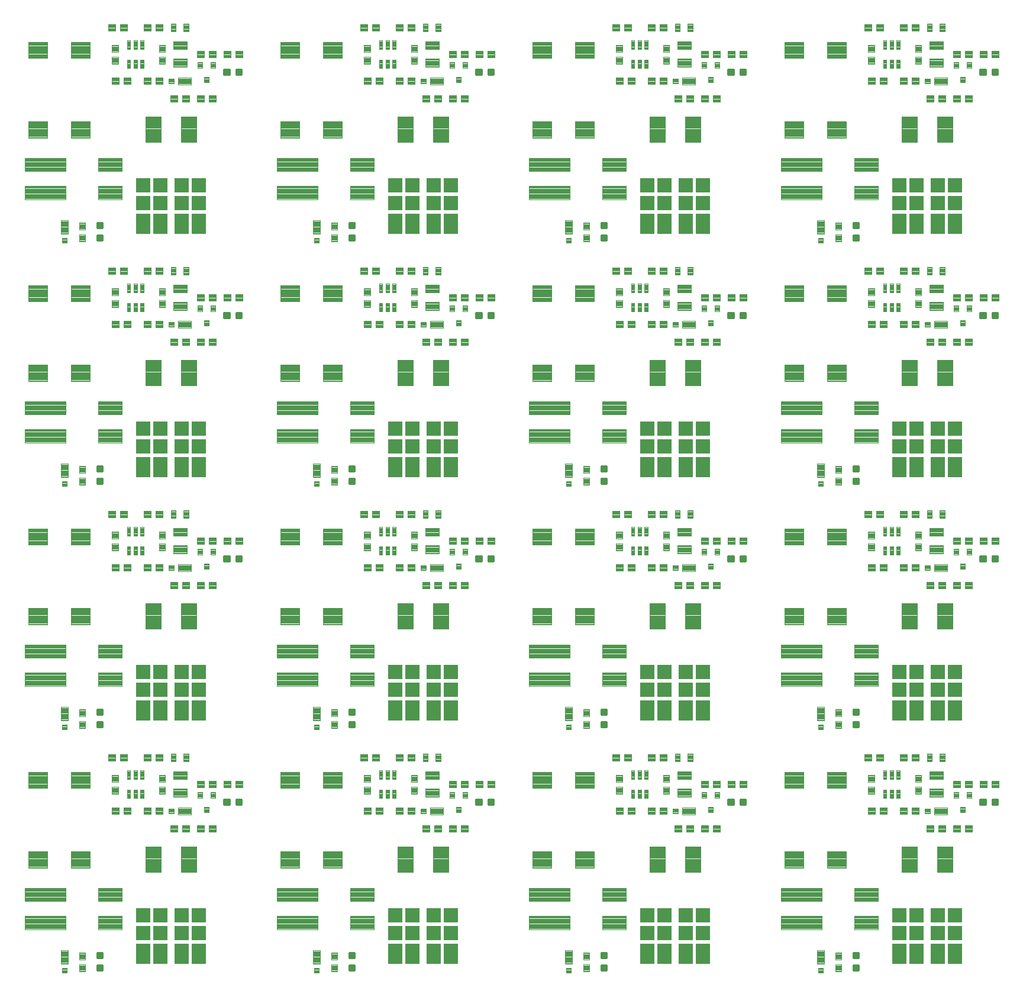
<source format=gtp>
G04 EAGLE Gerber RS-274X export*
G75*
%MOMM*%
%FSLAX34Y34*%
%LPD*%
%INSolderpaste Top*%
%IPPOS*%
%AMOC8*
5,1,8,0,0,1.08239X$1,22.5*%
G01*
%ADD10C,0.300000*%
%ADD11C,0.100000*%
%ADD12C,0.104000*%
%ADD13C,0.099209*%
%ADD14C,0.105663*%
%ADD15C,0.099000*%
%ADD16C,0.092800*%
%ADD17R,2.000000X2.000000*%
%ADD18R,2.000000X3.000000*%
%ADD19C,0.096000*%


D10*
X143200Y30670D02*
X136200Y30670D01*
X136200Y37670D01*
X143200Y37670D01*
X143200Y30670D01*
X143200Y33520D02*
X136200Y33520D01*
X136200Y36370D02*
X143200Y36370D01*
X143200Y13130D02*
X136200Y13130D01*
X136200Y20130D01*
X143200Y20130D01*
X143200Y13130D01*
X143200Y15980D02*
X136200Y15980D01*
X136200Y18830D02*
X143200Y18830D01*
D11*
X118800Y21900D02*
X118800Y11900D01*
X109800Y11900D01*
X109800Y21900D01*
X118800Y21900D01*
X118800Y12850D02*
X109800Y12850D01*
X109800Y13800D02*
X118800Y13800D01*
X118800Y14750D02*
X109800Y14750D01*
X109800Y15700D02*
X118800Y15700D01*
X118800Y16650D02*
X109800Y16650D01*
X109800Y17600D02*
X118800Y17600D01*
X118800Y18550D02*
X109800Y18550D01*
X109800Y19500D02*
X118800Y19500D01*
X118800Y20450D02*
X109800Y20450D01*
X109800Y21400D02*
X118800Y21400D01*
X118800Y28900D02*
X118800Y38900D01*
X118800Y28900D02*
X109800Y28900D01*
X109800Y38900D01*
X118800Y38900D01*
X118800Y29850D02*
X109800Y29850D01*
X109800Y30800D02*
X118800Y30800D01*
X118800Y31750D02*
X109800Y31750D01*
X109800Y32700D02*
X118800Y32700D01*
X118800Y33650D02*
X109800Y33650D01*
X109800Y34600D02*
X118800Y34600D01*
X118800Y35550D02*
X109800Y35550D01*
X109800Y36500D02*
X118800Y36500D01*
X118800Y37450D02*
X109800Y37450D01*
X109800Y38400D02*
X118800Y38400D01*
X151600Y313000D02*
X161600Y313000D01*
X151600Y313000D02*
X151600Y322000D01*
X161600Y322000D01*
X161600Y313000D01*
X161600Y313950D02*
X151600Y313950D01*
X151600Y314900D02*
X161600Y314900D01*
X161600Y315850D02*
X151600Y315850D01*
X151600Y316800D02*
X161600Y316800D01*
X161600Y317750D02*
X151600Y317750D01*
X151600Y318700D02*
X161600Y318700D01*
X161600Y319650D02*
X151600Y319650D01*
X151600Y320600D02*
X161600Y320600D01*
X161600Y321550D02*
X151600Y321550D01*
X168600Y313000D02*
X178600Y313000D01*
X168600Y313000D02*
X168600Y322000D01*
X178600Y322000D01*
X178600Y313000D01*
X178600Y313950D02*
X168600Y313950D01*
X168600Y314900D02*
X178600Y314900D01*
X178600Y315850D02*
X168600Y315850D01*
X168600Y316800D02*
X178600Y316800D01*
X178600Y317750D02*
X168600Y317750D01*
X168600Y318700D02*
X178600Y318700D01*
X178600Y319650D02*
X168600Y319650D01*
X168600Y320600D02*
X178600Y320600D01*
X178600Y321550D02*
X168600Y321550D01*
X165790Y275900D02*
X165790Y265900D01*
X156790Y265900D01*
X156790Y275900D01*
X165790Y275900D01*
X165790Y266850D02*
X156790Y266850D01*
X156790Y267800D02*
X165790Y267800D01*
X165790Y268750D02*
X156790Y268750D01*
X156790Y269700D02*
X165790Y269700D01*
X165790Y270650D02*
X156790Y270650D01*
X156790Y271600D02*
X165790Y271600D01*
X165790Y272550D02*
X156790Y272550D01*
X156790Y273500D02*
X165790Y273500D01*
X165790Y274450D02*
X156790Y274450D01*
X156790Y275400D02*
X165790Y275400D01*
X165790Y282900D02*
X165790Y292900D01*
X165790Y282900D02*
X156790Y282900D01*
X156790Y292900D01*
X165790Y292900D01*
X165790Y283850D02*
X156790Y283850D01*
X156790Y284800D02*
X165790Y284800D01*
X165790Y285750D02*
X156790Y285750D01*
X156790Y286700D02*
X165790Y286700D01*
X165790Y287650D02*
X156790Y287650D01*
X156790Y288600D02*
X165790Y288600D01*
X165790Y289550D02*
X156790Y289550D01*
X156790Y290500D02*
X165790Y290500D01*
X165790Y291450D02*
X156790Y291450D01*
X156790Y292400D02*
X165790Y292400D01*
X224100Y292900D02*
X224100Y282900D01*
X224100Y292900D02*
X233100Y292900D01*
X233100Y282900D01*
X224100Y282900D01*
X224100Y283850D02*
X233100Y283850D01*
X233100Y284800D02*
X224100Y284800D01*
X224100Y285750D02*
X233100Y285750D01*
X233100Y286700D02*
X224100Y286700D01*
X224100Y287650D02*
X233100Y287650D01*
X233100Y288600D02*
X224100Y288600D01*
X224100Y289550D02*
X233100Y289550D01*
X233100Y290500D02*
X224100Y290500D01*
X224100Y291450D02*
X233100Y291450D01*
X233100Y292400D02*
X224100Y292400D01*
X224100Y275900D02*
X224100Y265900D01*
X224100Y275900D02*
X233100Y275900D01*
X233100Y265900D01*
X224100Y265900D01*
X224100Y266850D02*
X233100Y266850D01*
X233100Y267800D02*
X224100Y267800D01*
X224100Y268750D02*
X233100Y268750D01*
X233100Y269700D02*
X224100Y269700D01*
X224100Y270650D02*
X233100Y270650D01*
X233100Y271600D02*
X224100Y271600D01*
X224100Y272550D02*
X233100Y272550D01*
X233100Y273500D02*
X224100Y273500D01*
X224100Y274450D02*
X233100Y274450D01*
X233100Y275400D02*
X224100Y275400D01*
D12*
X241520Y312020D02*
X248480Y312020D01*
X241520Y312020D02*
X241520Y322980D01*
X248480Y322980D01*
X248480Y312020D01*
X248480Y313008D02*
X241520Y313008D01*
X241520Y313996D02*
X248480Y313996D01*
X248480Y314984D02*
X241520Y314984D01*
X241520Y315972D02*
X248480Y315972D01*
X248480Y316960D02*
X241520Y316960D01*
X241520Y317948D02*
X248480Y317948D01*
X248480Y318936D02*
X241520Y318936D01*
X241520Y319924D02*
X248480Y319924D01*
X248480Y320912D02*
X241520Y320912D01*
X241520Y321900D02*
X248480Y321900D01*
X248480Y322888D02*
X241520Y322888D01*
X259520Y312020D02*
X266480Y312020D01*
X259520Y312020D02*
X259520Y322980D01*
X266480Y322980D01*
X266480Y312020D01*
X266480Y313008D02*
X259520Y313008D01*
X259520Y313996D02*
X266480Y313996D01*
X266480Y314984D02*
X259520Y314984D01*
X259520Y315972D02*
X266480Y315972D01*
X266480Y316960D02*
X259520Y316960D01*
X259520Y317948D02*
X266480Y317948D01*
X266480Y318936D02*
X259520Y318936D01*
X259520Y319924D02*
X266480Y319924D01*
X266480Y320912D02*
X259520Y320912D01*
X259520Y321900D02*
X266480Y321900D01*
X266480Y322888D02*
X259520Y322888D01*
D11*
X212400Y236800D02*
X202400Y236800D01*
X202400Y245800D01*
X212400Y245800D01*
X212400Y236800D01*
X212400Y237750D02*
X202400Y237750D01*
X202400Y238700D02*
X212400Y238700D01*
X212400Y239650D02*
X202400Y239650D01*
X202400Y240600D02*
X212400Y240600D01*
X212400Y241550D02*
X202400Y241550D01*
X202400Y242500D02*
X212400Y242500D01*
X212400Y243450D02*
X202400Y243450D01*
X202400Y244400D02*
X212400Y244400D01*
X212400Y245350D02*
X202400Y245350D01*
X219400Y236800D02*
X229400Y236800D01*
X219400Y236800D02*
X219400Y245800D01*
X229400Y245800D01*
X229400Y236800D01*
X229400Y237750D02*
X219400Y237750D01*
X219400Y238700D02*
X229400Y238700D01*
X229400Y239650D02*
X219400Y239650D01*
X219400Y240600D02*
X229400Y240600D01*
X229400Y241550D02*
X219400Y241550D01*
X219400Y242500D02*
X229400Y242500D01*
X229400Y243450D02*
X219400Y243450D01*
X219400Y244400D02*
X229400Y244400D01*
X229400Y245350D02*
X219400Y245350D01*
X212400Y313000D02*
X202400Y313000D01*
X202400Y322000D01*
X212400Y322000D01*
X212400Y313000D01*
X212400Y313950D02*
X202400Y313950D01*
X202400Y314900D02*
X212400Y314900D01*
X212400Y315850D02*
X202400Y315850D01*
X202400Y316800D02*
X212400Y316800D01*
X212400Y317750D02*
X202400Y317750D01*
X202400Y318700D02*
X212400Y318700D01*
X212400Y319650D02*
X202400Y319650D01*
X202400Y320600D02*
X212400Y320600D01*
X212400Y321550D02*
X202400Y321550D01*
X219400Y313000D02*
X229400Y313000D01*
X219400Y313000D02*
X219400Y322000D01*
X229400Y322000D01*
X229400Y313000D01*
X229400Y313950D02*
X219400Y313950D01*
X219400Y314900D02*
X229400Y314900D01*
X229400Y315850D02*
X219400Y315850D01*
X219400Y316800D02*
X229400Y316800D01*
X229400Y317750D02*
X219400Y317750D01*
X219400Y318700D02*
X229400Y318700D01*
X229400Y319650D02*
X219400Y319650D01*
X219400Y320600D02*
X229400Y320600D01*
X229400Y321550D02*
X219400Y321550D01*
X183680Y245800D02*
X173680Y245800D01*
X183680Y245800D02*
X183680Y236800D01*
X173680Y236800D01*
X173680Y245800D01*
X173680Y237750D02*
X183680Y237750D01*
X183680Y238700D02*
X173680Y238700D01*
X173680Y239650D02*
X183680Y239650D01*
X183680Y240600D02*
X173680Y240600D01*
X173680Y241550D02*
X183680Y241550D01*
X183680Y242500D02*
X173680Y242500D01*
X173680Y243450D02*
X183680Y243450D01*
X183680Y244400D02*
X173680Y244400D01*
X173680Y245350D02*
X183680Y245350D01*
X166680Y245800D02*
X156680Y245800D01*
X166680Y245800D02*
X166680Y236800D01*
X156680Y236800D01*
X156680Y245800D01*
X156680Y237750D02*
X166680Y237750D01*
X166680Y238700D02*
X156680Y238700D01*
X156680Y239650D02*
X166680Y239650D01*
X166680Y240600D02*
X156680Y240600D01*
X156680Y241550D02*
X166680Y241550D01*
X166680Y242500D02*
X156680Y242500D01*
X156680Y243450D02*
X166680Y243450D01*
X166680Y244400D02*
X156680Y244400D01*
X156680Y245350D02*
X166680Y245350D01*
X245200Y273100D02*
X264200Y273100D01*
X264200Y261600D01*
X245200Y261600D01*
X245200Y273100D01*
X245200Y262550D02*
X264200Y262550D01*
X264200Y263500D02*
X245200Y263500D01*
X245200Y264450D02*
X264200Y264450D01*
X264200Y265400D02*
X245200Y265400D01*
X245200Y266350D02*
X264200Y266350D01*
X264200Y267300D02*
X245200Y267300D01*
X245200Y268250D02*
X264200Y268250D01*
X264200Y269200D02*
X245200Y269200D01*
X245200Y270150D02*
X264200Y270150D01*
X264200Y271100D02*
X245200Y271100D01*
X245200Y272050D02*
X264200Y272050D01*
X264200Y273000D02*
X245200Y273000D01*
X245200Y298100D02*
X264200Y298100D01*
X264200Y286600D01*
X245200Y286600D01*
X245200Y298100D01*
X245200Y287550D02*
X264200Y287550D01*
X264200Y288500D02*
X245200Y288500D01*
X245200Y289450D02*
X264200Y289450D01*
X264200Y290400D02*
X245200Y290400D01*
X245200Y291350D02*
X264200Y291350D01*
X264200Y292300D02*
X245200Y292300D01*
X245200Y293250D02*
X264200Y293250D01*
X264200Y294200D02*
X245200Y294200D01*
X245200Y295150D02*
X264200Y295150D01*
X264200Y296100D02*
X245200Y296100D01*
X245200Y297050D02*
X264200Y297050D01*
X264200Y298000D02*
X245200Y298000D01*
D13*
X251448Y246316D02*
X270522Y246316D01*
X270522Y236284D01*
X251448Y236284D01*
X251448Y246316D01*
X251448Y237226D02*
X270522Y237226D01*
X270522Y238168D02*
X251448Y238168D01*
X251448Y239110D02*
X270522Y239110D01*
X270522Y240052D02*
X251448Y240052D01*
X251448Y240994D02*
X270522Y240994D01*
X270522Y241936D02*
X251448Y241936D01*
X251448Y242878D02*
X270522Y242878D01*
X270522Y243820D02*
X251448Y243820D01*
X251448Y244762D02*
X270522Y244762D01*
X270522Y245704D02*
X251448Y245704D01*
D14*
X245344Y244836D02*
X238272Y244836D01*
X245344Y244836D02*
X245344Y237764D01*
X238272Y237764D01*
X238272Y244836D01*
X238272Y238768D02*
X245344Y238768D01*
X245344Y239772D02*
X238272Y239772D01*
X238272Y240776D02*
X245344Y240776D01*
X245344Y241780D02*
X238272Y241780D01*
X238272Y242784D02*
X245344Y242784D01*
X245344Y243788D02*
X238272Y243788D01*
X238272Y244792D02*
X245344Y244792D01*
D15*
X202255Y299406D02*
X197745Y299406D01*
X202255Y299406D02*
X202255Y286896D01*
X197745Y286896D01*
X197745Y299406D01*
X197745Y287836D02*
X202255Y287836D01*
X202255Y288776D02*
X197745Y288776D01*
X197745Y289716D02*
X202255Y289716D01*
X202255Y290656D02*
X197745Y290656D01*
X197745Y291596D02*
X202255Y291596D01*
X202255Y292536D02*
X197745Y292536D01*
X197745Y293476D02*
X202255Y293476D01*
X202255Y294416D02*
X197745Y294416D01*
X197745Y295356D02*
X202255Y295356D01*
X202255Y296296D02*
X197745Y296296D01*
X197745Y297236D02*
X202255Y297236D01*
X202255Y298176D02*
X197745Y298176D01*
X197745Y299116D02*
X202255Y299116D01*
X192755Y299406D02*
X188245Y299406D01*
X192755Y299406D02*
X192755Y286896D01*
X188245Y286896D01*
X188245Y299406D01*
X188245Y287836D02*
X192755Y287836D01*
X192755Y288776D02*
X188245Y288776D01*
X188245Y289716D02*
X192755Y289716D01*
X192755Y290656D02*
X188245Y290656D01*
X188245Y291596D02*
X192755Y291596D01*
X192755Y292536D02*
X188245Y292536D01*
X188245Y293476D02*
X192755Y293476D01*
X192755Y294416D02*
X188245Y294416D01*
X188245Y295356D02*
X192755Y295356D01*
X192755Y296296D02*
X188245Y296296D01*
X188245Y297236D02*
X192755Y297236D01*
X192755Y298176D02*
X188245Y298176D01*
X188245Y299116D02*
X192755Y299116D01*
X183255Y299406D02*
X178745Y299406D01*
X183255Y299406D02*
X183255Y286896D01*
X178745Y286896D01*
X178745Y299406D01*
X178745Y287836D02*
X183255Y287836D01*
X183255Y288776D02*
X178745Y288776D01*
X178745Y289716D02*
X183255Y289716D01*
X183255Y290656D02*
X178745Y290656D01*
X178745Y291596D02*
X183255Y291596D01*
X183255Y292536D02*
X178745Y292536D01*
X178745Y293476D02*
X183255Y293476D01*
X183255Y294416D02*
X178745Y294416D01*
X178745Y295356D02*
X183255Y295356D01*
X183255Y296296D02*
X178745Y296296D01*
X178745Y297236D02*
X183255Y297236D01*
X183255Y298176D02*
X178745Y298176D01*
X178745Y299116D02*
X183255Y299116D01*
X183255Y271904D02*
X178745Y271904D01*
X183255Y271904D02*
X183255Y259394D01*
X178745Y259394D01*
X178745Y271904D01*
X178745Y260334D02*
X183255Y260334D01*
X183255Y261274D02*
X178745Y261274D01*
X178745Y262214D02*
X183255Y262214D01*
X183255Y263154D02*
X178745Y263154D01*
X178745Y264094D02*
X183255Y264094D01*
X183255Y265034D02*
X178745Y265034D01*
X178745Y265974D02*
X183255Y265974D01*
X183255Y266914D02*
X178745Y266914D01*
X178745Y267854D02*
X183255Y267854D01*
X183255Y268794D02*
X178745Y268794D01*
X178745Y269734D02*
X183255Y269734D01*
X183255Y270674D02*
X178745Y270674D01*
X178745Y271614D02*
X183255Y271614D01*
X188245Y271904D02*
X192755Y271904D01*
X192755Y259394D01*
X188245Y259394D01*
X188245Y271904D01*
X188245Y260334D02*
X192755Y260334D01*
X192755Y261274D02*
X188245Y261274D01*
X188245Y262214D02*
X192755Y262214D01*
X192755Y263154D02*
X188245Y263154D01*
X188245Y264094D02*
X192755Y264094D01*
X192755Y265034D02*
X188245Y265034D01*
X188245Y265974D02*
X192755Y265974D01*
X192755Y266914D02*
X188245Y266914D01*
X188245Y267854D02*
X192755Y267854D01*
X192755Y268794D02*
X188245Y268794D01*
X188245Y269734D02*
X192755Y269734D01*
X192755Y270674D02*
X188245Y270674D01*
X188245Y271614D02*
X192755Y271614D01*
X197745Y271904D02*
X202255Y271904D01*
X202255Y259394D01*
X197745Y259394D01*
X197745Y271904D01*
X197745Y260334D02*
X202255Y260334D01*
X202255Y261274D02*
X197745Y261274D01*
X197745Y262214D02*
X202255Y262214D01*
X202255Y263154D02*
X197745Y263154D01*
X197745Y264094D02*
X202255Y264094D01*
X202255Y265034D02*
X197745Y265034D01*
X197745Y265974D02*
X202255Y265974D01*
X202255Y266914D02*
X197745Y266914D01*
X197745Y267854D02*
X202255Y267854D01*
X202255Y268794D02*
X197745Y268794D01*
X197745Y269734D02*
X202255Y269734D01*
X202255Y270674D02*
X197745Y270674D01*
X197745Y271614D02*
X202255Y271614D01*
D16*
X255564Y190636D02*
X277836Y190636D01*
X277836Y153464D01*
X255564Y153464D01*
X255564Y190636D01*
X255564Y154346D02*
X277836Y154346D01*
X277836Y155228D02*
X255564Y155228D01*
X255564Y156110D02*
X277836Y156110D01*
X277836Y156992D02*
X255564Y156992D01*
X255564Y157874D02*
X277836Y157874D01*
X277836Y158756D02*
X255564Y158756D01*
X255564Y159638D02*
X277836Y159638D01*
X277836Y160520D02*
X255564Y160520D01*
X255564Y161402D02*
X277836Y161402D01*
X277836Y162284D02*
X255564Y162284D01*
X255564Y163166D02*
X277836Y163166D01*
X277836Y164048D02*
X255564Y164048D01*
X255564Y164930D02*
X277836Y164930D01*
X277836Y165812D02*
X255564Y165812D01*
X255564Y166694D02*
X277836Y166694D01*
X277836Y167576D02*
X255564Y167576D01*
X255564Y168458D02*
X277836Y168458D01*
X277836Y169340D02*
X255564Y169340D01*
X255564Y170222D02*
X277836Y170222D01*
X277836Y171104D02*
X255564Y171104D01*
X255564Y171986D02*
X277836Y171986D01*
X277836Y172868D02*
X255564Y172868D01*
X255564Y173750D02*
X277836Y173750D01*
X277836Y174632D02*
X255564Y174632D01*
X255564Y175514D02*
X277836Y175514D01*
X277836Y176396D02*
X255564Y176396D01*
X255564Y177278D02*
X277836Y177278D01*
X277836Y178160D02*
X255564Y178160D01*
X255564Y179042D02*
X277836Y179042D01*
X277836Y179924D02*
X255564Y179924D01*
X255564Y180806D02*
X277836Y180806D01*
X277836Y181688D02*
X255564Y181688D01*
X255564Y182570D02*
X277836Y182570D01*
X277836Y183452D02*
X255564Y183452D01*
X255564Y184334D02*
X277836Y184334D01*
X277836Y185216D02*
X255564Y185216D01*
X255564Y186098D02*
X277836Y186098D01*
X277836Y186980D02*
X255564Y186980D01*
X255564Y187862D02*
X277836Y187862D01*
X277836Y188744D02*
X255564Y188744D01*
X255564Y189626D02*
X277836Y189626D01*
X277836Y190508D02*
X255564Y190508D01*
X227036Y190636D02*
X204764Y190636D01*
X227036Y190636D02*
X227036Y153464D01*
X204764Y153464D01*
X204764Y190636D01*
X204764Y154346D02*
X227036Y154346D01*
X227036Y155228D02*
X204764Y155228D01*
X204764Y156110D02*
X227036Y156110D01*
X227036Y156992D02*
X204764Y156992D01*
X204764Y157874D02*
X227036Y157874D01*
X227036Y158756D02*
X204764Y158756D01*
X204764Y159638D02*
X227036Y159638D01*
X227036Y160520D02*
X204764Y160520D01*
X204764Y161402D02*
X227036Y161402D01*
X227036Y162284D02*
X204764Y162284D01*
X204764Y163166D02*
X227036Y163166D01*
X227036Y164048D02*
X204764Y164048D01*
X204764Y164930D02*
X227036Y164930D01*
X227036Y165812D02*
X204764Y165812D01*
X204764Y166694D02*
X227036Y166694D01*
X227036Y167576D02*
X204764Y167576D01*
X204764Y168458D02*
X227036Y168458D01*
X227036Y169340D02*
X204764Y169340D01*
X204764Y170222D02*
X227036Y170222D01*
X227036Y171104D02*
X204764Y171104D01*
X204764Y171986D02*
X227036Y171986D01*
X227036Y172868D02*
X204764Y172868D01*
X204764Y173750D02*
X227036Y173750D01*
X227036Y174632D02*
X204764Y174632D01*
X204764Y175514D02*
X227036Y175514D01*
X227036Y176396D02*
X204764Y176396D01*
X204764Y177278D02*
X227036Y177278D01*
X227036Y178160D02*
X204764Y178160D01*
X204764Y179042D02*
X227036Y179042D01*
X227036Y179924D02*
X204764Y179924D01*
X204764Y180806D02*
X227036Y180806D01*
X227036Y181688D02*
X204764Y181688D01*
X204764Y182570D02*
X227036Y182570D01*
X227036Y183452D02*
X204764Y183452D01*
X204764Y184334D02*
X227036Y184334D01*
X227036Y185216D02*
X204764Y185216D01*
X204764Y186098D02*
X227036Y186098D01*
X227036Y186980D02*
X204764Y186980D01*
X204764Y187862D02*
X227036Y187862D01*
X227036Y188744D02*
X204764Y188744D01*
X204764Y189626D02*
X227036Y189626D01*
X227036Y190508D02*
X204764Y190508D01*
D17*
X256300Y91600D03*
X281300Y91600D03*
X281300Y66600D03*
X256300Y66600D03*
D18*
X281300Y36600D03*
D17*
X201300Y91600D03*
X226300Y91600D03*
X226300Y66600D03*
X201300Y66600D03*
D18*
X256300Y36600D03*
X226300Y36600D03*
X201300Y36600D03*
D11*
X295600Y283900D02*
X305600Y283900D01*
X305600Y274900D01*
X295600Y274900D01*
X295600Y283900D01*
X295600Y275850D02*
X305600Y275850D01*
X305600Y276800D02*
X295600Y276800D01*
X295600Y277750D02*
X305600Y277750D01*
X305600Y278700D02*
X295600Y278700D01*
X295600Y279650D02*
X305600Y279650D01*
X305600Y280600D02*
X295600Y280600D01*
X295600Y281550D02*
X305600Y281550D01*
X305600Y282500D02*
X295600Y282500D01*
X295600Y283450D02*
X305600Y283450D01*
X288600Y283900D02*
X278600Y283900D01*
X288600Y283900D02*
X288600Y274900D01*
X278600Y274900D01*
X278600Y283900D01*
X278600Y275850D02*
X288600Y275850D01*
X288600Y276800D02*
X278600Y276800D01*
X278600Y277750D02*
X288600Y277750D01*
X288600Y278700D02*
X278600Y278700D01*
X278600Y279650D02*
X288600Y279650D01*
X288600Y280600D02*
X278600Y280600D01*
X278600Y281550D02*
X288600Y281550D01*
X288600Y282500D02*
X278600Y282500D01*
X278600Y283450D02*
X288600Y283450D01*
D13*
X83884Y41922D02*
X83884Y22848D01*
X83884Y41922D02*
X93916Y41922D01*
X93916Y22848D01*
X83884Y22848D01*
X83884Y23790D02*
X93916Y23790D01*
X93916Y24732D02*
X83884Y24732D01*
X83884Y25674D02*
X93916Y25674D01*
X93916Y26616D02*
X83884Y26616D01*
X83884Y27558D02*
X93916Y27558D01*
X93916Y28500D02*
X83884Y28500D01*
X83884Y29442D02*
X93916Y29442D01*
X93916Y30384D02*
X83884Y30384D01*
X83884Y31326D02*
X93916Y31326D01*
X93916Y32268D02*
X83884Y32268D01*
X83884Y33210D02*
X93916Y33210D01*
X93916Y34152D02*
X83884Y34152D01*
X83884Y35094D02*
X93916Y35094D01*
X93916Y36036D02*
X83884Y36036D01*
X83884Y36978D02*
X93916Y36978D01*
X93916Y37920D02*
X83884Y37920D01*
X83884Y38862D02*
X93916Y38862D01*
X93916Y39804D02*
X83884Y39804D01*
X83884Y40746D02*
X93916Y40746D01*
X93916Y41688D02*
X83884Y41688D01*
D14*
X85364Y16744D02*
X85364Y9672D01*
X85364Y16744D02*
X92436Y16744D01*
X92436Y9672D01*
X85364Y9672D01*
X85364Y10676D02*
X92436Y10676D01*
X92436Y11680D02*
X85364Y11680D01*
X85364Y12684D02*
X92436Y12684D01*
X92436Y13688D02*
X85364Y13688D01*
X85364Y14692D02*
X92436Y14692D01*
X92436Y15696D02*
X85364Y15696D01*
X85364Y16700D02*
X92436Y16700D01*
D19*
X64320Y274080D02*
X37280Y274080D01*
X37280Y297120D01*
X64320Y297120D01*
X64320Y274080D01*
X64320Y274992D02*
X37280Y274992D01*
X37280Y275904D02*
X64320Y275904D01*
X64320Y276816D02*
X37280Y276816D01*
X37280Y277728D02*
X64320Y277728D01*
X64320Y278640D02*
X37280Y278640D01*
X37280Y279552D02*
X64320Y279552D01*
X64320Y280464D02*
X37280Y280464D01*
X37280Y281376D02*
X64320Y281376D01*
X64320Y282288D02*
X37280Y282288D01*
X37280Y283200D02*
X64320Y283200D01*
X64320Y284112D02*
X37280Y284112D01*
X37280Y285024D02*
X64320Y285024D01*
X64320Y285936D02*
X37280Y285936D01*
X37280Y286848D02*
X64320Y286848D01*
X64320Y287760D02*
X37280Y287760D01*
X37280Y288672D02*
X64320Y288672D01*
X64320Y289584D02*
X37280Y289584D01*
X37280Y290496D02*
X64320Y290496D01*
X64320Y291408D02*
X37280Y291408D01*
X37280Y292320D02*
X64320Y292320D01*
X64320Y293232D02*
X37280Y293232D01*
X37280Y294144D02*
X64320Y294144D01*
X64320Y295056D02*
X37280Y295056D01*
X37280Y295968D02*
X64320Y295968D01*
X64320Y296880D02*
X37280Y296880D01*
X37280Y160080D02*
X64320Y160080D01*
X37280Y160080D02*
X37280Y183120D01*
X64320Y183120D01*
X64320Y160080D01*
X64320Y160992D02*
X37280Y160992D01*
X37280Y161904D02*
X64320Y161904D01*
X64320Y162816D02*
X37280Y162816D01*
X37280Y163728D02*
X64320Y163728D01*
X64320Y164640D02*
X37280Y164640D01*
X37280Y165552D02*
X64320Y165552D01*
X64320Y166464D02*
X37280Y166464D01*
X37280Y167376D02*
X64320Y167376D01*
X64320Y168288D02*
X37280Y168288D01*
X37280Y169200D02*
X64320Y169200D01*
X64320Y170112D02*
X37280Y170112D01*
X37280Y171024D02*
X64320Y171024D01*
X64320Y171936D02*
X37280Y171936D01*
X37280Y172848D02*
X64320Y172848D01*
X64320Y173760D02*
X37280Y173760D01*
X37280Y174672D02*
X64320Y174672D01*
X64320Y175584D02*
X37280Y175584D01*
X37280Y176496D02*
X64320Y176496D01*
X64320Y177408D02*
X37280Y177408D01*
X37280Y178320D02*
X64320Y178320D01*
X64320Y179232D02*
X37280Y179232D01*
X37280Y180144D02*
X64320Y180144D01*
X64320Y181056D02*
X37280Y181056D01*
X37280Y181968D02*
X64320Y181968D01*
X64320Y182880D02*
X37280Y182880D01*
X98280Y274080D02*
X125320Y274080D01*
X98280Y274080D02*
X98280Y297120D01*
X125320Y297120D01*
X125320Y274080D01*
X125320Y274992D02*
X98280Y274992D01*
X98280Y275904D02*
X125320Y275904D01*
X125320Y276816D02*
X98280Y276816D01*
X98280Y277728D02*
X125320Y277728D01*
X125320Y278640D02*
X98280Y278640D01*
X98280Y279552D02*
X125320Y279552D01*
X125320Y280464D02*
X98280Y280464D01*
X98280Y281376D02*
X125320Y281376D01*
X125320Y282288D02*
X98280Y282288D01*
X98280Y283200D02*
X125320Y283200D01*
X125320Y284112D02*
X98280Y284112D01*
X98280Y285024D02*
X125320Y285024D01*
X125320Y285936D02*
X98280Y285936D01*
X98280Y286848D02*
X125320Y286848D01*
X125320Y287760D02*
X98280Y287760D01*
X98280Y288672D02*
X125320Y288672D01*
X125320Y289584D02*
X98280Y289584D01*
X98280Y290496D02*
X125320Y290496D01*
X125320Y291408D02*
X98280Y291408D01*
X98280Y292320D02*
X125320Y292320D01*
X125320Y293232D02*
X98280Y293232D01*
X98280Y294144D02*
X125320Y294144D01*
X125320Y295056D02*
X98280Y295056D01*
X98280Y295968D02*
X125320Y295968D01*
X125320Y296880D02*
X98280Y296880D01*
X98280Y160080D02*
X125320Y160080D01*
X98280Y160080D02*
X98280Y183120D01*
X125320Y183120D01*
X125320Y160080D01*
X125320Y160992D02*
X98280Y160992D01*
X98280Y161904D02*
X125320Y161904D01*
X125320Y162816D02*
X98280Y162816D01*
X98280Y163728D02*
X125320Y163728D01*
X125320Y164640D02*
X98280Y164640D01*
X98280Y165552D02*
X125320Y165552D01*
X125320Y166464D02*
X98280Y166464D01*
X98280Y167376D02*
X125320Y167376D01*
X125320Y168288D02*
X98280Y168288D01*
X98280Y169200D02*
X125320Y169200D01*
X125320Y170112D02*
X98280Y170112D01*
X98280Y171024D02*
X125320Y171024D01*
X125320Y171936D02*
X98280Y171936D01*
X98280Y172848D02*
X125320Y172848D01*
X125320Y173760D02*
X98280Y173760D01*
X98280Y174672D02*
X125320Y174672D01*
X125320Y175584D02*
X98280Y175584D01*
X98280Y176496D02*
X125320Y176496D01*
X125320Y177408D02*
X98280Y177408D01*
X98280Y178320D02*
X125320Y178320D01*
X125320Y179232D02*
X98280Y179232D01*
X98280Y180144D02*
X125320Y180144D01*
X125320Y181056D02*
X98280Y181056D01*
X98280Y181968D02*
X125320Y181968D01*
X125320Y182880D02*
X98280Y182880D01*
D11*
X137100Y72100D02*
X171100Y72100D01*
X137100Y72100D02*
X137100Y91100D01*
X171100Y91100D01*
X171100Y72100D01*
X171100Y73050D02*
X137100Y73050D01*
X137100Y74000D02*
X171100Y74000D01*
X171100Y74950D02*
X137100Y74950D01*
X137100Y75900D02*
X171100Y75900D01*
X171100Y76850D02*
X137100Y76850D01*
X137100Y77800D02*
X171100Y77800D01*
X171100Y78750D02*
X137100Y78750D01*
X137100Y79700D02*
X171100Y79700D01*
X171100Y80650D02*
X137100Y80650D01*
X137100Y81600D02*
X171100Y81600D01*
X171100Y82550D02*
X137100Y82550D01*
X137100Y83500D02*
X171100Y83500D01*
X171100Y84450D02*
X137100Y84450D01*
X137100Y85400D02*
X171100Y85400D01*
X171100Y86350D02*
X137100Y86350D01*
X137100Y87300D02*
X171100Y87300D01*
X171100Y88250D02*
X137100Y88250D01*
X137100Y89200D02*
X171100Y89200D01*
X171100Y90150D02*
X137100Y90150D01*
X137100Y91100D02*
X171100Y91100D01*
X171100Y112100D02*
X137100Y112100D01*
X137100Y131100D01*
X171100Y131100D01*
X171100Y112100D01*
X171100Y113050D02*
X137100Y113050D01*
X137100Y114000D02*
X171100Y114000D01*
X171100Y114950D02*
X137100Y114950D01*
X137100Y115900D02*
X171100Y115900D01*
X171100Y116850D02*
X137100Y116850D01*
X137100Y117800D02*
X171100Y117800D01*
X171100Y118750D02*
X137100Y118750D01*
X137100Y119700D02*
X171100Y119700D01*
X171100Y120650D02*
X137100Y120650D01*
X137100Y121600D02*
X171100Y121600D01*
X171100Y122550D02*
X137100Y122550D01*
X137100Y123500D02*
X171100Y123500D01*
X171100Y124450D02*
X137100Y124450D01*
X137100Y125400D02*
X171100Y125400D01*
X171100Y126350D02*
X137100Y126350D01*
X137100Y127300D02*
X171100Y127300D01*
X171100Y128250D02*
X137100Y128250D01*
X137100Y129200D02*
X171100Y129200D01*
X171100Y130150D02*
X137100Y130150D01*
X137100Y131100D02*
X171100Y131100D01*
X91100Y72100D02*
X32100Y72100D01*
X32100Y91100D01*
X91100Y91100D01*
X91100Y72100D01*
X91100Y73050D02*
X32100Y73050D01*
X32100Y74000D02*
X91100Y74000D01*
X91100Y74950D02*
X32100Y74950D01*
X32100Y75900D02*
X91100Y75900D01*
X91100Y76850D02*
X32100Y76850D01*
X32100Y77800D02*
X91100Y77800D01*
X91100Y78750D02*
X32100Y78750D01*
X32100Y79700D02*
X91100Y79700D01*
X91100Y80650D02*
X32100Y80650D01*
X32100Y81600D02*
X91100Y81600D01*
X91100Y82550D02*
X32100Y82550D01*
X32100Y83500D02*
X91100Y83500D01*
X91100Y84450D02*
X32100Y84450D01*
X32100Y85400D02*
X91100Y85400D01*
X91100Y86350D02*
X32100Y86350D01*
X32100Y87300D02*
X91100Y87300D01*
X91100Y88250D02*
X32100Y88250D01*
X32100Y89200D02*
X91100Y89200D01*
X91100Y90150D02*
X32100Y90150D01*
X32100Y91100D02*
X91100Y91100D01*
X91100Y112100D02*
X32100Y112100D01*
X32100Y131100D01*
X91100Y131100D01*
X91100Y112100D01*
X91100Y113050D02*
X32100Y113050D01*
X32100Y114000D02*
X91100Y114000D01*
X91100Y114950D02*
X32100Y114950D01*
X32100Y115900D02*
X91100Y115900D01*
X91100Y116850D02*
X32100Y116850D01*
X32100Y117800D02*
X91100Y117800D01*
X91100Y118750D02*
X32100Y118750D01*
X32100Y119700D02*
X91100Y119700D01*
X91100Y120650D02*
X32100Y120650D01*
X32100Y121600D02*
X91100Y121600D01*
X91100Y122550D02*
X32100Y122550D01*
X32100Y123500D02*
X91100Y123500D01*
X91100Y124450D02*
X32100Y124450D01*
X32100Y125400D02*
X91100Y125400D01*
X91100Y126350D02*
X32100Y126350D01*
X32100Y127300D02*
X91100Y127300D01*
X91100Y128250D02*
X32100Y128250D01*
X32100Y129200D02*
X91100Y129200D01*
X91100Y130150D02*
X32100Y130150D01*
X32100Y131100D02*
X91100Y131100D01*
D12*
X298120Y267980D02*
X305080Y267980D01*
X305080Y260020D01*
X298120Y260020D01*
X298120Y267980D01*
X298120Y261008D02*
X305080Y261008D01*
X305080Y261996D02*
X298120Y261996D01*
X298120Y262984D02*
X305080Y262984D01*
X305080Y263972D02*
X298120Y263972D01*
X298120Y264960D02*
X305080Y264960D01*
X305080Y265948D02*
X298120Y265948D01*
X298120Y266936D02*
X305080Y266936D01*
X305080Y267924D02*
X298120Y267924D01*
X286080Y267980D02*
X279120Y267980D01*
X286080Y267980D02*
X286080Y260020D01*
X279120Y260020D01*
X279120Y267980D01*
X279120Y261008D02*
X286080Y261008D01*
X286080Y261996D02*
X279120Y261996D01*
X279120Y262984D02*
X286080Y262984D01*
X286080Y263972D02*
X279120Y263972D01*
X279120Y264960D02*
X286080Y264960D01*
X286080Y265948D02*
X279120Y265948D01*
X279120Y266936D02*
X286080Y266936D01*
X286080Y267924D02*
X279120Y267924D01*
X288620Y246980D02*
X295580Y246980D01*
X295580Y239020D01*
X288620Y239020D01*
X288620Y246980D01*
X288620Y240008D02*
X295580Y240008D01*
X295580Y240996D02*
X288620Y240996D01*
X288620Y241984D02*
X295580Y241984D01*
X295580Y242972D02*
X288620Y242972D01*
X288620Y243960D02*
X295580Y243960D01*
X295580Y244948D02*
X288620Y244948D01*
X288620Y245936D02*
X295580Y245936D01*
X295580Y246924D02*
X288620Y246924D01*
D11*
X267500Y220400D02*
X257500Y220400D01*
X267500Y220400D02*
X267500Y211400D01*
X257500Y211400D01*
X257500Y220400D01*
X257500Y212350D02*
X267500Y212350D01*
X267500Y213300D02*
X257500Y213300D01*
X257500Y214250D02*
X267500Y214250D01*
X267500Y215200D02*
X257500Y215200D01*
X257500Y216150D02*
X267500Y216150D01*
X267500Y217100D02*
X257500Y217100D01*
X257500Y218050D02*
X267500Y218050D01*
X267500Y219000D02*
X257500Y219000D01*
X257500Y219950D02*
X267500Y219950D01*
X250500Y220400D02*
X240500Y220400D01*
X250500Y220400D02*
X250500Y211400D01*
X240500Y211400D01*
X240500Y220400D01*
X240500Y212350D02*
X250500Y212350D01*
X250500Y213300D02*
X240500Y213300D01*
X240500Y214250D02*
X250500Y214250D01*
X250500Y215200D02*
X240500Y215200D01*
X240500Y216150D02*
X250500Y216150D01*
X250500Y217100D02*
X240500Y217100D01*
X240500Y218050D02*
X250500Y218050D01*
X250500Y219000D02*
X240500Y219000D01*
X240500Y219950D02*
X250500Y219950D01*
X278600Y211400D02*
X288600Y211400D01*
X278600Y211400D02*
X278600Y220400D01*
X288600Y220400D01*
X288600Y211400D01*
X288600Y212350D02*
X278600Y212350D01*
X278600Y213300D02*
X288600Y213300D01*
X288600Y214250D02*
X278600Y214250D01*
X278600Y215200D02*
X288600Y215200D01*
X288600Y216150D02*
X278600Y216150D01*
X278600Y217100D02*
X288600Y217100D01*
X288600Y218050D02*
X278600Y218050D01*
X278600Y219000D02*
X288600Y219000D01*
X288600Y219950D02*
X278600Y219950D01*
X295600Y211400D02*
X305600Y211400D01*
X295600Y211400D02*
X295600Y220400D01*
X305600Y220400D01*
X305600Y211400D01*
X305600Y212350D02*
X295600Y212350D01*
X295600Y213300D02*
X305600Y213300D01*
X305600Y214250D02*
X295600Y214250D01*
X295600Y215200D02*
X305600Y215200D01*
X305600Y216150D02*
X295600Y216150D01*
X295600Y217100D02*
X305600Y217100D01*
X305600Y218050D02*
X295600Y218050D01*
X295600Y219000D02*
X305600Y219000D01*
X305600Y219950D02*
X295600Y219950D01*
D10*
X335470Y250500D02*
X335470Y257500D01*
X342470Y257500D01*
X342470Y250500D01*
X335470Y250500D01*
X335470Y253350D02*
X342470Y253350D01*
X342470Y256200D02*
X335470Y256200D01*
X317930Y257500D02*
X317930Y250500D01*
X317930Y257500D02*
X324930Y257500D01*
X324930Y250500D01*
X317930Y250500D01*
X317930Y253350D02*
X324930Y253350D01*
X324930Y256200D02*
X317930Y256200D01*
D11*
X333700Y283900D02*
X343700Y283900D01*
X343700Y274900D01*
X333700Y274900D01*
X333700Y283900D01*
X333700Y275850D02*
X343700Y275850D01*
X343700Y276800D02*
X333700Y276800D01*
X333700Y277750D02*
X343700Y277750D01*
X343700Y278700D02*
X333700Y278700D01*
X333700Y279650D02*
X343700Y279650D01*
X343700Y280600D02*
X333700Y280600D01*
X333700Y281550D02*
X343700Y281550D01*
X343700Y282500D02*
X333700Y282500D01*
X333700Y283450D02*
X343700Y283450D01*
X326700Y283900D02*
X316700Y283900D01*
X326700Y283900D02*
X326700Y274900D01*
X316700Y274900D01*
X316700Y283900D01*
X316700Y275850D02*
X326700Y275850D01*
X326700Y276800D02*
X316700Y276800D01*
X316700Y277750D02*
X326700Y277750D01*
X326700Y278700D02*
X316700Y278700D01*
X316700Y279650D02*
X326700Y279650D01*
X326700Y280600D02*
X316700Y280600D01*
X316700Y281550D02*
X326700Y281550D01*
X326700Y282500D02*
X316700Y282500D01*
X316700Y283450D02*
X326700Y283450D01*
D10*
X496880Y30670D02*
X503880Y30670D01*
X496880Y30670D02*
X496880Y37670D01*
X503880Y37670D01*
X503880Y30670D01*
X503880Y33520D02*
X496880Y33520D01*
X496880Y36370D02*
X503880Y36370D01*
X503880Y13130D02*
X496880Y13130D01*
X496880Y20130D01*
X503880Y20130D01*
X503880Y13130D01*
X503880Y15980D02*
X496880Y15980D01*
X496880Y18830D02*
X503880Y18830D01*
D11*
X479480Y21900D02*
X479480Y11900D01*
X470480Y11900D01*
X470480Y21900D01*
X479480Y21900D01*
X479480Y12850D02*
X470480Y12850D01*
X470480Y13800D02*
X479480Y13800D01*
X479480Y14750D02*
X470480Y14750D01*
X470480Y15700D02*
X479480Y15700D01*
X479480Y16650D02*
X470480Y16650D01*
X470480Y17600D02*
X479480Y17600D01*
X479480Y18550D02*
X470480Y18550D01*
X470480Y19500D02*
X479480Y19500D01*
X479480Y20450D02*
X470480Y20450D01*
X470480Y21400D02*
X479480Y21400D01*
X479480Y28900D02*
X479480Y38900D01*
X479480Y28900D02*
X470480Y28900D01*
X470480Y38900D01*
X479480Y38900D01*
X479480Y29850D02*
X470480Y29850D01*
X470480Y30800D02*
X479480Y30800D01*
X479480Y31750D02*
X470480Y31750D01*
X470480Y32700D02*
X479480Y32700D01*
X479480Y33650D02*
X470480Y33650D01*
X470480Y34600D02*
X479480Y34600D01*
X479480Y35550D02*
X470480Y35550D01*
X470480Y36500D02*
X479480Y36500D01*
X479480Y37450D02*
X470480Y37450D01*
X470480Y38400D02*
X479480Y38400D01*
X512280Y313000D02*
X522280Y313000D01*
X512280Y313000D02*
X512280Y322000D01*
X522280Y322000D01*
X522280Y313000D01*
X522280Y313950D02*
X512280Y313950D01*
X512280Y314900D02*
X522280Y314900D01*
X522280Y315850D02*
X512280Y315850D01*
X512280Y316800D02*
X522280Y316800D01*
X522280Y317750D02*
X512280Y317750D01*
X512280Y318700D02*
X522280Y318700D01*
X522280Y319650D02*
X512280Y319650D01*
X512280Y320600D02*
X522280Y320600D01*
X522280Y321550D02*
X512280Y321550D01*
X529280Y313000D02*
X539280Y313000D01*
X529280Y313000D02*
X529280Y322000D01*
X539280Y322000D01*
X539280Y313000D01*
X539280Y313950D02*
X529280Y313950D01*
X529280Y314900D02*
X539280Y314900D01*
X539280Y315850D02*
X529280Y315850D01*
X529280Y316800D02*
X539280Y316800D01*
X539280Y317750D02*
X529280Y317750D01*
X529280Y318700D02*
X539280Y318700D01*
X539280Y319650D02*
X529280Y319650D01*
X529280Y320600D02*
X539280Y320600D01*
X539280Y321550D02*
X529280Y321550D01*
X526470Y275900D02*
X526470Y265900D01*
X517470Y265900D01*
X517470Y275900D01*
X526470Y275900D01*
X526470Y266850D02*
X517470Y266850D01*
X517470Y267800D02*
X526470Y267800D01*
X526470Y268750D02*
X517470Y268750D01*
X517470Y269700D02*
X526470Y269700D01*
X526470Y270650D02*
X517470Y270650D01*
X517470Y271600D02*
X526470Y271600D01*
X526470Y272550D02*
X517470Y272550D01*
X517470Y273500D02*
X526470Y273500D01*
X526470Y274450D02*
X517470Y274450D01*
X517470Y275400D02*
X526470Y275400D01*
X526470Y282900D02*
X526470Y292900D01*
X526470Y282900D02*
X517470Y282900D01*
X517470Y292900D01*
X526470Y292900D01*
X526470Y283850D02*
X517470Y283850D01*
X517470Y284800D02*
X526470Y284800D01*
X526470Y285750D02*
X517470Y285750D01*
X517470Y286700D02*
X526470Y286700D01*
X526470Y287650D02*
X517470Y287650D01*
X517470Y288600D02*
X526470Y288600D01*
X526470Y289550D02*
X517470Y289550D01*
X517470Y290500D02*
X526470Y290500D01*
X526470Y291450D02*
X517470Y291450D01*
X517470Y292400D02*
X526470Y292400D01*
X584780Y292900D02*
X584780Y282900D01*
X584780Y292900D02*
X593780Y292900D01*
X593780Y282900D01*
X584780Y282900D01*
X584780Y283850D02*
X593780Y283850D01*
X593780Y284800D02*
X584780Y284800D01*
X584780Y285750D02*
X593780Y285750D01*
X593780Y286700D02*
X584780Y286700D01*
X584780Y287650D02*
X593780Y287650D01*
X593780Y288600D02*
X584780Y288600D01*
X584780Y289550D02*
X593780Y289550D01*
X593780Y290500D02*
X584780Y290500D01*
X584780Y291450D02*
X593780Y291450D01*
X593780Y292400D02*
X584780Y292400D01*
X584780Y275900D02*
X584780Y265900D01*
X584780Y275900D02*
X593780Y275900D01*
X593780Y265900D01*
X584780Y265900D01*
X584780Y266850D02*
X593780Y266850D01*
X593780Y267800D02*
X584780Y267800D01*
X584780Y268750D02*
X593780Y268750D01*
X593780Y269700D02*
X584780Y269700D01*
X584780Y270650D02*
X593780Y270650D01*
X593780Y271600D02*
X584780Y271600D01*
X584780Y272550D02*
X593780Y272550D01*
X593780Y273500D02*
X584780Y273500D01*
X584780Y274450D02*
X593780Y274450D01*
X593780Y275400D02*
X584780Y275400D01*
D12*
X602200Y312020D02*
X609160Y312020D01*
X602200Y312020D02*
X602200Y322980D01*
X609160Y322980D01*
X609160Y312020D01*
X609160Y313008D02*
X602200Y313008D01*
X602200Y313996D02*
X609160Y313996D01*
X609160Y314984D02*
X602200Y314984D01*
X602200Y315972D02*
X609160Y315972D01*
X609160Y316960D02*
X602200Y316960D01*
X602200Y317948D02*
X609160Y317948D01*
X609160Y318936D02*
X602200Y318936D01*
X602200Y319924D02*
X609160Y319924D01*
X609160Y320912D02*
X602200Y320912D01*
X602200Y321900D02*
X609160Y321900D01*
X609160Y322888D02*
X602200Y322888D01*
X620200Y312020D02*
X627160Y312020D01*
X620200Y312020D02*
X620200Y322980D01*
X627160Y322980D01*
X627160Y312020D01*
X627160Y313008D02*
X620200Y313008D01*
X620200Y313996D02*
X627160Y313996D01*
X627160Y314984D02*
X620200Y314984D01*
X620200Y315972D02*
X627160Y315972D01*
X627160Y316960D02*
X620200Y316960D01*
X620200Y317948D02*
X627160Y317948D01*
X627160Y318936D02*
X620200Y318936D01*
X620200Y319924D02*
X627160Y319924D01*
X627160Y320912D02*
X620200Y320912D01*
X620200Y321900D02*
X627160Y321900D01*
X627160Y322888D02*
X620200Y322888D01*
D11*
X573080Y236800D02*
X563080Y236800D01*
X563080Y245800D01*
X573080Y245800D01*
X573080Y236800D01*
X573080Y237750D02*
X563080Y237750D01*
X563080Y238700D02*
X573080Y238700D01*
X573080Y239650D02*
X563080Y239650D01*
X563080Y240600D02*
X573080Y240600D01*
X573080Y241550D02*
X563080Y241550D01*
X563080Y242500D02*
X573080Y242500D01*
X573080Y243450D02*
X563080Y243450D01*
X563080Y244400D02*
X573080Y244400D01*
X573080Y245350D02*
X563080Y245350D01*
X580080Y236800D02*
X590080Y236800D01*
X580080Y236800D02*
X580080Y245800D01*
X590080Y245800D01*
X590080Y236800D01*
X590080Y237750D02*
X580080Y237750D01*
X580080Y238700D02*
X590080Y238700D01*
X590080Y239650D02*
X580080Y239650D01*
X580080Y240600D02*
X590080Y240600D01*
X590080Y241550D02*
X580080Y241550D01*
X580080Y242500D02*
X590080Y242500D01*
X590080Y243450D02*
X580080Y243450D01*
X580080Y244400D02*
X590080Y244400D01*
X590080Y245350D02*
X580080Y245350D01*
X573080Y313000D02*
X563080Y313000D01*
X563080Y322000D01*
X573080Y322000D01*
X573080Y313000D01*
X573080Y313950D02*
X563080Y313950D01*
X563080Y314900D02*
X573080Y314900D01*
X573080Y315850D02*
X563080Y315850D01*
X563080Y316800D02*
X573080Y316800D01*
X573080Y317750D02*
X563080Y317750D01*
X563080Y318700D02*
X573080Y318700D01*
X573080Y319650D02*
X563080Y319650D01*
X563080Y320600D02*
X573080Y320600D01*
X573080Y321550D02*
X563080Y321550D01*
X580080Y313000D02*
X590080Y313000D01*
X580080Y313000D02*
X580080Y322000D01*
X590080Y322000D01*
X590080Y313000D01*
X590080Y313950D02*
X580080Y313950D01*
X580080Y314900D02*
X590080Y314900D01*
X590080Y315850D02*
X580080Y315850D01*
X580080Y316800D02*
X590080Y316800D01*
X590080Y317750D02*
X580080Y317750D01*
X580080Y318700D02*
X590080Y318700D01*
X590080Y319650D02*
X580080Y319650D01*
X580080Y320600D02*
X590080Y320600D01*
X590080Y321550D02*
X580080Y321550D01*
X544360Y245800D02*
X534360Y245800D01*
X544360Y245800D02*
X544360Y236800D01*
X534360Y236800D01*
X534360Y245800D01*
X534360Y237750D02*
X544360Y237750D01*
X544360Y238700D02*
X534360Y238700D01*
X534360Y239650D02*
X544360Y239650D01*
X544360Y240600D02*
X534360Y240600D01*
X534360Y241550D02*
X544360Y241550D01*
X544360Y242500D02*
X534360Y242500D01*
X534360Y243450D02*
X544360Y243450D01*
X544360Y244400D02*
X534360Y244400D01*
X534360Y245350D02*
X544360Y245350D01*
X527360Y245800D02*
X517360Y245800D01*
X527360Y245800D02*
X527360Y236800D01*
X517360Y236800D01*
X517360Y245800D01*
X517360Y237750D02*
X527360Y237750D01*
X527360Y238700D02*
X517360Y238700D01*
X517360Y239650D02*
X527360Y239650D01*
X527360Y240600D02*
X517360Y240600D01*
X517360Y241550D02*
X527360Y241550D01*
X527360Y242500D02*
X517360Y242500D01*
X517360Y243450D02*
X527360Y243450D01*
X527360Y244400D02*
X517360Y244400D01*
X517360Y245350D02*
X527360Y245350D01*
X605880Y273100D02*
X624880Y273100D01*
X624880Y261600D01*
X605880Y261600D01*
X605880Y273100D01*
X605880Y262550D02*
X624880Y262550D01*
X624880Y263500D02*
X605880Y263500D01*
X605880Y264450D02*
X624880Y264450D01*
X624880Y265400D02*
X605880Y265400D01*
X605880Y266350D02*
X624880Y266350D01*
X624880Y267300D02*
X605880Y267300D01*
X605880Y268250D02*
X624880Y268250D01*
X624880Y269200D02*
X605880Y269200D01*
X605880Y270150D02*
X624880Y270150D01*
X624880Y271100D02*
X605880Y271100D01*
X605880Y272050D02*
X624880Y272050D01*
X624880Y273000D02*
X605880Y273000D01*
X605880Y298100D02*
X624880Y298100D01*
X624880Y286600D01*
X605880Y286600D01*
X605880Y298100D01*
X605880Y287550D02*
X624880Y287550D01*
X624880Y288500D02*
X605880Y288500D01*
X605880Y289450D02*
X624880Y289450D01*
X624880Y290400D02*
X605880Y290400D01*
X605880Y291350D02*
X624880Y291350D01*
X624880Y292300D02*
X605880Y292300D01*
X605880Y293250D02*
X624880Y293250D01*
X624880Y294200D02*
X605880Y294200D01*
X605880Y295150D02*
X624880Y295150D01*
X624880Y296100D02*
X605880Y296100D01*
X605880Y297050D02*
X624880Y297050D01*
X624880Y298000D02*
X605880Y298000D01*
D13*
X612128Y246316D02*
X631202Y246316D01*
X631202Y236284D01*
X612128Y236284D01*
X612128Y246316D01*
X612128Y237226D02*
X631202Y237226D01*
X631202Y238168D02*
X612128Y238168D01*
X612128Y239110D02*
X631202Y239110D01*
X631202Y240052D02*
X612128Y240052D01*
X612128Y240994D02*
X631202Y240994D01*
X631202Y241936D02*
X612128Y241936D01*
X612128Y242878D02*
X631202Y242878D01*
X631202Y243820D02*
X612128Y243820D01*
X612128Y244762D02*
X631202Y244762D01*
X631202Y245704D02*
X612128Y245704D01*
D14*
X606024Y244836D02*
X598952Y244836D01*
X606024Y244836D02*
X606024Y237764D01*
X598952Y237764D01*
X598952Y244836D01*
X598952Y238768D02*
X606024Y238768D01*
X606024Y239772D02*
X598952Y239772D01*
X598952Y240776D02*
X606024Y240776D01*
X606024Y241780D02*
X598952Y241780D01*
X598952Y242784D02*
X606024Y242784D01*
X606024Y243788D02*
X598952Y243788D01*
X598952Y244792D02*
X606024Y244792D01*
D15*
X562935Y299406D02*
X558425Y299406D01*
X562935Y299406D02*
X562935Y286896D01*
X558425Y286896D01*
X558425Y299406D01*
X558425Y287836D02*
X562935Y287836D01*
X562935Y288776D02*
X558425Y288776D01*
X558425Y289716D02*
X562935Y289716D01*
X562935Y290656D02*
X558425Y290656D01*
X558425Y291596D02*
X562935Y291596D01*
X562935Y292536D02*
X558425Y292536D01*
X558425Y293476D02*
X562935Y293476D01*
X562935Y294416D02*
X558425Y294416D01*
X558425Y295356D02*
X562935Y295356D01*
X562935Y296296D02*
X558425Y296296D01*
X558425Y297236D02*
X562935Y297236D01*
X562935Y298176D02*
X558425Y298176D01*
X558425Y299116D02*
X562935Y299116D01*
X553435Y299406D02*
X548925Y299406D01*
X553435Y299406D02*
X553435Y286896D01*
X548925Y286896D01*
X548925Y299406D01*
X548925Y287836D02*
X553435Y287836D01*
X553435Y288776D02*
X548925Y288776D01*
X548925Y289716D02*
X553435Y289716D01*
X553435Y290656D02*
X548925Y290656D01*
X548925Y291596D02*
X553435Y291596D01*
X553435Y292536D02*
X548925Y292536D01*
X548925Y293476D02*
X553435Y293476D01*
X553435Y294416D02*
X548925Y294416D01*
X548925Y295356D02*
X553435Y295356D01*
X553435Y296296D02*
X548925Y296296D01*
X548925Y297236D02*
X553435Y297236D01*
X553435Y298176D02*
X548925Y298176D01*
X548925Y299116D02*
X553435Y299116D01*
X543935Y299406D02*
X539425Y299406D01*
X543935Y299406D02*
X543935Y286896D01*
X539425Y286896D01*
X539425Y299406D01*
X539425Y287836D02*
X543935Y287836D01*
X543935Y288776D02*
X539425Y288776D01*
X539425Y289716D02*
X543935Y289716D01*
X543935Y290656D02*
X539425Y290656D01*
X539425Y291596D02*
X543935Y291596D01*
X543935Y292536D02*
X539425Y292536D01*
X539425Y293476D02*
X543935Y293476D01*
X543935Y294416D02*
X539425Y294416D01*
X539425Y295356D02*
X543935Y295356D01*
X543935Y296296D02*
X539425Y296296D01*
X539425Y297236D02*
X543935Y297236D01*
X543935Y298176D02*
X539425Y298176D01*
X539425Y299116D02*
X543935Y299116D01*
X543935Y271904D02*
X539425Y271904D01*
X543935Y271904D02*
X543935Y259394D01*
X539425Y259394D01*
X539425Y271904D01*
X539425Y260334D02*
X543935Y260334D01*
X543935Y261274D02*
X539425Y261274D01*
X539425Y262214D02*
X543935Y262214D01*
X543935Y263154D02*
X539425Y263154D01*
X539425Y264094D02*
X543935Y264094D01*
X543935Y265034D02*
X539425Y265034D01*
X539425Y265974D02*
X543935Y265974D01*
X543935Y266914D02*
X539425Y266914D01*
X539425Y267854D02*
X543935Y267854D01*
X543935Y268794D02*
X539425Y268794D01*
X539425Y269734D02*
X543935Y269734D01*
X543935Y270674D02*
X539425Y270674D01*
X539425Y271614D02*
X543935Y271614D01*
X548925Y271904D02*
X553435Y271904D01*
X553435Y259394D01*
X548925Y259394D01*
X548925Y271904D01*
X548925Y260334D02*
X553435Y260334D01*
X553435Y261274D02*
X548925Y261274D01*
X548925Y262214D02*
X553435Y262214D01*
X553435Y263154D02*
X548925Y263154D01*
X548925Y264094D02*
X553435Y264094D01*
X553435Y265034D02*
X548925Y265034D01*
X548925Y265974D02*
X553435Y265974D01*
X553435Y266914D02*
X548925Y266914D01*
X548925Y267854D02*
X553435Y267854D01*
X553435Y268794D02*
X548925Y268794D01*
X548925Y269734D02*
X553435Y269734D01*
X553435Y270674D02*
X548925Y270674D01*
X548925Y271614D02*
X553435Y271614D01*
X558425Y271904D02*
X562935Y271904D01*
X562935Y259394D01*
X558425Y259394D01*
X558425Y271904D01*
X558425Y260334D02*
X562935Y260334D01*
X562935Y261274D02*
X558425Y261274D01*
X558425Y262214D02*
X562935Y262214D01*
X562935Y263154D02*
X558425Y263154D01*
X558425Y264094D02*
X562935Y264094D01*
X562935Y265034D02*
X558425Y265034D01*
X558425Y265974D02*
X562935Y265974D01*
X562935Y266914D02*
X558425Y266914D01*
X558425Y267854D02*
X562935Y267854D01*
X562935Y268794D02*
X558425Y268794D01*
X558425Y269734D02*
X562935Y269734D01*
X562935Y270674D02*
X558425Y270674D01*
X558425Y271614D02*
X562935Y271614D01*
D16*
X616244Y190636D02*
X638516Y190636D01*
X638516Y153464D01*
X616244Y153464D01*
X616244Y190636D01*
X616244Y154346D02*
X638516Y154346D01*
X638516Y155228D02*
X616244Y155228D01*
X616244Y156110D02*
X638516Y156110D01*
X638516Y156992D02*
X616244Y156992D01*
X616244Y157874D02*
X638516Y157874D01*
X638516Y158756D02*
X616244Y158756D01*
X616244Y159638D02*
X638516Y159638D01*
X638516Y160520D02*
X616244Y160520D01*
X616244Y161402D02*
X638516Y161402D01*
X638516Y162284D02*
X616244Y162284D01*
X616244Y163166D02*
X638516Y163166D01*
X638516Y164048D02*
X616244Y164048D01*
X616244Y164930D02*
X638516Y164930D01*
X638516Y165812D02*
X616244Y165812D01*
X616244Y166694D02*
X638516Y166694D01*
X638516Y167576D02*
X616244Y167576D01*
X616244Y168458D02*
X638516Y168458D01*
X638516Y169340D02*
X616244Y169340D01*
X616244Y170222D02*
X638516Y170222D01*
X638516Y171104D02*
X616244Y171104D01*
X616244Y171986D02*
X638516Y171986D01*
X638516Y172868D02*
X616244Y172868D01*
X616244Y173750D02*
X638516Y173750D01*
X638516Y174632D02*
X616244Y174632D01*
X616244Y175514D02*
X638516Y175514D01*
X638516Y176396D02*
X616244Y176396D01*
X616244Y177278D02*
X638516Y177278D01*
X638516Y178160D02*
X616244Y178160D01*
X616244Y179042D02*
X638516Y179042D01*
X638516Y179924D02*
X616244Y179924D01*
X616244Y180806D02*
X638516Y180806D01*
X638516Y181688D02*
X616244Y181688D01*
X616244Y182570D02*
X638516Y182570D01*
X638516Y183452D02*
X616244Y183452D01*
X616244Y184334D02*
X638516Y184334D01*
X638516Y185216D02*
X616244Y185216D01*
X616244Y186098D02*
X638516Y186098D01*
X638516Y186980D02*
X616244Y186980D01*
X616244Y187862D02*
X638516Y187862D01*
X638516Y188744D02*
X616244Y188744D01*
X616244Y189626D02*
X638516Y189626D01*
X638516Y190508D02*
X616244Y190508D01*
X587716Y190636D02*
X565444Y190636D01*
X587716Y190636D02*
X587716Y153464D01*
X565444Y153464D01*
X565444Y190636D01*
X565444Y154346D02*
X587716Y154346D01*
X587716Y155228D02*
X565444Y155228D01*
X565444Y156110D02*
X587716Y156110D01*
X587716Y156992D02*
X565444Y156992D01*
X565444Y157874D02*
X587716Y157874D01*
X587716Y158756D02*
X565444Y158756D01*
X565444Y159638D02*
X587716Y159638D01*
X587716Y160520D02*
X565444Y160520D01*
X565444Y161402D02*
X587716Y161402D01*
X587716Y162284D02*
X565444Y162284D01*
X565444Y163166D02*
X587716Y163166D01*
X587716Y164048D02*
X565444Y164048D01*
X565444Y164930D02*
X587716Y164930D01*
X587716Y165812D02*
X565444Y165812D01*
X565444Y166694D02*
X587716Y166694D01*
X587716Y167576D02*
X565444Y167576D01*
X565444Y168458D02*
X587716Y168458D01*
X587716Y169340D02*
X565444Y169340D01*
X565444Y170222D02*
X587716Y170222D01*
X587716Y171104D02*
X565444Y171104D01*
X565444Y171986D02*
X587716Y171986D01*
X587716Y172868D02*
X565444Y172868D01*
X565444Y173750D02*
X587716Y173750D01*
X587716Y174632D02*
X565444Y174632D01*
X565444Y175514D02*
X587716Y175514D01*
X587716Y176396D02*
X565444Y176396D01*
X565444Y177278D02*
X587716Y177278D01*
X587716Y178160D02*
X565444Y178160D01*
X565444Y179042D02*
X587716Y179042D01*
X587716Y179924D02*
X565444Y179924D01*
X565444Y180806D02*
X587716Y180806D01*
X587716Y181688D02*
X565444Y181688D01*
X565444Y182570D02*
X587716Y182570D01*
X587716Y183452D02*
X565444Y183452D01*
X565444Y184334D02*
X587716Y184334D01*
X587716Y185216D02*
X565444Y185216D01*
X565444Y186098D02*
X587716Y186098D01*
X587716Y186980D02*
X565444Y186980D01*
X565444Y187862D02*
X587716Y187862D01*
X587716Y188744D02*
X565444Y188744D01*
X565444Y189626D02*
X587716Y189626D01*
X587716Y190508D02*
X565444Y190508D01*
D17*
X616980Y91600D03*
X641980Y91600D03*
X641980Y66600D03*
X616980Y66600D03*
D18*
X641980Y36600D03*
D17*
X561980Y91600D03*
X586980Y91600D03*
X586980Y66600D03*
X561980Y66600D03*
D18*
X616980Y36600D03*
X586980Y36600D03*
X561980Y36600D03*
D11*
X656280Y283900D02*
X666280Y283900D01*
X666280Y274900D01*
X656280Y274900D01*
X656280Y283900D01*
X656280Y275850D02*
X666280Y275850D01*
X666280Y276800D02*
X656280Y276800D01*
X656280Y277750D02*
X666280Y277750D01*
X666280Y278700D02*
X656280Y278700D01*
X656280Y279650D02*
X666280Y279650D01*
X666280Y280600D02*
X656280Y280600D01*
X656280Y281550D02*
X666280Y281550D01*
X666280Y282500D02*
X656280Y282500D01*
X656280Y283450D02*
X666280Y283450D01*
X649280Y283900D02*
X639280Y283900D01*
X649280Y283900D02*
X649280Y274900D01*
X639280Y274900D01*
X639280Y283900D01*
X639280Y275850D02*
X649280Y275850D01*
X649280Y276800D02*
X639280Y276800D01*
X639280Y277750D02*
X649280Y277750D01*
X649280Y278700D02*
X639280Y278700D01*
X639280Y279650D02*
X649280Y279650D01*
X649280Y280600D02*
X639280Y280600D01*
X639280Y281550D02*
X649280Y281550D01*
X649280Y282500D02*
X639280Y282500D01*
X639280Y283450D02*
X649280Y283450D01*
D13*
X444564Y41922D02*
X444564Y22848D01*
X444564Y41922D02*
X454596Y41922D01*
X454596Y22848D01*
X444564Y22848D01*
X444564Y23790D02*
X454596Y23790D01*
X454596Y24732D02*
X444564Y24732D01*
X444564Y25674D02*
X454596Y25674D01*
X454596Y26616D02*
X444564Y26616D01*
X444564Y27558D02*
X454596Y27558D01*
X454596Y28500D02*
X444564Y28500D01*
X444564Y29442D02*
X454596Y29442D01*
X454596Y30384D02*
X444564Y30384D01*
X444564Y31326D02*
X454596Y31326D01*
X454596Y32268D02*
X444564Y32268D01*
X444564Y33210D02*
X454596Y33210D01*
X454596Y34152D02*
X444564Y34152D01*
X444564Y35094D02*
X454596Y35094D01*
X454596Y36036D02*
X444564Y36036D01*
X444564Y36978D02*
X454596Y36978D01*
X454596Y37920D02*
X444564Y37920D01*
X444564Y38862D02*
X454596Y38862D01*
X454596Y39804D02*
X444564Y39804D01*
X444564Y40746D02*
X454596Y40746D01*
X454596Y41688D02*
X444564Y41688D01*
D14*
X446044Y16744D02*
X446044Y9672D01*
X446044Y16744D02*
X453116Y16744D01*
X453116Y9672D01*
X446044Y9672D01*
X446044Y10676D02*
X453116Y10676D01*
X453116Y11680D02*
X446044Y11680D01*
X446044Y12684D02*
X453116Y12684D01*
X453116Y13688D02*
X446044Y13688D01*
X446044Y14692D02*
X453116Y14692D01*
X453116Y15696D02*
X446044Y15696D01*
X446044Y16700D02*
X453116Y16700D01*
D19*
X425000Y274080D02*
X397960Y274080D01*
X397960Y297120D01*
X425000Y297120D01*
X425000Y274080D01*
X425000Y274992D02*
X397960Y274992D01*
X397960Y275904D02*
X425000Y275904D01*
X425000Y276816D02*
X397960Y276816D01*
X397960Y277728D02*
X425000Y277728D01*
X425000Y278640D02*
X397960Y278640D01*
X397960Y279552D02*
X425000Y279552D01*
X425000Y280464D02*
X397960Y280464D01*
X397960Y281376D02*
X425000Y281376D01*
X425000Y282288D02*
X397960Y282288D01*
X397960Y283200D02*
X425000Y283200D01*
X425000Y284112D02*
X397960Y284112D01*
X397960Y285024D02*
X425000Y285024D01*
X425000Y285936D02*
X397960Y285936D01*
X397960Y286848D02*
X425000Y286848D01*
X425000Y287760D02*
X397960Y287760D01*
X397960Y288672D02*
X425000Y288672D01*
X425000Y289584D02*
X397960Y289584D01*
X397960Y290496D02*
X425000Y290496D01*
X425000Y291408D02*
X397960Y291408D01*
X397960Y292320D02*
X425000Y292320D01*
X425000Y293232D02*
X397960Y293232D01*
X397960Y294144D02*
X425000Y294144D01*
X425000Y295056D02*
X397960Y295056D01*
X397960Y295968D02*
X425000Y295968D01*
X425000Y296880D02*
X397960Y296880D01*
X397960Y160080D02*
X425000Y160080D01*
X397960Y160080D02*
X397960Y183120D01*
X425000Y183120D01*
X425000Y160080D01*
X425000Y160992D02*
X397960Y160992D01*
X397960Y161904D02*
X425000Y161904D01*
X425000Y162816D02*
X397960Y162816D01*
X397960Y163728D02*
X425000Y163728D01*
X425000Y164640D02*
X397960Y164640D01*
X397960Y165552D02*
X425000Y165552D01*
X425000Y166464D02*
X397960Y166464D01*
X397960Y167376D02*
X425000Y167376D01*
X425000Y168288D02*
X397960Y168288D01*
X397960Y169200D02*
X425000Y169200D01*
X425000Y170112D02*
X397960Y170112D01*
X397960Y171024D02*
X425000Y171024D01*
X425000Y171936D02*
X397960Y171936D01*
X397960Y172848D02*
X425000Y172848D01*
X425000Y173760D02*
X397960Y173760D01*
X397960Y174672D02*
X425000Y174672D01*
X425000Y175584D02*
X397960Y175584D01*
X397960Y176496D02*
X425000Y176496D01*
X425000Y177408D02*
X397960Y177408D01*
X397960Y178320D02*
X425000Y178320D01*
X425000Y179232D02*
X397960Y179232D01*
X397960Y180144D02*
X425000Y180144D01*
X425000Y181056D02*
X397960Y181056D01*
X397960Y181968D02*
X425000Y181968D01*
X425000Y182880D02*
X397960Y182880D01*
X458960Y274080D02*
X486000Y274080D01*
X458960Y274080D02*
X458960Y297120D01*
X486000Y297120D01*
X486000Y274080D01*
X486000Y274992D02*
X458960Y274992D01*
X458960Y275904D02*
X486000Y275904D01*
X486000Y276816D02*
X458960Y276816D01*
X458960Y277728D02*
X486000Y277728D01*
X486000Y278640D02*
X458960Y278640D01*
X458960Y279552D02*
X486000Y279552D01*
X486000Y280464D02*
X458960Y280464D01*
X458960Y281376D02*
X486000Y281376D01*
X486000Y282288D02*
X458960Y282288D01*
X458960Y283200D02*
X486000Y283200D01*
X486000Y284112D02*
X458960Y284112D01*
X458960Y285024D02*
X486000Y285024D01*
X486000Y285936D02*
X458960Y285936D01*
X458960Y286848D02*
X486000Y286848D01*
X486000Y287760D02*
X458960Y287760D01*
X458960Y288672D02*
X486000Y288672D01*
X486000Y289584D02*
X458960Y289584D01*
X458960Y290496D02*
X486000Y290496D01*
X486000Y291408D02*
X458960Y291408D01*
X458960Y292320D02*
X486000Y292320D01*
X486000Y293232D02*
X458960Y293232D01*
X458960Y294144D02*
X486000Y294144D01*
X486000Y295056D02*
X458960Y295056D01*
X458960Y295968D02*
X486000Y295968D01*
X486000Y296880D02*
X458960Y296880D01*
X458960Y160080D02*
X486000Y160080D01*
X458960Y160080D02*
X458960Y183120D01*
X486000Y183120D01*
X486000Y160080D01*
X486000Y160992D02*
X458960Y160992D01*
X458960Y161904D02*
X486000Y161904D01*
X486000Y162816D02*
X458960Y162816D01*
X458960Y163728D02*
X486000Y163728D01*
X486000Y164640D02*
X458960Y164640D01*
X458960Y165552D02*
X486000Y165552D01*
X486000Y166464D02*
X458960Y166464D01*
X458960Y167376D02*
X486000Y167376D01*
X486000Y168288D02*
X458960Y168288D01*
X458960Y169200D02*
X486000Y169200D01*
X486000Y170112D02*
X458960Y170112D01*
X458960Y171024D02*
X486000Y171024D01*
X486000Y171936D02*
X458960Y171936D01*
X458960Y172848D02*
X486000Y172848D01*
X486000Y173760D02*
X458960Y173760D01*
X458960Y174672D02*
X486000Y174672D01*
X486000Y175584D02*
X458960Y175584D01*
X458960Y176496D02*
X486000Y176496D01*
X486000Y177408D02*
X458960Y177408D01*
X458960Y178320D02*
X486000Y178320D01*
X486000Y179232D02*
X458960Y179232D01*
X458960Y180144D02*
X486000Y180144D01*
X486000Y181056D02*
X458960Y181056D01*
X458960Y181968D02*
X486000Y181968D01*
X486000Y182880D02*
X458960Y182880D01*
D11*
X497780Y72100D02*
X531780Y72100D01*
X497780Y72100D02*
X497780Y91100D01*
X531780Y91100D01*
X531780Y72100D01*
X531780Y73050D02*
X497780Y73050D01*
X497780Y74000D02*
X531780Y74000D01*
X531780Y74950D02*
X497780Y74950D01*
X497780Y75900D02*
X531780Y75900D01*
X531780Y76850D02*
X497780Y76850D01*
X497780Y77800D02*
X531780Y77800D01*
X531780Y78750D02*
X497780Y78750D01*
X497780Y79700D02*
X531780Y79700D01*
X531780Y80650D02*
X497780Y80650D01*
X497780Y81600D02*
X531780Y81600D01*
X531780Y82550D02*
X497780Y82550D01*
X497780Y83500D02*
X531780Y83500D01*
X531780Y84450D02*
X497780Y84450D01*
X497780Y85400D02*
X531780Y85400D01*
X531780Y86350D02*
X497780Y86350D01*
X497780Y87300D02*
X531780Y87300D01*
X531780Y88250D02*
X497780Y88250D01*
X497780Y89200D02*
X531780Y89200D01*
X531780Y90150D02*
X497780Y90150D01*
X497780Y91100D02*
X531780Y91100D01*
X531780Y112100D02*
X497780Y112100D01*
X497780Y131100D01*
X531780Y131100D01*
X531780Y112100D01*
X531780Y113050D02*
X497780Y113050D01*
X497780Y114000D02*
X531780Y114000D01*
X531780Y114950D02*
X497780Y114950D01*
X497780Y115900D02*
X531780Y115900D01*
X531780Y116850D02*
X497780Y116850D01*
X497780Y117800D02*
X531780Y117800D01*
X531780Y118750D02*
X497780Y118750D01*
X497780Y119700D02*
X531780Y119700D01*
X531780Y120650D02*
X497780Y120650D01*
X497780Y121600D02*
X531780Y121600D01*
X531780Y122550D02*
X497780Y122550D01*
X497780Y123500D02*
X531780Y123500D01*
X531780Y124450D02*
X497780Y124450D01*
X497780Y125400D02*
X531780Y125400D01*
X531780Y126350D02*
X497780Y126350D01*
X497780Y127300D02*
X531780Y127300D01*
X531780Y128250D02*
X497780Y128250D01*
X497780Y129200D02*
X531780Y129200D01*
X531780Y130150D02*
X497780Y130150D01*
X497780Y131100D02*
X531780Y131100D01*
X451780Y72100D02*
X392780Y72100D01*
X392780Y91100D01*
X451780Y91100D01*
X451780Y72100D01*
X451780Y73050D02*
X392780Y73050D01*
X392780Y74000D02*
X451780Y74000D01*
X451780Y74950D02*
X392780Y74950D01*
X392780Y75900D02*
X451780Y75900D01*
X451780Y76850D02*
X392780Y76850D01*
X392780Y77800D02*
X451780Y77800D01*
X451780Y78750D02*
X392780Y78750D01*
X392780Y79700D02*
X451780Y79700D01*
X451780Y80650D02*
X392780Y80650D01*
X392780Y81600D02*
X451780Y81600D01*
X451780Y82550D02*
X392780Y82550D01*
X392780Y83500D02*
X451780Y83500D01*
X451780Y84450D02*
X392780Y84450D01*
X392780Y85400D02*
X451780Y85400D01*
X451780Y86350D02*
X392780Y86350D01*
X392780Y87300D02*
X451780Y87300D01*
X451780Y88250D02*
X392780Y88250D01*
X392780Y89200D02*
X451780Y89200D01*
X451780Y90150D02*
X392780Y90150D01*
X392780Y91100D02*
X451780Y91100D01*
X451780Y112100D02*
X392780Y112100D01*
X392780Y131100D01*
X451780Y131100D01*
X451780Y112100D01*
X451780Y113050D02*
X392780Y113050D01*
X392780Y114000D02*
X451780Y114000D01*
X451780Y114950D02*
X392780Y114950D01*
X392780Y115900D02*
X451780Y115900D01*
X451780Y116850D02*
X392780Y116850D01*
X392780Y117800D02*
X451780Y117800D01*
X451780Y118750D02*
X392780Y118750D01*
X392780Y119700D02*
X451780Y119700D01*
X451780Y120650D02*
X392780Y120650D01*
X392780Y121600D02*
X451780Y121600D01*
X451780Y122550D02*
X392780Y122550D01*
X392780Y123500D02*
X451780Y123500D01*
X451780Y124450D02*
X392780Y124450D01*
X392780Y125400D02*
X451780Y125400D01*
X451780Y126350D02*
X392780Y126350D01*
X392780Y127300D02*
X451780Y127300D01*
X451780Y128250D02*
X392780Y128250D01*
X392780Y129200D02*
X451780Y129200D01*
X451780Y130150D02*
X392780Y130150D01*
X392780Y131100D02*
X451780Y131100D01*
D12*
X658800Y267980D02*
X665760Y267980D01*
X665760Y260020D01*
X658800Y260020D01*
X658800Y267980D01*
X658800Y261008D02*
X665760Y261008D01*
X665760Y261996D02*
X658800Y261996D01*
X658800Y262984D02*
X665760Y262984D01*
X665760Y263972D02*
X658800Y263972D01*
X658800Y264960D02*
X665760Y264960D01*
X665760Y265948D02*
X658800Y265948D01*
X658800Y266936D02*
X665760Y266936D01*
X665760Y267924D02*
X658800Y267924D01*
X646760Y267980D02*
X639800Y267980D01*
X646760Y267980D02*
X646760Y260020D01*
X639800Y260020D01*
X639800Y267980D01*
X639800Y261008D02*
X646760Y261008D01*
X646760Y261996D02*
X639800Y261996D01*
X639800Y262984D02*
X646760Y262984D01*
X646760Y263972D02*
X639800Y263972D01*
X639800Y264960D02*
X646760Y264960D01*
X646760Y265948D02*
X639800Y265948D01*
X639800Y266936D02*
X646760Y266936D01*
X646760Y267924D02*
X639800Y267924D01*
X649300Y246980D02*
X656260Y246980D01*
X656260Y239020D01*
X649300Y239020D01*
X649300Y246980D01*
X649300Y240008D02*
X656260Y240008D01*
X656260Y240996D02*
X649300Y240996D01*
X649300Y241984D02*
X656260Y241984D01*
X656260Y242972D02*
X649300Y242972D01*
X649300Y243960D02*
X656260Y243960D01*
X656260Y244948D02*
X649300Y244948D01*
X649300Y245936D02*
X656260Y245936D01*
X656260Y246924D02*
X649300Y246924D01*
D11*
X628180Y220400D02*
X618180Y220400D01*
X628180Y220400D02*
X628180Y211400D01*
X618180Y211400D01*
X618180Y220400D01*
X618180Y212350D02*
X628180Y212350D01*
X628180Y213300D02*
X618180Y213300D01*
X618180Y214250D02*
X628180Y214250D01*
X628180Y215200D02*
X618180Y215200D01*
X618180Y216150D02*
X628180Y216150D01*
X628180Y217100D02*
X618180Y217100D01*
X618180Y218050D02*
X628180Y218050D01*
X628180Y219000D02*
X618180Y219000D01*
X618180Y219950D02*
X628180Y219950D01*
X611180Y220400D02*
X601180Y220400D01*
X611180Y220400D02*
X611180Y211400D01*
X601180Y211400D01*
X601180Y220400D01*
X601180Y212350D02*
X611180Y212350D01*
X611180Y213300D02*
X601180Y213300D01*
X601180Y214250D02*
X611180Y214250D01*
X611180Y215200D02*
X601180Y215200D01*
X601180Y216150D02*
X611180Y216150D01*
X611180Y217100D02*
X601180Y217100D01*
X601180Y218050D02*
X611180Y218050D01*
X611180Y219000D02*
X601180Y219000D01*
X601180Y219950D02*
X611180Y219950D01*
X639280Y211400D02*
X649280Y211400D01*
X639280Y211400D02*
X639280Y220400D01*
X649280Y220400D01*
X649280Y211400D01*
X649280Y212350D02*
X639280Y212350D01*
X639280Y213300D02*
X649280Y213300D01*
X649280Y214250D02*
X639280Y214250D01*
X639280Y215200D02*
X649280Y215200D01*
X649280Y216150D02*
X639280Y216150D01*
X639280Y217100D02*
X649280Y217100D01*
X649280Y218050D02*
X639280Y218050D01*
X639280Y219000D02*
X649280Y219000D01*
X649280Y219950D02*
X639280Y219950D01*
X656280Y211400D02*
X666280Y211400D01*
X656280Y211400D02*
X656280Y220400D01*
X666280Y220400D01*
X666280Y211400D01*
X666280Y212350D02*
X656280Y212350D01*
X656280Y213300D02*
X666280Y213300D01*
X666280Y214250D02*
X656280Y214250D01*
X656280Y215200D02*
X666280Y215200D01*
X666280Y216150D02*
X656280Y216150D01*
X656280Y217100D02*
X666280Y217100D01*
X666280Y218050D02*
X656280Y218050D01*
X656280Y219000D02*
X666280Y219000D01*
X666280Y219950D02*
X656280Y219950D01*
D10*
X696150Y250500D02*
X696150Y257500D01*
X703150Y257500D01*
X703150Y250500D01*
X696150Y250500D01*
X696150Y253350D02*
X703150Y253350D01*
X703150Y256200D02*
X696150Y256200D01*
X678610Y257500D02*
X678610Y250500D01*
X678610Y257500D02*
X685610Y257500D01*
X685610Y250500D01*
X678610Y250500D01*
X678610Y253350D02*
X685610Y253350D01*
X685610Y256200D02*
X678610Y256200D01*
D11*
X694380Y283900D02*
X704380Y283900D01*
X704380Y274900D01*
X694380Y274900D01*
X694380Y283900D01*
X694380Y275850D02*
X704380Y275850D01*
X704380Y276800D02*
X694380Y276800D01*
X694380Y277750D02*
X704380Y277750D01*
X704380Y278700D02*
X694380Y278700D01*
X694380Y279650D02*
X704380Y279650D01*
X704380Y280600D02*
X694380Y280600D01*
X694380Y281550D02*
X704380Y281550D01*
X704380Y282500D02*
X694380Y282500D01*
X694380Y283450D02*
X704380Y283450D01*
X687380Y283900D02*
X677380Y283900D01*
X687380Y283900D02*
X687380Y274900D01*
X677380Y274900D01*
X677380Y283900D01*
X677380Y275850D02*
X687380Y275850D01*
X687380Y276800D02*
X677380Y276800D01*
X677380Y277750D02*
X687380Y277750D01*
X687380Y278700D02*
X677380Y278700D01*
X677380Y279650D02*
X687380Y279650D01*
X687380Y280600D02*
X677380Y280600D01*
X677380Y281550D02*
X687380Y281550D01*
X687380Y282500D02*
X677380Y282500D01*
X677380Y283450D02*
X687380Y283450D01*
D10*
X857560Y30670D02*
X864560Y30670D01*
X857560Y30670D02*
X857560Y37670D01*
X864560Y37670D01*
X864560Y30670D01*
X864560Y33520D02*
X857560Y33520D01*
X857560Y36370D02*
X864560Y36370D01*
X864560Y13130D02*
X857560Y13130D01*
X857560Y20130D01*
X864560Y20130D01*
X864560Y13130D01*
X864560Y15980D02*
X857560Y15980D01*
X857560Y18830D02*
X864560Y18830D01*
D11*
X840160Y21900D02*
X840160Y11900D01*
X831160Y11900D01*
X831160Y21900D01*
X840160Y21900D01*
X840160Y12850D02*
X831160Y12850D01*
X831160Y13800D02*
X840160Y13800D01*
X840160Y14750D02*
X831160Y14750D01*
X831160Y15700D02*
X840160Y15700D01*
X840160Y16650D02*
X831160Y16650D01*
X831160Y17600D02*
X840160Y17600D01*
X840160Y18550D02*
X831160Y18550D01*
X831160Y19500D02*
X840160Y19500D01*
X840160Y20450D02*
X831160Y20450D01*
X831160Y21400D02*
X840160Y21400D01*
X840160Y28900D02*
X840160Y38900D01*
X840160Y28900D02*
X831160Y28900D01*
X831160Y38900D01*
X840160Y38900D01*
X840160Y29850D02*
X831160Y29850D01*
X831160Y30800D02*
X840160Y30800D01*
X840160Y31750D02*
X831160Y31750D01*
X831160Y32700D02*
X840160Y32700D01*
X840160Y33650D02*
X831160Y33650D01*
X831160Y34600D02*
X840160Y34600D01*
X840160Y35550D02*
X831160Y35550D01*
X831160Y36500D02*
X840160Y36500D01*
X840160Y37450D02*
X831160Y37450D01*
X831160Y38400D02*
X840160Y38400D01*
X872960Y313000D02*
X882960Y313000D01*
X872960Y313000D02*
X872960Y322000D01*
X882960Y322000D01*
X882960Y313000D01*
X882960Y313950D02*
X872960Y313950D01*
X872960Y314900D02*
X882960Y314900D01*
X882960Y315850D02*
X872960Y315850D01*
X872960Y316800D02*
X882960Y316800D01*
X882960Y317750D02*
X872960Y317750D01*
X872960Y318700D02*
X882960Y318700D01*
X882960Y319650D02*
X872960Y319650D01*
X872960Y320600D02*
X882960Y320600D01*
X882960Y321550D02*
X872960Y321550D01*
X889960Y313000D02*
X899960Y313000D01*
X889960Y313000D02*
X889960Y322000D01*
X899960Y322000D01*
X899960Y313000D01*
X899960Y313950D02*
X889960Y313950D01*
X889960Y314900D02*
X899960Y314900D01*
X899960Y315850D02*
X889960Y315850D01*
X889960Y316800D02*
X899960Y316800D01*
X899960Y317750D02*
X889960Y317750D01*
X889960Y318700D02*
X899960Y318700D01*
X899960Y319650D02*
X889960Y319650D01*
X889960Y320600D02*
X899960Y320600D01*
X899960Y321550D02*
X889960Y321550D01*
X887150Y275900D02*
X887150Y265900D01*
X878150Y265900D01*
X878150Y275900D01*
X887150Y275900D01*
X887150Y266850D02*
X878150Y266850D01*
X878150Y267800D02*
X887150Y267800D01*
X887150Y268750D02*
X878150Y268750D01*
X878150Y269700D02*
X887150Y269700D01*
X887150Y270650D02*
X878150Y270650D01*
X878150Y271600D02*
X887150Y271600D01*
X887150Y272550D02*
X878150Y272550D01*
X878150Y273500D02*
X887150Y273500D01*
X887150Y274450D02*
X878150Y274450D01*
X878150Y275400D02*
X887150Y275400D01*
X887150Y282900D02*
X887150Y292900D01*
X887150Y282900D02*
X878150Y282900D01*
X878150Y292900D01*
X887150Y292900D01*
X887150Y283850D02*
X878150Y283850D01*
X878150Y284800D02*
X887150Y284800D01*
X887150Y285750D02*
X878150Y285750D01*
X878150Y286700D02*
X887150Y286700D01*
X887150Y287650D02*
X878150Y287650D01*
X878150Y288600D02*
X887150Y288600D01*
X887150Y289550D02*
X878150Y289550D01*
X878150Y290500D02*
X887150Y290500D01*
X887150Y291450D02*
X878150Y291450D01*
X878150Y292400D02*
X887150Y292400D01*
X945460Y292900D02*
X945460Y282900D01*
X945460Y292900D02*
X954460Y292900D01*
X954460Y282900D01*
X945460Y282900D01*
X945460Y283850D02*
X954460Y283850D01*
X954460Y284800D02*
X945460Y284800D01*
X945460Y285750D02*
X954460Y285750D01*
X954460Y286700D02*
X945460Y286700D01*
X945460Y287650D02*
X954460Y287650D01*
X954460Y288600D02*
X945460Y288600D01*
X945460Y289550D02*
X954460Y289550D01*
X954460Y290500D02*
X945460Y290500D01*
X945460Y291450D02*
X954460Y291450D01*
X954460Y292400D02*
X945460Y292400D01*
X945460Y275900D02*
X945460Y265900D01*
X945460Y275900D02*
X954460Y275900D01*
X954460Y265900D01*
X945460Y265900D01*
X945460Y266850D02*
X954460Y266850D01*
X954460Y267800D02*
X945460Y267800D01*
X945460Y268750D02*
X954460Y268750D01*
X954460Y269700D02*
X945460Y269700D01*
X945460Y270650D02*
X954460Y270650D01*
X954460Y271600D02*
X945460Y271600D01*
X945460Y272550D02*
X954460Y272550D01*
X954460Y273500D02*
X945460Y273500D01*
X945460Y274450D02*
X954460Y274450D01*
X954460Y275400D02*
X945460Y275400D01*
D12*
X962880Y312020D02*
X969840Y312020D01*
X962880Y312020D02*
X962880Y322980D01*
X969840Y322980D01*
X969840Y312020D01*
X969840Y313008D02*
X962880Y313008D01*
X962880Y313996D02*
X969840Y313996D01*
X969840Y314984D02*
X962880Y314984D01*
X962880Y315972D02*
X969840Y315972D01*
X969840Y316960D02*
X962880Y316960D01*
X962880Y317948D02*
X969840Y317948D01*
X969840Y318936D02*
X962880Y318936D01*
X962880Y319924D02*
X969840Y319924D01*
X969840Y320912D02*
X962880Y320912D01*
X962880Y321900D02*
X969840Y321900D01*
X969840Y322888D02*
X962880Y322888D01*
X980880Y312020D02*
X987840Y312020D01*
X980880Y312020D02*
X980880Y322980D01*
X987840Y322980D01*
X987840Y312020D01*
X987840Y313008D02*
X980880Y313008D01*
X980880Y313996D02*
X987840Y313996D01*
X987840Y314984D02*
X980880Y314984D01*
X980880Y315972D02*
X987840Y315972D01*
X987840Y316960D02*
X980880Y316960D01*
X980880Y317948D02*
X987840Y317948D01*
X987840Y318936D02*
X980880Y318936D01*
X980880Y319924D02*
X987840Y319924D01*
X987840Y320912D02*
X980880Y320912D01*
X980880Y321900D02*
X987840Y321900D01*
X987840Y322888D02*
X980880Y322888D01*
D11*
X933760Y236800D02*
X923760Y236800D01*
X923760Y245800D01*
X933760Y245800D01*
X933760Y236800D01*
X933760Y237750D02*
X923760Y237750D01*
X923760Y238700D02*
X933760Y238700D01*
X933760Y239650D02*
X923760Y239650D01*
X923760Y240600D02*
X933760Y240600D01*
X933760Y241550D02*
X923760Y241550D01*
X923760Y242500D02*
X933760Y242500D01*
X933760Y243450D02*
X923760Y243450D01*
X923760Y244400D02*
X933760Y244400D01*
X933760Y245350D02*
X923760Y245350D01*
X940760Y236800D02*
X950760Y236800D01*
X940760Y236800D02*
X940760Y245800D01*
X950760Y245800D01*
X950760Y236800D01*
X950760Y237750D02*
X940760Y237750D01*
X940760Y238700D02*
X950760Y238700D01*
X950760Y239650D02*
X940760Y239650D01*
X940760Y240600D02*
X950760Y240600D01*
X950760Y241550D02*
X940760Y241550D01*
X940760Y242500D02*
X950760Y242500D01*
X950760Y243450D02*
X940760Y243450D01*
X940760Y244400D02*
X950760Y244400D01*
X950760Y245350D02*
X940760Y245350D01*
X933760Y313000D02*
X923760Y313000D01*
X923760Y322000D01*
X933760Y322000D01*
X933760Y313000D01*
X933760Y313950D02*
X923760Y313950D01*
X923760Y314900D02*
X933760Y314900D01*
X933760Y315850D02*
X923760Y315850D01*
X923760Y316800D02*
X933760Y316800D01*
X933760Y317750D02*
X923760Y317750D01*
X923760Y318700D02*
X933760Y318700D01*
X933760Y319650D02*
X923760Y319650D01*
X923760Y320600D02*
X933760Y320600D01*
X933760Y321550D02*
X923760Y321550D01*
X940760Y313000D02*
X950760Y313000D01*
X940760Y313000D02*
X940760Y322000D01*
X950760Y322000D01*
X950760Y313000D01*
X950760Y313950D02*
X940760Y313950D01*
X940760Y314900D02*
X950760Y314900D01*
X950760Y315850D02*
X940760Y315850D01*
X940760Y316800D02*
X950760Y316800D01*
X950760Y317750D02*
X940760Y317750D01*
X940760Y318700D02*
X950760Y318700D01*
X950760Y319650D02*
X940760Y319650D01*
X940760Y320600D02*
X950760Y320600D01*
X950760Y321550D02*
X940760Y321550D01*
X905040Y245800D02*
X895040Y245800D01*
X905040Y245800D02*
X905040Y236800D01*
X895040Y236800D01*
X895040Y245800D01*
X895040Y237750D02*
X905040Y237750D01*
X905040Y238700D02*
X895040Y238700D01*
X895040Y239650D02*
X905040Y239650D01*
X905040Y240600D02*
X895040Y240600D01*
X895040Y241550D02*
X905040Y241550D01*
X905040Y242500D02*
X895040Y242500D01*
X895040Y243450D02*
X905040Y243450D01*
X905040Y244400D02*
X895040Y244400D01*
X895040Y245350D02*
X905040Y245350D01*
X888040Y245800D02*
X878040Y245800D01*
X888040Y245800D02*
X888040Y236800D01*
X878040Y236800D01*
X878040Y245800D01*
X878040Y237750D02*
X888040Y237750D01*
X888040Y238700D02*
X878040Y238700D01*
X878040Y239650D02*
X888040Y239650D01*
X888040Y240600D02*
X878040Y240600D01*
X878040Y241550D02*
X888040Y241550D01*
X888040Y242500D02*
X878040Y242500D01*
X878040Y243450D02*
X888040Y243450D01*
X888040Y244400D02*
X878040Y244400D01*
X878040Y245350D02*
X888040Y245350D01*
X966560Y273100D02*
X985560Y273100D01*
X985560Y261600D01*
X966560Y261600D01*
X966560Y273100D01*
X966560Y262550D02*
X985560Y262550D01*
X985560Y263500D02*
X966560Y263500D01*
X966560Y264450D02*
X985560Y264450D01*
X985560Y265400D02*
X966560Y265400D01*
X966560Y266350D02*
X985560Y266350D01*
X985560Y267300D02*
X966560Y267300D01*
X966560Y268250D02*
X985560Y268250D01*
X985560Y269200D02*
X966560Y269200D01*
X966560Y270150D02*
X985560Y270150D01*
X985560Y271100D02*
X966560Y271100D01*
X966560Y272050D02*
X985560Y272050D01*
X985560Y273000D02*
X966560Y273000D01*
X966560Y298100D02*
X985560Y298100D01*
X985560Y286600D01*
X966560Y286600D01*
X966560Y298100D01*
X966560Y287550D02*
X985560Y287550D01*
X985560Y288500D02*
X966560Y288500D01*
X966560Y289450D02*
X985560Y289450D01*
X985560Y290400D02*
X966560Y290400D01*
X966560Y291350D02*
X985560Y291350D01*
X985560Y292300D02*
X966560Y292300D01*
X966560Y293250D02*
X985560Y293250D01*
X985560Y294200D02*
X966560Y294200D01*
X966560Y295150D02*
X985560Y295150D01*
X985560Y296100D02*
X966560Y296100D01*
X966560Y297050D02*
X985560Y297050D01*
X985560Y298000D02*
X966560Y298000D01*
D13*
X972808Y246316D02*
X991882Y246316D01*
X991882Y236284D01*
X972808Y236284D01*
X972808Y246316D01*
X972808Y237226D02*
X991882Y237226D01*
X991882Y238168D02*
X972808Y238168D01*
X972808Y239110D02*
X991882Y239110D01*
X991882Y240052D02*
X972808Y240052D01*
X972808Y240994D02*
X991882Y240994D01*
X991882Y241936D02*
X972808Y241936D01*
X972808Y242878D02*
X991882Y242878D01*
X991882Y243820D02*
X972808Y243820D01*
X972808Y244762D02*
X991882Y244762D01*
X991882Y245704D02*
X972808Y245704D01*
D14*
X966704Y244836D02*
X959632Y244836D01*
X966704Y244836D02*
X966704Y237764D01*
X959632Y237764D01*
X959632Y244836D01*
X959632Y238768D02*
X966704Y238768D01*
X966704Y239772D02*
X959632Y239772D01*
X959632Y240776D02*
X966704Y240776D01*
X966704Y241780D02*
X959632Y241780D01*
X959632Y242784D02*
X966704Y242784D01*
X966704Y243788D02*
X959632Y243788D01*
X959632Y244792D02*
X966704Y244792D01*
D15*
X923615Y299406D02*
X919105Y299406D01*
X923615Y299406D02*
X923615Y286896D01*
X919105Y286896D01*
X919105Y299406D01*
X919105Y287836D02*
X923615Y287836D01*
X923615Y288776D02*
X919105Y288776D01*
X919105Y289716D02*
X923615Y289716D01*
X923615Y290656D02*
X919105Y290656D01*
X919105Y291596D02*
X923615Y291596D01*
X923615Y292536D02*
X919105Y292536D01*
X919105Y293476D02*
X923615Y293476D01*
X923615Y294416D02*
X919105Y294416D01*
X919105Y295356D02*
X923615Y295356D01*
X923615Y296296D02*
X919105Y296296D01*
X919105Y297236D02*
X923615Y297236D01*
X923615Y298176D02*
X919105Y298176D01*
X919105Y299116D02*
X923615Y299116D01*
X914115Y299406D02*
X909605Y299406D01*
X914115Y299406D02*
X914115Y286896D01*
X909605Y286896D01*
X909605Y299406D01*
X909605Y287836D02*
X914115Y287836D01*
X914115Y288776D02*
X909605Y288776D01*
X909605Y289716D02*
X914115Y289716D01*
X914115Y290656D02*
X909605Y290656D01*
X909605Y291596D02*
X914115Y291596D01*
X914115Y292536D02*
X909605Y292536D01*
X909605Y293476D02*
X914115Y293476D01*
X914115Y294416D02*
X909605Y294416D01*
X909605Y295356D02*
X914115Y295356D01*
X914115Y296296D02*
X909605Y296296D01*
X909605Y297236D02*
X914115Y297236D01*
X914115Y298176D02*
X909605Y298176D01*
X909605Y299116D02*
X914115Y299116D01*
X904615Y299406D02*
X900105Y299406D01*
X904615Y299406D02*
X904615Y286896D01*
X900105Y286896D01*
X900105Y299406D01*
X900105Y287836D02*
X904615Y287836D01*
X904615Y288776D02*
X900105Y288776D01*
X900105Y289716D02*
X904615Y289716D01*
X904615Y290656D02*
X900105Y290656D01*
X900105Y291596D02*
X904615Y291596D01*
X904615Y292536D02*
X900105Y292536D01*
X900105Y293476D02*
X904615Y293476D01*
X904615Y294416D02*
X900105Y294416D01*
X900105Y295356D02*
X904615Y295356D01*
X904615Y296296D02*
X900105Y296296D01*
X900105Y297236D02*
X904615Y297236D01*
X904615Y298176D02*
X900105Y298176D01*
X900105Y299116D02*
X904615Y299116D01*
X904615Y271904D02*
X900105Y271904D01*
X904615Y271904D02*
X904615Y259394D01*
X900105Y259394D01*
X900105Y271904D01*
X900105Y260334D02*
X904615Y260334D01*
X904615Y261274D02*
X900105Y261274D01*
X900105Y262214D02*
X904615Y262214D01*
X904615Y263154D02*
X900105Y263154D01*
X900105Y264094D02*
X904615Y264094D01*
X904615Y265034D02*
X900105Y265034D01*
X900105Y265974D02*
X904615Y265974D01*
X904615Y266914D02*
X900105Y266914D01*
X900105Y267854D02*
X904615Y267854D01*
X904615Y268794D02*
X900105Y268794D01*
X900105Y269734D02*
X904615Y269734D01*
X904615Y270674D02*
X900105Y270674D01*
X900105Y271614D02*
X904615Y271614D01*
X909605Y271904D02*
X914115Y271904D01*
X914115Y259394D01*
X909605Y259394D01*
X909605Y271904D01*
X909605Y260334D02*
X914115Y260334D01*
X914115Y261274D02*
X909605Y261274D01*
X909605Y262214D02*
X914115Y262214D01*
X914115Y263154D02*
X909605Y263154D01*
X909605Y264094D02*
X914115Y264094D01*
X914115Y265034D02*
X909605Y265034D01*
X909605Y265974D02*
X914115Y265974D01*
X914115Y266914D02*
X909605Y266914D01*
X909605Y267854D02*
X914115Y267854D01*
X914115Y268794D02*
X909605Y268794D01*
X909605Y269734D02*
X914115Y269734D01*
X914115Y270674D02*
X909605Y270674D01*
X909605Y271614D02*
X914115Y271614D01*
X919105Y271904D02*
X923615Y271904D01*
X923615Y259394D01*
X919105Y259394D01*
X919105Y271904D01*
X919105Y260334D02*
X923615Y260334D01*
X923615Y261274D02*
X919105Y261274D01*
X919105Y262214D02*
X923615Y262214D01*
X923615Y263154D02*
X919105Y263154D01*
X919105Y264094D02*
X923615Y264094D01*
X923615Y265034D02*
X919105Y265034D01*
X919105Y265974D02*
X923615Y265974D01*
X923615Y266914D02*
X919105Y266914D01*
X919105Y267854D02*
X923615Y267854D01*
X923615Y268794D02*
X919105Y268794D01*
X919105Y269734D02*
X923615Y269734D01*
X923615Y270674D02*
X919105Y270674D01*
X919105Y271614D02*
X923615Y271614D01*
D16*
X976924Y190636D02*
X999196Y190636D01*
X999196Y153464D01*
X976924Y153464D01*
X976924Y190636D01*
X976924Y154346D02*
X999196Y154346D01*
X999196Y155228D02*
X976924Y155228D01*
X976924Y156110D02*
X999196Y156110D01*
X999196Y156992D02*
X976924Y156992D01*
X976924Y157874D02*
X999196Y157874D01*
X999196Y158756D02*
X976924Y158756D01*
X976924Y159638D02*
X999196Y159638D01*
X999196Y160520D02*
X976924Y160520D01*
X976924Y161402D02*
X999196Y161402D01*
X999196Y162284D02*
X976924Y162284D01*
X976924Y163166D02*
X999196Y163166D01*
X999196Y164048D02*
X976924Y164048D01*
X976924Y164930D02*
X999196Y164930D01*
X999196Y165812D02*
X976924Y165812D01*
X976924Y166694D02*
X999196Y166694D01*
X999196Y167576D02*
X976924Y167576D01*
X976924Y168458D02*
X999196Y168458D01*
X999196Y169340D02*
X976924Y169340D01*
X976924Y170222D02*
X999196Y170222D01*
X999196Y171104D02*
X976924Y171104D01*
X976924Y171986D02*
X999196Y171986D01*
X999196Y172868D02*
X976924Y172868D01*
X976924Y173750D02*
X999196Y173750D01*
X999196Y174632D02*
X976924Y174632D01*
X976924Y175514D02*
X999196Y175514D01*
X999196Y176396D02*
X976924Y176396D01*
X976924Y177278D02*
X999196Y177278D01*
X999196Y178160D02*
X976924Y178160D01*
X976924Y179042D02*
X999196Y179042D01*
X999196Y179924D02*
X976924Y179924D01*
X976924Y180806D02*
X999196Y180806D01*
X999196Y181688D02*
X976924Y181688D01*
X976924Y182570D02*
X999196Y182570D01*
X999196Y183452D02*
X976924Y183452D01*
X976924Y184334D02*
X999196Y184334D01*
X999196Y185216D02*
X976924Y185216D01*
X976924Y186098D02*
X999196Y186098D01*
X999196Y186980D02*
X976924Y186980D01*
X976924Y187862D02*
X999196Y187862D01*
X999196Y188744D02*
X976924Y188744D01*
X976924Y189626D02*
X999196Y189626D01*
X999196Y190508D02*
X976924Y190508D01*
X948396Y190636D02*
X926124Y190636D01*
X948396Y190636D02*
X948396Y153464D01*
X926124Y153464D01*
X926124Y190636D01*
X926124Y154346D02*
X948396Y154346D01*
X948396Y155228D02*
X926124Y155228D01*
X926124Y156110D02*
X948396Y156110D01*
X948396Y156992D02*
X926124Y156992D01*
X926124Y157874D02*
X948396Y157874D01*
X948396Y158756D02*
X926124Y158756D01*
X926124Y159638D02*
X948396Y159638D01*
X948396Y160520D02*
X926124Y160520D01*
X926124Y161402D02*
X948396Y161402D01*
X948396Y162284D02*
X926124Y162284D01*
X926124Y163166D02*
X948396Y163166D01*
X948396Y164048D02*
X926124Y164048D01*
X926124Y164930D02*
X948396Y164930D01*
X948396Y165812D02*
X926124Y165812D01*
X926124Y166694D02*
X948396Y166694D01*
X948396Y167576D02*
X926124Y167576D01*
X926124Y168458D02*
X948396Y168458D01*
X948396Y169340D02*
X926124Y169340D01*
X926124Y170222D02*
X948396Y170222D01*
X948396Y171104D02*
X926124Y171104D01*
X926124Y171986D02*
X948396Y171986D01*
X948396Y172868D02*
X926124Y172868D01*
X926124Y173750D02*
X948396Y173750D01*
X948396Y174632D02*
X926124Y174632D01*
X926124Y175514D02*
X948396Y175514D01*
X948396Y176396D02*
X926124Y176396D01*
X926124Y177278D02*
X948396Y177278D01*
X948396Y178160D02*
X926124Y178160D01*
X926124Y179042D02*
X948396Y179042D01*
X948396Y179924D02*
X926124Y179924D01*
X926124Y180806D02*
X948396Y180806D01*
X948396Y181688D02*
X926124Y181688D01*
X926124Y182570D02*
X948396Y182570D01*
X948396Y183452D02*
X926124Y183452D01*
X926124Y184334D02*
X948396Y184334D01*
X948396Y185216D02*
X926124Y185216D01*
X926124Y186098D02*
X948396Y186098D01*
X948396Y186980D02*
X926124Y186980D01*
X926124Y187862D02*
X948396Y187862D01*
X948396Y188744D02*
X926124Y188744D01*
X926124Y189626D02*
X948396Y189626D01*
X948396Y190508D02*
X926124Y190508D01*
D17*
X977660Y91600D03*
X1002660Y91600D03*
X1002660Y66600D03*
X977660Y66600D03*
D18*
X1002660Y36600D03*
D17*
X922660Y91600D03*
X947660Y91600D03*
X947660Y66600D03*
X922660Y66600D03*
D18*
X977660Y36600D03*
X947660Y36600D03*
X922660Y36600D03*
D11*
X1016960Y283900D02*
X1026960Y283900D01*
X1026960Y274900D01*
X1016960Y274900D01*
X1016960Y283900D01*
X1016960Y275850D02*
X1026960Y275850D01*
X1026960Y276800D02*
X1016960Y276800D01*
X1016960Y277750D02*
X1026960Y277750D01*
X1026960Y278700D02*
X1016960Y278700D01*
X1016960Y279650D02*
X1026960Y279650D01*
X1026960Y280600D02*
X1016960Y280600D01*
X1016960Y281550D02*
X1026960Y281550D01*
X1026960Y282500D02*
X1016960Y282500D01*
X1016960Y283450D02*
X1026960Y283450D01*
X1009960Y283900D02*
X999960Y283900D01*
X1009960Y283900D02*
X1009960Y274900D01*
X999960Y274900D01*
X999960Y283900D01*
X999960Y275850D02*
X1009960Y275850D01*
X1009960Y276800D02*
X999960Y276800D01*
X999960Y277750D02*
X1009960Y277750D01*
X1009960Y278700D02*
X999960Y278700D01*
X999960Y279650D02*
X1009960Y279650D01*
X1009960Y280600D02*
X999960Y280600D01*
X999960Y281550D02*
X1009960Y281550D01*
X1009960Y282500D02*
X999960Y282500D01*
X999960Y283450D02*
X1009960Y283450D01*
D13*
X805244Y41922D02*
X805244Y22848D01*
X805244Y41922D02*
X815276Y41922D01*
X815276Y22848D01*
X805244Y22848D01*
X805244Y23790D02*
X815276Y23790D01*
X815276Y24732D02*
X805244Y24732D01*
X805244Y25674D02*
X815276Y25674D01*
X815276Y26616D02*
X805244Y26616D01*
X805244Y27558D02*
X815276Y27558D01*
X815276Y28500D02*
X805244Y28500D01*
X805244Y29442D02*
X815276Y29442D01*
X815276Y30384D02*
X805244Y30384D01*
X805244Y31326D02*
X815276Y31326D01*
X815276Y32268D02*
X805244Y32268D01*
X805244Y33210D02*
X815276Y33210D01*
X815276Y34152D02*
X805244Y34152D01*
X805244Y35094D02*
X815276Y35094D01*
X815276Y36036D02*
X805244Y36036D01*
X805244Y36978D02*
X815276Y36978D01*
X815276Y37920D02*
X805244Y37920D01*
X805244Y38862D02*
X815276Y38862D01*
X815276Y39804D02*
X805244Y39804D01*
X805244Y40746D02*
X815276Y40746D01*
X815276Y41688D02*
X805244Y41688D01*
D14*
X806724Y16744D02*
X806724Y9672D01*
X806724Y16744D02*
X813796Y16744D01*
X813796Y9672D01*
X806724Y9672D01*
X806724Y10676D02*
X813796Y10676D01*
X813796Y11680D02*
X806724Y11680D01*
X806724Y12684D02*
X813796Y12684D01*
X813796Y13688D02*
X806724Y13688D01*
X806724Y14692D02*
X813796Y14692D01*
X813796Y15696D02*
X806724Y15696D01*
X806724Y16700D02*
X813796Y16700D01*
D19*
X785680Y274080D02*
X758640Y274080D01*
X758640Y297120D01*
X785680Y297120D01*
X785680Y274080D01*
X785680Y274992D02*
X758640Y274992D01*
X758640Y275904D02*
X785680Y275904D01*
X785680Y276816D02*
X758640Y276816D01*
X758640Y277728D02*
X785680Y277728D01*
X785680Y278640D02*
X758640Y278640D01*
X758640Y279552D02*
X785680Y279552D01*
X785680Y280464D02*
X758640Y280464D01*
X758640Y281376D02*
X785680Y281376D01*
X785680Y282288D02*
X758640Y282288D01*
X758640Y283200D02*
X785680Y283200D01*
X785680Y284112D02*
X758640Y284112D01*
X758640Y285024D02*
X785680Y285024D01*
X785680Y285936D02*
X758640Y285936D01*
X758640Y286848D02*
X785680Y286848D01*
X785680Y287760D02*
X758640Y287760D01*
X758640Y288672D02*
X785680Y288672D01*
X785680Y289584D02*
X758640Y289584D01*
X758640Y290496D02*
X785680Y290496D01*
X785680Y291408D02*
X758640Y291408D01*
X758640Y292320D02*
X785680Y292320D01*
X785680Y293232D02*
X758640Y293232D01*
X758640Y294144D02*
X785680Y294144D01*
X785680Y295056D02*
X758640Y295056D01*
X758640Y295968D02*
X785680Y295968D01*
X785680Y296880D02*
X758640Y296880D01*
X758640Y160080D02*
X785680Y160080D01*
X758640Y160080D02*
X758640Y183120D01*
X785680Y183120D01*
X785680Y160080D01*
X785680Y160992D02*
X758640Y160992D01*
X758640Y161904D02*
X785680Y161904D01*
X785680Y162816D02*
X758640Y162816D01*
X758640Y163728D02*
X785680Y163728D01*
X785680Y164640D02*
X758640Y164640D01*
X758640Y165552D02*
X785680Y165552D01*
X785680Y166464D02*
X758640Y166464D01*
X758640Y167376D02*
X785680Y167376D01*
X785680Y168288D02*
X758640Y168288D01*
X758640Y169200D02*
X785680Y169200D01*
X785680Y170112D02*
X758640Y170112D01*
X758640Y171024D02*
X785680Y171024D01*
X785680Y171936D02*
X758640Y171936D01*
X758640Y172848D02*
X785680Y172848D01*
X785680Y173760D02*
X758640Y173760D01*
X758640Y174672D02*
X785680Y174672D01*
X785680Y175584D02*
X758640Y175584D01*
X758640Y176496D02*
X785680Y176496D01*
X785680Y177408D02*
X758640Y177408D01*
X758640Y178320D02*
X785680Y178320D01*
X785680Y179232D02*
X758640Y179232D01*
X758640Y180144D02*
X785680Y180144D01*
X785680Y181056D02*
X758640Y181056D01*
X758640Y181968D02*
X785680Y181968D01*
X785680Y182880D02*
X758640Y182880D01*
X819640Y274080D02*
X846680Y274080D01*
X819640Y274080D02*
X819640Y297120D01*
X846680Y297120D01*
X846680Y274080D01*
X846680Y274992D02*
X819640Y274992D01*
X819640Y275904D02*
X846680Y275904D01*
X846680Y276816D02*
X819640Y276816D01*
X819640Y277728D02*
X846680Y277728D01*
X846680Y278640D02*
X819640Y278640D01*
X819640Y279552D02*
X846680Y279552D01*
X846680Y280464D02*
X819640Y280464D01*
X819640Y281376D02*
X846680Y281376D01*
X846680Y282288D02*
X819640Y282288D01*
X819640Y283200D02*
X846680Y283200D01*
X846680Y284112D02*
X819640Y284112D01*
X819640Y285024D02*
X846680Y285024D01*
X846680Y285936D02*
X819640Y285936D01*
X819640Y286848D02*
X846680Y286848D01*
X846680Y287760D02*
X819640Y287760D01*
X819640Y288672D02*
X846680Y288672D01*
X846680Y289584D02*
X819640Y289584D01*
X819640Y290496D02*
X846680Y290496D01*
X846680Y291408D02*
X819640Y291408D01*
X819640Y292320D02*
X846680Y292320D01*
X846680Y293232D02*
X819640Y293232D01*
X819640Y294144D02*
X846680Y294144D01*
X846680Y295056D02*
X819640Y295056D01*
X819640Y295968D02*
X846680Y295968D01*
X846680Y296880D02*
X819640Y296880D01*
X819640Y160080D02*
X846680Y160080D01*
X819640Y160080D02*
X819640Y183120D01*
X846680Y183120D01*
X846680Y160080D01*
X846680Y160992D02*
X819640Y160992D01*
X819640Y161904D02*
X846680Y161904D01*
X846680Y162816D02*
X819640Y162816D01*
X819640Y163728D02*
X846680Y163728D01*
X846680Y164640D02*
X819640Y164640D01*
X819640Y165552D02*
X846680Y165552D01*
X846680Y166464D02*
X819640Y166464D01*
X819640Y167376D02*
X846680Y167376D01*
X846680Y168288D02*
X819640Y168288D01*
X819640Y169200D02*
X846680Y169200D01*
X846680Y170112D02*
X819640Y170112D01*
X819640Y171024D02*
X846680Y171024D01*
X846680Y171936D02*
X819640Y171936D01*
X819640Y172848D02*
X846680Y172848D01*
X846680Y173760D02*
X819640Y173760D01*
X819640Y174672D02*
X846680Y174672D01*
X846680Y175584D02*
X819640Y175584D01*
X819640Y176496D02*
X846680Y176496D01*
X846680Y177408D02*
X819640Y177408D01*
X819640Y178320D02*
X846680Y178320D01*
X846680Y179232D02*
X819640Y179232D01*
X819640Y180144D02*
X846680Y180144D01*
X846680Y181056D02*
X819640Y181056D01*
X819640Y181968D02*
X846680Y181968D01*
X846680Y182880D02*
X819640Y182880D01*
D11*
X858460Y72100D02*
X892460Y72100D01*
X858460Y72100D02*
X858460Y91100D01*
X892460Y91100D01*
X892460Y72100D01*
X892460Y73050D02*
X858460Y73050D01*
X858460Y74000D02*
X892460Y74000D01*
X892460Y74950D02*
X858460Y74950D01*
X858460Y75900D02*
X892460Y75900D01*
X892460Y76850D02*
X858460Y76850D01*
X858460Y77800D02*
X892460Y77800D01*
X892460Y78750D02*
X858460Y78750D01*
X858460Y79700D02*
X892460Y79700D01*
X892460Y80650D02*
X858460Y80650D01*
X858460Y81600D02*
X892460Y81600D01*
X892460Y82550D02*
X858460Y82550D01*
X858460Y83500D02*
X892460Y83500D01*
X892460Y84450D02*
X858460Y84450D01*
X858460Y85400D02*
X892460Y85400D01*
X892460Y86350D02*
X858460Y86350D01*
X858460Y87300D02*
X892460Y87300D01*
X892460Y88250D02*
X858460Y88250D01*
X858460Y89200D02*
X892460Y89200D01*
X892460Y90150D02*
X858460Y90150D01*
X858460Y91100D02*
X892460Y91100D01*
X892460Y112100D02*
X858460Y112100D01*
X858460Y131100D01*
X892460Y131100D01*
X892460Y112100D01*
X892460Y113050D02*
X858460Y113050D01*
X858460Y114000D02*
X892460Y114000D01*
X892460Y114950D02*
X858460Y114950D01*
X858460Y115900D02*
X892460Y115900D01*
X892460Y116850D02*
X858460Y116850D01*
X858460Y117800D02*
X892460Y117800D01*
X892460Y118750D02*
X858460Y118750D01*
X858460Y119700D02*
X892460Y119700D01*
X892460Y120650D02*
X858460Y120650D01*
X858460Y121600D02*
X892460Y121600D01*
X892460Y122550D02*
X858460Y122550D01*
X858460Y123500D02*
X892460Y123500D01*
X892460Y124450D02*
X858460Y124450D01*
X858460Y125400D02*
X892460Y125400D01*
X892460Y126350D02*
X858460Y126350D01*
X858460Y127300D02*
X892460Y127300D01*
X892460Y128250D02*
X858460Y128250D01*
X858460Y129200D02*
X892460Y129200D01*
X892460Y130150D02*
X858460Y130150D01*
X858460Y131100D02*
X892460Y131100D01*
X812460Y72100D02*
X753460Y72100D01*
X753460Y91100D01*
X812460Y91100D01*
X812460Y72100D01*
X812460Y73050D02*
X753460Y73050D01*
X753460Y74000D02*
X812460Y74000D01*
X812460Y74950D02*
X753460Y74950D01*
X753460Y75900D02*
X812460Y75900D01*
X812460Y76850D02*
X753460Y76850D01*
X753460Y77800D02*
X812460Y77800D01*
X812460Y78750D02*
X753460Y78750D01*
X753460Y79700D02*
X812460Y79700D01*
X812460Y80650D02*
X753460Y80650D01*
X753460Y81600D02*
X812460Y81600D01*
X812460Y82550D02*
X753460Y82550D01*
X753460Y83500D02*
X812460Y83500D01*
X812460Y84450D02*
X753460Y84450D01*
X753460Y85400D02*
X812460Y85400D01*
X812460Y86350D02*
X753460Y86350D01*
X753460Y87300D02*
X812460Y87300D01*
X812460Y88250D02*
X753460Y88250D01*
X753460Y89200D02*
X812460Y89200D01*
X812460Y90150D02*
X753460Y90150D01*
X753460Y91100D02*
X812460Y91100D01*
X812460Y112100D02*
X753460Y112100D01*
X753460Y131100D01*
X812460Y131100D01*
X812460Y112100D01*
X812460Y113050D02*
X753460Y113050D01*
X753460Y114000D02*
X812460Y114000D01*
X812460Y114950D02*
X753460Y114950D01*
X753460Y115900D02*
X812460Y115900D01*
X812460Y116850D02*
X753460Y116850D01*
X753460Y117800D02*
X812460Y117800D01*
X812460Y118750D02*
X753460Y118750D01*
X753460Y119700D02*
X812460Y119700D01*
X812460Y120650D02*
X753460Y120650D01*
X753460Y121600D02*
X812460Y121600D01*
X812460Y122550D02*
X753460Y122550D01*
X753460Y123500D02*
X812460Y123500D01*
X812460Y124450D02*
X753460Y124450D01*
X753460Y125400D02*
X812460Y125400D01*
X812460Y126350D02*
X753460Y126350D01*
X753460Y127300D02*
X812460Y127300D01*
X812460Y128250D02*
X753460Y128250D01*
X753460Y129200D02*
X812460Y129200D01*
X812460Y130150D02*
X753460Y130150D01*
X753460Y131100D02*
X812460Y131100D01*
D12*
X1019480Y267980D02*
X1026440Y267980D01*
X1026440Y260020D01*
X1019480Y260020D01*
X1019480Y267980D01*
X1019480Y261008D02*
X1026440Y261008D01*
X1026440Y261996D02*
X1019480Y261996D01*
X1019480Y262984D02*
X1026440Y262984D01*
X1026440Y263972D02*
X1019480Y263972D01*
X1019480Y264960D02*
X1026440Y264960D01*
X1026440Y265948D02*
X1019480Y265948D01*
X1019480Y266936D02*
X1026440Y266936D01*
X1026440Y267924D02*
X1019480Y267924D01*
X1007440Y267980D02*
X1000480Y267980D01*
X1007440Y267980D02*
X1007440Y260020D01*
X1000480Y260020D01*
X1000480Y267980D01*
X1000480Y261008D02*
X1007440Y261008D01*
X1007440Y261996D02*
X1000480Y261996D01*
X1000480Y262984D02*
X1007440Y262984D01*
X1007440Y263972D02*
X1000480Y263972D01*
X1000480Y264960D02*
X1007440Y264960D01*
X1007440Y265948D02*
X1000480Y265948D01*
X1000480Y266936D02*
X1007440Y266936D01*
X1007440Y267924D02*
X1000480Y267924D01*
X1009980Y246980D02*
X1016940Y246980D01*
X1016940Y239020D01*
X1009980Y239020D01*
X1009980Y246980D01*
X1009980Y240008D02*
X1016940Y240008D01*
X1016940Y240996D02*
X1009980Y240996D01*
X1009980Y241984D02*
X1016940Y241984D01*
X1016940Y242972D02*
X1009980Y242972D01*
X1009980Y243960D02*
X1016940Y243960D01*
X1016940Y244948D02*
X1009980Y244948D01*
X1009980Y245936D02*
X1016940Y245936D01*
X1016940Y246924D02*
X1009980Y246924D01*
D11*
X988860Y220400D02*
X978860Y220400D01*
X988860Y220400D02*
X988860Y211400D01*
X978860Y211400D01*
X978860Y220400D01*
X978860Y212350D02*
X988860Y212350D01*
X988860Y213300D02*
X978860Y213300D01*
X978860Y214250D02*
X988860Y214250D01*
X988860Y215200D02*
X978860Y215200D01*
X978860Y216150D02*
X988860Y216150D01*
X988860Y217100D02*
X978860Y217100D01*
X978860Y218050D02*
X988860Y218050D01*
X988860Y219000D02*
X978860Y219000D01*
X978860Y219950D02*
X988860Y219950D01*
X971860Y220400D02*
X961860Y220400D01*
X971860Y220400D02*
X971860Y211400D01*
X961860Y211400D01*
X961860Y220400D01*
X961860Y212350D02*
X971860Y212350D01*
X971860Y213300D02*
X961860Y213300D01*
X961860Y214250D02*
X971860Y214250D01*
X971860Y215200D02*
X961860Y215200D01*
X961860Y216150D02*
X971860Y216150D01*
X971860Y217100D02*
X961860Y217100D01*
X961860Y218050D02*
X971860Y218050D01*
X971860Y219000D02*
X961860Y219000D01*
X961860Y219950D02*
X971860Y219950D01*
X999960Y211400D02*
X1009960Y211400D01*
X999960Y211400D02*
X999960Y220400D01*
X1009960Y220400D01*
X1009960Y211400D01*
X1009960Y212350D02*
X999960Y212350D01*
X999960Y213300D02*
X1009960Y213300D01*
X1009960Y214250D02*
X999960Y214250D01*
X999960Y215200D02*
X1009960Y215200D01*
X1009960Y216150D02*
X999960Y216150D01*
X999960Y217100D02*
X1009960Y217100D01*
X1009960Y218050D02*
X999960Y218050D01*
X999960Y219000D02*
X1009960Y219000D01*
X1009960Y219950D02*
X999960Y219950D01*
X1016960Y211400D02*
X1026960Y211400D01*
X1016960Y211400D02*
X1016960Y220400D01*
X1026960Y220400D01*
X1026960Y211400D01*
X1026960Y212350D02*
X1016960Y212350D01*
X1016960Y213300D02*
X1026960Y213300D01*
X1026960Y214250D02*
X1016960Y214250D01*
X1016960Y215200D02*
X1026960Y215200D01*
X1026960Y216150D02*
X1016960Y216150D01*
X1016960Y217100D02*
X1026960Y217100D01*
X1026960Y218050D02*
X1016960Y218050D01*
X1016960Y219000D02*
X1026960Y219000D01*
X1026960Y219950D02*
X1016960Y219950D01*
D10*
X1056830Y250500D02*
X1056830Y257500D01*
X1063830Y257500D01*
X1063830Y250500D01*
X1056830Y250500D01*
X1056830Y253350D02*
X1063830Y253350D01*
X1063830Y256200D02*
X1056830Y256200D01*
X1039290Y257500D02*
X1039290Y250500D01*
X1039290Y257500D02*
X1046290Y257500D01*
X1046290Y250500D01*
X1039290Y250500D01*
X1039290Y253350D02*
X1046290Y253350D01*
X1046290Y256200D02*
X1039290Y256200D01*
D11*
X1055060Y283900D02*
X1065060Y283900D01*
X1065060Y274900D01*
X1055060Y274900D01*
X1055060Y283900D01*
X1055060Y275850D02*
X1065060Y275850D01*
X1065060Y276800D02*
X1055060Y276800D01*
X1055060Y277750D02*
X1065060Y277750D01*
X1065060Y278700D02*
X1055060Y278700D01*
X1055060Y279650D02*
X1065060Y279650D01*
X1065060Y280600D02*
X1055060Y280600D01*
X1055060Y281550D02*
X1065060Y281550D01*
X1065060Y282500D02*
X1055060Y282500D01*
X1055060Y283450D02*
X1065060Y283450D01*
X1048060Y283900D02*
X1038060Y283900D01*
X1048060Y283900D02*
X1048060Y274900D01*
X1038060Y274900D01*
X1038060Y283900D01*
X1038060Y275850D02*
X1048060Y275850D01*
X1048060Y276800D02*
X1038060Y276800D01*
X1038060Y277750D02*
X1048060Y277750D01*
X1048060Y278700D02*
X1038060Y278700D01*
X1038060Y279650D02*
X1048060Y279650D01*
X1048060Y280600D02*
X1038060Y280600D01*
X1038060Y281550D02*
X1048060Y281550D01*
X1048060Y282500D02*
X1038060Y282500D01*
X1038060Y283450D02*
X1048060Y283450D01*
D10*
X1218240Y30670D02*
X1225240Y30670D01*
X1218240Y30670D02*
X1218240Y37670D01*
X1225240Y37670D01*
X1225240Y30670D01*
X1225240Y33520D02*
X1218240Y33520D01*
X1218240Y36370D02*
X1225240Y36370D01*
X1225240Y13130D02*
X1218240Y13130D01*
X1218240Y20130D01*
X1225240Y20130D01*
X1225240Y13130D01*
X1225240Y15980D02*
X1218240Y15980D01*
X1218240Y18830D02*
X1225240Y18830D01*
D11*
X1200840Y21900D02*
X1200840Y11900D01*
X1191840Y11900D01*
X1191840Y21900D01*
X1200840Y21900D01*
X1200840Y12850D02*
X1191840Y12850D01*
X1191840Y13800D02*
X1200840Y13800D01*
X1200840Y14750D02*
X1191840Y14750D01*
X1191840Y15700D02*
X1200840Y15700D01*
X1200840Y16650D02*
X1191840Y16650D01*
X1191840Y17600D02*
X1200840Y17600D01*
X1200840Y18550D02*
X1191840Y18550D01*
X1191840Y19500D02*
X1200840Y19500D01*
X1200840Y20450D02*
X1191840Y20450D01*
X1191840Y21400D02*
X1200840Y21400D01*
X1200840Y28900D02*
X1200840Y38900D01*
X1200840Y28900D02*
X1191840Y28900D01*
X1191840Y38900D01*
X1200840Y38900D01*
X1200840Y29850D02*
X1191840Y29850D01*
X1191840Y30800D02*
X1200840Y30800D01*
X1200840Y31750D02*
X1191840Y31750D01*
X1191840Y32700D02*
X1200840Y32700D01*
X1200840Y33650D02*
X1191840Y33650D01*
X1191840Y34600D02*
X1200840Y34600D01*
X1200840Y35550D02*
X1191840Y35550D01*
X1191840Y36500D02*
X1200840Y36500D01*
X1200840Y37450D02*
X1191840Y37450D01*
X1191840Y38400D02*
X1200840Y38400D01*
X1233640Y313000D02*
X1243640Y313000D01*
X1233640Y313000D02*
X1233640Y322000D01*
X1243640Y322000D01*
X1243640Y313000D01*
X1243640Y313950D02*
X1233640Y313950D01*
X1233640Y314900D02*
X1243640Y314900D01*
X1243640Y315850D02*
X1233640Y315850D01*
X1233640Y316800D02*
X1243640Y316800D01*
X1243640Y317750D02*
X1233640Y317750D01*
X1233640Y318700D02*
X1243640Y318700D01*
X1243640Y319650D02*
X1233640Y319650D01*
X1233640Y320600D02*
X1243640Y320600D01*
X1243640Y321550D02*
X1233640Y321550D01*
X1250640Y313000D02*
X1260640Y313000D01*
X1250640Y313000D02*
X1250640Y322000D01*
X1260640Y322000D01*
X1260640Y313000D01*
X1260640Y313950D02*
X1250640Y313950D01*
X1250640Y314900D02*
X1260640Y314900D01*
X1260640Y315850D02*
X1250640Y315850D01*
X1250640Y316800D02*
X1260640Y316800D01*
X1260640Y317750D02*
X1250640Y317750D01*
X1250640Y318700D02*
X1260640Y318700D01*
X1260640Y319650D02*
X1250640Y319650D01*
X1250640Y320600D02*
X1260640Y320600D01*
X1260640Y321550D02*
X1250640Y321550D01*
X1247830Y275900D02*
X1247830Y265900D01*
X1238830Y265900D01*
X1238830Y275900D01*
X1247830Y275900D01*
X1247830Y266850D02*
X1238830Y266850D01*
X1238830Y267800D02*
X1247830Y267800D01*
X1247830Y268750D02*
X1238830Y268750D01*
X1238830Y269700D02*
X1247830Y269700D01*
X1247830Y270650D02*
X1238830Y270650D01*
X1238830Y271600D02*
X1247830Y271600D01*
X1247830Y272550D02*
X1238830Y272550D01*
X1238830Y273500D02*
X1247830Y273500D01*
X1247830Y274450D02*
X1238830Y274450D01*
X1238830Y275400D02*
X1247830Y275400D01*
X1247830Y282900D02*
X1247830Y292900D01*
X1247830Y282900D02*
X1238830Y282900D01*
X1238830Y292900D01*
X1247830Y292900D01*
X1247830Y283850D02*
X1238830Y283850D01*
X1238830Y284800D02*
X1247830Y284800D01*
X1247830Y285750D02*
X1238830Y285750D01*
X1238830Y286700D02*
X1247830Y286700D01*
X1247830Y287650D02*
X1238830Y287650D01*
X1238830Y288600D02*
X1247830Y288600D01*
X1247830Y289550D02*
X1238830Y289550D01*
X1238830Y290500D02*
X1247830Y290500D01*
X1247830Y291450D02*
X1238830Y291450D01*
X1238830Y292400D02*
X1247830Y292400D01*
X1306140Y292900D02*
X1306140Y282900D01*
X1306140Y292900D02*
X1315140Y292900D01*
X1315140Y282900D01*
X1306140Y282900D01*
X1306140Y283850D02*
X1315140Y283850D01*
X1315140Y284800D02*
X1306140Y284800D01*
X1306140Y285750D02*
X1315140Y285750D01*
X1315140Y286700D02*
X1306140Y286700D01*
X1306140Y287650D02*
X1315140Y287650D01*
X1315140Y288600D02*
X1306140Y288600D01*
X1306140Y289550D02*
X1315140Y289550D01*
X1315140Y290500D02*
X1306140Y290500D01*
X1306140Y291450D02*
X1315140Y291450D01*
X1315140Y292400D02*
X1306140Y292400D01*
X1306140Y275900D02*
X1306140Y265900D01*
X1306140Y275900D02*
X1315140Y275900D01*
X1315140Y265900D01*
X1306140Y265900D01*
X1306140Y266850D02*
X1315140Y266850D01*
X1315140Y267800D02*
X1306140Y267800D01*
X1306140Y268750D02*
X1315140Y268750D01*
X1315140Y269700D02*
X1306140Y269700D01*
X1306140Y270650D02*
X1315140Y270650D01*
X1315140Y271600D02*
X1306140Y271600D01*
X1306140Y272550D02*
X1315140Y272550D01*
X1315140Y273500D02*
X1306140Y273500D01*
X1306140Y274450D02*
X1315140Y274450D01*
X1315140Y275400D02*
X1306140Y275400D01*
D12*
X1323560Y312020D02*
X1330520Y312020D01*
X1323560Y312020D02*
X1323560Y322980D01*
X1330520Y322980D01*
X1330520Y312020D01*
X1330520Y313008D02*
X1323560Y313008D01*
X1323560Y313996D02*
X1330520Y313996D01*
X1330520Y314984D02*
X1323560Y314984D01*
X1323560Y315972D02*
X1330520Y315972D01*
X1330520Y316960D02*
X1323560Y316960D01*
X1323560Y317948D02*
X1330520Y317948D01*
X1330520Y318936D02*
X1323560Y318936D01*
X1323560Y319924D02*
X1330520Y319924D01*
X1330520Y320912D02*
X1323560Y320912D01*
X1323560Y321900D02*
X1330520Y321900D01*
X1330520Y322888D02*
X1323560Y322888D01*
X1341560Y312020D02*
X1348520Y312020D01*
X1341560Y312020D02*
X1341560Y322980D01*
X1348520Y322980D01*
X1348520Y312020D01*
X1348520Y313008D02*
X1341560Y313008D01*
X1341560Y313996D02*
X1348520Y313996D01*
X1348520Y314984D02*
X1341560Y314984D01*
X1341560Y315972D02*
X1348520Y315972D01*
X1348520Y316960D02*
X1341560Y316960D01*
X1341560Y317948D02*
X1348520Y317948D01*
X1348520Y318936D02*
X1341560Y318936D01*
X1341560Y319924D02*
X1348520Y319924D01*
X1348520Y320912D02*
X1341560Y320912D01*
X1341560Y321900D02*
X1348520Y321900D01*
X1348520Y322888D02*
X1341560Y322888D01*
D11*
X1294440Y236800D02*
X1284440Y236800D01*
X1284440Y245800D01*
X1294440Y245800D01*
X1294440Y236800D01*
X1294440Y237750D02*
X1284440Y237750D01*
X1284440Y238700D02*
X1294440Y238700D01*
X1294440Y239650D02*
X1284440Y239650D01*
X1284440Y240600D02*
X1294440Y240600D01*
X1294440Y241550D02*
X1284440Y241550D01*
X1284440Y242500D02*
X1294440Y242500D01*
X1294440Y243450D02*
X1284440Y243450D01*
X1284440Y244400D02*
X1294440Y244400D01*
X1294440Y245350D02*
X1284440Y245350D01*
X1301440Y236800D02*
X1311440Y236800D01*
X1301440Y236800D02*
X1301440Y245800D01*
X1311440Y245800D01*
X1311440Y236800D01*
X1311440Y237750D02*
X1301440Y237750D01*
X1301440Y238700D02*
X1311440Y238700D01*
X1311440Y239650D02*
X1301440Y239650D01*
X1301440Y240600D02*
X1311440Y240600D01*
X1311440Y241550D02*
X1301440Y241550D01*
X1301440Y242500D02*
X1311440Y242500D01*
X1311440Y243450D02*
X1301440Y243450D01*
X1301440Y244400D02*
X1311440Y244400D01*
X1311440Y245350D02*
X1301440Y245350D01*
X1294440Y313000D02*
X1284440Y313000D01*
X1284440Y322000D01*
X1294440Y322000D01*
X1294440Y313000D01*
X1294440Y313950D02*
X1284440Y313950D01*
X1284440Y314900D02*
X1294440Y314900D01*
X1294440Y315850D02*
X1284440Y315850D01*
X1284440Y316800D02*
X1294440Y316800D01*
X1294440Y317750D02*
X1284440Y317750D01*
X1284440Y318700D02*
X1294440Y318700D01*
X1294440Y319650D02*
X1284440Y319650D01*
X1284440Y320600D02*
X1294440Y320600D01*
X1294440Y321550D02*
X1284440Y321550D01*
X1301440Y313000D02*
X1311440Y313000D01*
X1301440Y313000D02*
X1301440Y322000D01*
X1311440Y322000D01*
X1311440Y313000D01*
X1311440Y313950D02*
X1301440Y313950D01*
X1301440Y314900D02*
X1311440Y314900D01*
X1311440Y315850D02*
X1301440Y315850D01*
X1301440Y316800D02*
X1311440Y316800D01*
X1311440Y317750D02*
X1301440Y317750D01*
X1301440Y318700D02*
X1311440Y318700D01*
X1311440Y319650D02*
X1301440Y319650D01*
X1301440Y320600D02*
X1311440Y320600D01*
X1311440Y321550D02*
X1301440Y321550D01*
X1265720Y245800D02*
X1255720Y245800D01*
X1265720Y245800D02*
X1265720Y236800D01*
X1255720Y236800D01*
X1255720Y245800D01*
X1255720Y237750D02*
X1265720Y237750D01*
X1265720Y238700D02*
X1255720Y238700D01*
X1255720Y239650D02*
X1265720Y239650D01*
X1265720Y240600D02*
X1255720Y240600D01*
X1255720Y241550D02*
X1265720Y241550D01*
X1265720Y242500D02*
X1255720Y242500D01*
X1255720Y243450D02*
X1265720Y243450D01*
X1265720Y244400D02*
X1255720Y244400D01*
X1255720Y245350D02*
X1265720Y245350D01*
X1248720Y245800D02*
X1238720Y245800D01*
X1248720Y245800D02*
X1248720Y236800D01*
X1238720Y236800D01*
X1238720Y245800D01*
X1238720Y237750D02*
X1248720Y237750D01*
X1248720Y238700D02*
X1238720Y238700D01*
X1238720Y239650D02*
X1248720Y239650D01*
X1248720Y240600D02*
X1238720Y240600D01*
X1238720Y241550D02*
X1248720Y241550D01*
X1248720Y242500D02*
X1238720Y242500D01*
X1238720Y243450D02*
X1248720Y243450D01*
X1248720Y244400D02*
X1238720Y244400D01*
X1238720Y245350D02*
X1248720Y245350D01*
X1327240Y273100D02*
X1346240Y273100D01*
X1346240Y261600D01*
X1327240Y261600D01*
X1327240Y273100D01*
X1327240Y262550D02*
X1346240Y262550D01*
X1346240Y263500D02*
X1327240Y263500D01*
X1327240Y264450D02*
X1346240Y264450D01*
X1346240Y265400D02*
X1327240Y265400D01*
X1327240Y266350D02*
X1346240Y266350D01*
X1346240Y267300D02*
X1327240Y267300D01*
X1327240Y268250D02*
X1346240Y268250D01*
X1346240Y269200D02*
X1327240Y269200D01*
X1327240Y270150D02*
X1346240Y270150D01*
X1346240Y271100D02*
X1327240Y271100D01*
X1327240Y272050D02*
X1346240Y272050D01*
X1346240Y273000D02*
X1327240Y273000D01*
X1327240Y298100D02*
X1346240Y298100D01*
X1346240Y286600D01*
X1327240Y286600D01*
X1327240Y298100D01*
X1327240Y287550D02*
X1346240Y287550D01*
X1346240Y288500D02*
X1327240Y288500D01*
X1327240Y289450D02*
X1346240Y289450D01*
X1346240Y290400D02*
X1327240Y290400D01*
X1327240Y291350D02*
X1346240Y291350D01*
X1346240Y292300D02*
X1327240Y292300D01*
X1327240Y293250D02*
X1346240Y293250D01*
X1346240Y294200D02*
X1327240Y294200D01*
X1327240Y295150D02*
X1346240Y295150D01*
X1346240Y296100D02*
X1327240Y296100D01*
X1327240Y297050D02*
X1346240Y297050D01*
X1346240Y298000D02*
X1327240Y298000D01*
D13*
X1333488Y246316D02*
X1352562Y246316D01*
X1352562Y236284D01*
X1333488Y236284D01*
X1333488Y246316D01*
X1333488Y237226D02*
X1352562Y237226D01*
X1352562Y238168D02*
X1333488Y238168D01*
X1333488Y239110D02*
X1352562Y239110D01*
X1352562Y240052D02*
X1333488Y240052D01*
X1333488Y240994D02*
X1352562Y240994D01*
X1352562Y241936D02*
X1333488Y241936D01*
X1333488Y242878D02*
X1352562Y242878D01*
X1352562Y243820D02*
X1333488Y243820D01*
X1333488Y244762D02*
X1352562Y244762D01*
X1352562Y245704D02*
X1333488Y245704D01*
D14*
X1327384Y244836D02*
X1320312Y244836D01*
X1327384Y244836D02*
X1327384Y237764D01*
X1320312Y237764D01*
X1320312Y244836D01*
X1320312Y238768D02*
X1327384Y238768D01*
X1327384Y239772D02*
X1320312Y239772D01*
X1320312Y240776D02*
X1327384Y240776D01*
X1327384Y241780D02*
X1320312Y241780D01*
X1320312Y242784D02*
X1327384Y242784D01*
X1327384Y243788D02*
X1320312Y243788D01*
X1320312Y244792D02*
X1327384Y244792D01*
D15*
X1284295Y299406D02*
X1279785Y299406D01*
X1284295Y299406D02*
X1284295Y286896D01*
X1279785Y286896D01*
X1279785Y299406D01*
X1279785Y287836D02*
X1284295Y287836D01*
X1284295Y288776D02*
X1279785Y288776D01*
X1279785Y289716D02*
X1284295Y289716D01*
X1284295Y290656D02*
X1279785Y290656D01*
X1279785Y291596D02*
X1284295Y291596D01*
X1284295Y292536D02*
X1279785Y292536D01*
X1279785Y293476D02*
X1284295Y293476D01*
X1284295Y294416D02*
X1279785Y294416D01*
X1279785Y295356D02*
X1284295Y295356D01*
X1284295Y296296D02*
X1279785Y296296D01*
X1279785Y297236D02*
X1284295Y297236D01*
X1284295Y298176D02*
X1279785Y298176D01*
X1279785Y299116D02*
X1284295Y299116D01*
X1274795Y299406D02*
X1270285Y299406D01*
X1274795Y299406D02*
X1274795Y286896D01*
X1270285Y286896D01*
X1270285Y299406D01*
X1270285Y287836D02*
X1274795Y287836D01*
X1274795Y288776D02*
X1270285Y288776D01*
X1270285Y289716D02*
X1274795Y289716D01*
X1274795Y290656D02*
X1270285Y290656D01*
X1270285Y291596D02*
X1274795Y291596D01*
X1274795Y292536D02*
X1270285Y292536D01*
X1270285Y293476D02*
X1274795Y293476D01*
X1274795Y294416D02*
X1270285Y294416D01*
X1270285Y295356D02*
X1274795Y295356D01*
X1274795Y296296D02*
X1270285Y296296D01*
X1270285Y297236D02*
X1274795Y297236D01*
X1274795Y298176D02*
X1270285Y298176D01*
X1270285Y299116D02*
X1274795Y299116D01*
X1265295Y299406D02*
X1260785Y299406D01*
X1265295Y299406D02*
X1265295Y286896D01*
X1260785Y286896D01*
X1260785Y299406D01*
X1260785Y287836D02*
X1265295Y287836D01*
X1265295Y288776D02*
X1260785Y288776D01*
X1260785Y289716D02*
X1265295Y289716D01*
X1265295Y290656D02*
X1260785Y290656D01*
X1260785Y291596D02*
X1265295Y291596D01*
X1265295Y292536D02*
X1260785Y292536D01*
X1260785Y293476D02*
X1265295Y293476D01*
X1265295Y294416D02*
X1260785Y294416D01*
X1260785Y295356D02*
X1265295Y295356D01*
X1265295Y296296D02*
X1260785Y296296D01*
X1260785Y297236D02*
X1265295Y297236D01*
X1265295Y298176D02*
X1260785Y298176D01*
X1260785Y299116D02*
X1265295Y299116D01*
X1265295Y271904D02*
X1260785Y271904D01*
X1265295Y271904D02*
X1265295Y259394D01*
X1260785Y259394D01*
X1260785Y271904D01*
X1260785Y260334D02*
X1265295Y260334D01*
X1265295Y261274D02*
X1260785Y261274D01*
X1260785Y262214D02*
X1265295Y262214D01*
X1265295Y263154D02*
X1260785Y263154D01*
X1260785Y264094D02*
X1265295Y264094D01*
X1265295Y265034D02*
X1260785Y265034D01*
X1260785Y265974D02*
X1265295Y265974D01*
X1265295Y266914D02*
X1260785Y266914D01*
X1260785Y267854D02*
X1265295Y267854D01*
X1265295Y268794D02*
X1260785Y268794D01*
X1260785Y269734D02*
X1265295Y269734D01*
X1265295Y270674D02*
X1260785Y270674D01*
X1260785Y271614D02*
X1265295Y271614D01*
X1270285Y271904D02*
X1274795Y271904D01*
X1274795Y259394D01*
X1270285Y259394D01*
X1270285Y271904D01*
X1270285Y260334D02*
X1274795Y260334D01*
X1274795Y261274D02*
X1270285Y261274D01*
X1270285Y262214D02*
X1274795Y262214D01*
X1274795Y263154D02*
X1270285Y263154D01*
X1270285Y264094D02*
X1274795Y264094D01*
X1274795Y265034D02*
X1270285Y265034D01*
X1270285Y265974D02*
X1274795Y265974D01*
X1274795Y266914D02*
X1270285Y266914D01*
X1270285Y267854D02*
X1274795Y267854D01*
X1274795Y268794D02*
X1270285Y268794D01*
X1270285Y269734D02*
X1274795Y269734D01*
X1274795Y270674D02*
X1270285Y270674D01*
X1270285Y271614D02*
X1274795Y271614D01*
X1279785Y271904D02*
X1284295Y271904D01*
X1284295Y259394D01*
X1279785Y259394D01*
X1279785Y271904D01*
X1279785Y260334D02*
X1284295Y260334D01*
X1284295Y261274D02*
X1279785Y261274D01*
X1279785Y262214D02*
X1284295Y262214D01*
X1284295Y263154D02*
X1279785Y263154D01*
X1279785Y264094D02*
X1284295Y264094D01*
X1284295Y265034D02*
X1279785Y265034D01*
X1279785Y265974D02*
X1284295Y265974D01*
X1284295Y266914D02*
X1279785Y266914D01*
X1279785Y267854D02*
X1284295Y267854D01*
X1284295Y268794D02*
X1279785Y268794D01*
X1279785Y269734D02*
X1284295Y269734D01*
X1284295Y270674D02*
X1279785Y270674D01*
X1279785Y271614D02*
X1284295Y271614D01*
D16*
X1337604Y190636D02*
X1359876Y190636D01*
X1359876Y153464D01*
X1337604Y153464D01*
X1337604Y190636D01*
X1337604Y154346D02*
X1359876Y154346D01*
X1359876Y155228D02*
X1337604Y155228D01*
X1337604Y156110D02*
X1359876Y156110D01*
X1359876Y156992D02*
X1337604Y156992D01*
X1337604Y157874D02*
X1359876Y157874D01*
X1359876Y158756D02*
X1337604Y158756D01*
X1337604Y159638D02*
X1359876Y159638D01*
X1359876Y160520D02*
X1337604Y160520D01*
X1337604Y161402D02*
X1359876Y161402D01*
X1359876Y162284D02*
X1337604Y162284D01*
X1337604Y163166D02*
X1359876Y163166D01*
X1359876Y164048D02*
X1337604Y164048D01*
X1337604Y164930D02*
X1359876Y164930D01*
X1359876Y165812D02*
X1337604Y165812D01*
X1337604Y166694D02*
X1359876Y166694D01*
X1359876Y167576D02*
X1337604Y167576D01*
X1337604Y168458D02*
X1359876Y168458D01*
X1359876Y169340D02*
X1337604Y169340D01*
X1337604Y170222D02*
X1359876Y170222D01*
X1359876Y171104D02*
X1337604Y171104D01*
X1337604Y171986D02*
X1359876Y171986D01*
X1359876Y172868D02*
X1337604Y172868D01*
X1337604Y173750D02*
X1359876Y173750D01*
X1359876Y174632D02*
X1337604Y174632D01*
X1337604Y175514D02*
X1359876Y175514D01*
X1359876Y176396D02*
X1337604Y176396D01*
X1337604Y177278D02*
X1359876Y177278D01*
X1359876Y178160D02*
X1337604Y178160D01*
X1337604Y179042D02*
X1359876Y179042D01*
X1359876Y179924D02*
X1337604Y179924D01*
X1337604Y180806D02*
X1359876Y180806D01*
X1359876Y181688D02*
X1337604Y181688D01*
X1337604Y182570D02*
X1359876Y182570D01*
X1359876Y183452D02*
X1337604Y183452D01*
X1337604Y184334D02*
X1359876Y184334D01*
X1359876Y185216D02*
X1337604Y185216D01*
X1337604Y186098D02*
X1359876Y186098D01*
X1359876Y186980D02*
X1337604Y186980D01*
X1337604Y187862D02*
X1359876Y187862D01*
X1359876Y188744D02*
X1337604Y188744D01*
X1337604Y189626D02*
X1359876Y189626D01*
X1359876Y190508D02*
X1337604Y190508D01*
X1309076Y190636D02*
X1286804Y190636D01*
X1309076Y190636D02*
X1309076Y153464D01*
X1286804Y153464D01*
X1286804Y190636D01*
X1286804Y154346D02*
X1309076Y154346D01*
X1309076Y155228D02*
X1286804Y155228D01*
X1286804Y156110D02*
X1309076Y156110D01*
X1309076Y156992D02*
X1286804Y156992D01*
X1286804Y157874D02*
X1309076Y157874D01*
X1309076Y158756D02*
X1286804Y158756D01*
X1286804Y159638D02*
X1309076Y159638D01*
X1309076Y160520D02*
X1286804Y160520D01*
X1286804Y161402D02*
X1309076Y161402D01*
X1309076Y162284D02*
X1286804Y162284D01*
X1286804Y163166D02*
X1309076Y163166D01*
X1309076Y164048D02*
X1286804Y164048D01*
X1286804Y164930D02*
X1309076Y164930D01*
X1309076Y165812D02*
X1286804Y165812D01*
X1286804Y166694D02*
X1309076Y166694D01*
X1309076Y167576D02*
X1286804Y167576D01*
X1286804Y168458D02*
X1309076Y168458D01*
X1309076Y169340D02*
X1286804Y169340D01*
X1286804Y170222D02*
X1309076Y170222D01*
X1309076Y171104D02*
X1286804Y171104D01*
X1286804Y171986D02*
X1309076Y171986D01*
X1309076Y172868D02*
X1286804Y172868D01*
X1286804Y173750D02*
X1309076Y173750D01*
X1309076Y174632D02*
X1286804Y174632D01*
X1286804Y175514D02*
X1309076Y175514D01*
X1309076Y176396D02*
X1286804Y176396D01*
X1286804Y177278D02*
X1309076Y177278D01*
X1309076Y178160D02*
X1286804Y178160D01*
X1286804Y179042D02*
X1309076Y179042D01*
X1309076Y179924D02*
X1286804Y179924D01*
X1286804Y180806D02*
X1309076Y180806D01*
X1309076Y181688D02*
X1286804Y181688D01*
X1286804Y182570D02*
X1309076Y182570D01*
X1309076Y183452D02*
X1286804Y183452D01*
X1286804Y184334D02*
X1309076Y184334D01*
X1309076Y185216D02*
X1286804Y185216D01*
X1286804Y186098D02*
X1309076Y186098D01*
X1309076Y186980D02*
X1286804Y186980D01*
X1286804Y187862D02*
X1309076Y187862D01*
X1309076Y188744D02*
X1286804Y188744D01*
X1286804Y189626D02*
X1309076Y189626D01*
X1309076Y190508D02*
X1286804Y190508D01*
D17*
X1338340Y91600D03*
X1363340Y91600D03*
X1363340Y66600D03*
X1338340Y66600D03*
D18*
X1363340Y36600D03*
D17*
X1283340Y91600D03*
X1308340Y91600D03*
X1308340Y66600D03*
X1283340Y66600D03*
D18*
X1338340Y36600D03*
X1308340Y36600D03*
X1283340Y36600D03*
D11*
X1377640Y283900D02*
X1387640Y283900D01*
X1387640Y274900D01*
X1377640Y274900D01*
X1377640Y283900D01*
X1377640Y275850D02*
X1387640Y275850D01*
X1387640Y276800D02*
X1377640Y276800D01*
X1377640Y277750D02*
X1387640Y277750D01*
X1387640Y278700D02*
X1377640Y278700D01*
X1377640Y279650D02*
X1387640Y279650D01*
X1387640Y280600D02*
X1377640Y280600D01*
X1377640Y281550D02*
X1387640Y281550D01*
X1387640Y282500D02*
X1377640Y282500D01*
X1377640Y283450D02*
X1387640Y283450D01*
X1370640Y283900D02*
X1360640Y283900D01*
X1370640Y283900D02*
X1370640Y274900D01*
X1360640Y274900D01*
X1360640Y283900D01*
X1360640Y275850D02*
X1370640Y275850D01*
X1370640Y276800D02*
X1360640Y276800D01*
X1360640Y277750D02*
X1370640Y277750D01*
X1370640Y278700D02*
X1360640Y278700D01*
X1360640Y279650D02*
X1370640Y279650D01*
X1370640Y280600D02*
X1360640Y280600D01*
X1360640Y281550D02*
X1370640Y281550D01*
X1370640Y282500D02*
X1360640Y282500D01*
X1360640Y283450D02*
X1370640Y283450D01*
D13*
X1165924Y41922D02*
X1165924Y22848D01*
X1165924Y41922D02*
X1175956Y41922D01*
X1175956Y22848D01*
X1165924Y22848D01*
X1165924Y23790D02*
X1175956Y23790D01*
X1175956Y24732D02*
X1165924Y24732D01*
X1165924Y25674D02*
X1175956Y25674D01*
X1175956Y26616D02*
X1165924Y26616D01*
X1165924Y27558D02*
X1175956Y27558D01*
X1175956Y28500D02*
X1165924Y28500D01*
X1165924Y29442D02*
X1175956Y29442D01*
X1175956Y30384D02*
X1165924Y30384D01*
X1165924Y31326D02*
X1175956Y31326D01*
X1175956Y32268D02*
X1165924Y32268D01*
X1165924Y33210D02*
X1175956Y33210D01*
X1175956Y34152D02*
X1165924Y34152D01*
X1165924Y35094D02*
X1175956Y35094D01*
X1175956Y36036D02*
X1165924Y36036D01*
X1165924Y36978D02*
X1175956Y36978D01*
X1175956Y37920D02*
X1165924Y37920D01*
X1165924Y38862D02*
X1175956Y38862D01*
X1175956Y39804D02*
X1165924Y39804D01*
X1165924Y40746D02*
X1175956Y40746D01*
X1175956Y41688D02*
X1165924Y41688D01*
D14*
X1167404Y16744D02*
X1167404Y9672D01*
X1167404Y16744D02*
X1174476Y16744D01*
X1174476Y9672D01*
X1167404Y9672D01*
X1167404Y10676D02*
X1174476Y10676D01*
X1174476Y11680D02*
X1167404Y11680D01*
X1167404Y12684D02*
X1174476Y12684D01*
X1174476Y13688D02*
X1167404Y13688D01*
X1167404Y14692D02*
X1174476Y14692D01*
X1174476Y15696D02*
X1167404Y15696D01*
X1167404Y16700D02*
X1174476Y16700D01*
D19*
X1146360Y274080D02*
X1119320Y274080D01*
X1119320Y297120D01*
X1146360Y297120D01*
X1146360Y274080D01*
X1146360Y274992D02*
X1119320Y274992D01*
X1119320Y275904D02*
X1146360Y275904D01*
X1146360Y276816D02*
X1119320Y276816D01*
X1119320Y277728D02*
X1146360Y277728D01*
X1146360Y278640D02*
X1119320Y278640D01*
X1119320Y279552D02*
X1146360Y279552D01*
X1146360Y280464D02*
X1119320Y280464D01*
X1119320Y281376D02*
X1146360Y281376D01*
X1146360Y282288D02*
X1119320Y282288D01*
X1119320Y283200D02*
X1146360Y283200D01*
X1146360Y284112D02*
X1119320Y284112D01*
X1119320Y285024D02*
X1146360Y285024D01*
X1146360Y285936D02*
X1119320Y285936D01*
X1119320Y286848D02*
X1146360Y286848D01*
X1146360Y287760D02*
X1119320Y287760D01*
X1119320Y288672D02*
X1146360Y288672D01*
X1146360Y289584D02*
X1119320Y289584D01*
X1119320Y290496D02*
X1146360Y290496D01*
X1146360Y291408D02*
X1119320Y291408D01*
X1119320Y292320D02*
X1146360Y292320D01*
X1146360Y293232D02*
X1119320Y293232D01*
X1119320Y294144D02*
X1146360Y294144D01*
X1146360Y295056D02*
X1119320Y295056D01*
X1119320Y295968D02*
X1146360Y295968D01*
X1146360Y296880D02*
X1119320Y296880D01*
X1119320Y160080D02*
X1146360Y160080D01*
X1119320Y160080D02*
X1119320Y183120D01*
X1146360Y183120D01*
X1146360Y160080D01*
X1146360Y160992D02*
X1119320Y160992D01*
X1119320Y161904D02*
X1146360Y161904D01*
X1146360Y162816D02*
X1119320Y162816D01*
X1119320Y163728D02*
X1146360Y163728D01*
X1146360Y164640D02*
X1119320Y164640D01*
X1119320Y165552D02*
X1146360Y165552D01*
X1146360Y166464D02*
X1119320Y166464D01*
X1119320Y167376D02*
X1146360Y167376D01*
X1146360Y168288D02*
X1119320Y168288D01*
X1119320Y169200D02*
X1146360Y169200D01*
X1146360Y170112D02*
X1119320Y170112D01*
X1119320Y171024D02*
X1146360Y171024D01*
X1146360Y171936D02*
X1119320Y171936D01*
X1119320Y172848D02*
X1146360Y172848D01*
X1146360Y173760D02*
X1119320Y173760D01*
X1119320Y174672D02*
X1146360Y174672D01*
X1146360Y175584D02*
X1119320Y175584D01*
X1119320Y176496D02*
X1146360Y176496D01*
X1146360Y177408D02*
X1119320Y177408D01*
X1119320Y178320D02*
X1146360Y178320D01*
X1146360Y179232D02*
X1119320Y179232D01*
X1119320Y180144D02*
X1146360Y180144D01*
X1146360Y181056D02*
X1119320Y181056D01*
X1119320Y181968D02*
X1146360Y181968D01*
X1146360Y182880D02*
X1119320Y182880D01*
X1180320Y274080D02*
X1207360Y274080D01*
X1180320Y274080D02*
X1180320Y297120D01*
X1207360Y297120D01*
X1207360Y274080D01*
X1207360Y274992D02*
X1180320Y274992D01*
X1180320Y275904D02*
X1207360Y275904D01*
X1207360Y276816D02*
X1180320Y276816D01*
X1180320Y277728D02*
X1207360Y277728D01*
X1207360Y278640D02*
X1180320Y278640D01*
X1180320Y279552D02*
X1207360Y279552D01*
X1207360Y280464D02*
X1180320Y280464D01*
X1180320Y281376D02*
X1207360Y281376D01*
X1207360Y282288D02*
X1180320Y282288D01*
X1180320Y283200D02*
X1207360Y283200D01*
X1207360Y284112D02*
X1180320Y284112D01*
X1180320Y285024D02*
X1207360Y285024D01*
X1207360Y285936D02*
X1180320Y285936D01*
X1180320Y286848D02*
X1207360Y286848D01*
X1207360Y287760D02*
X1180320Y287760D01*
X1180320Y288672D02*
X1207360Y288672D01*
X1207360Y289584D02*
X1180320Y289584D01*
X1180320Y290496D02*
X1207360Y290496D01*
X1207360Y291408D02*
X1180320Y291408D01*
X1180320Y292320D02*
X1207360Y292320D01*
X1207360Y293232D02*
X1180320Y293232D01*
X1180320Y294144D02*
X1207360Y294144D01*
X1207360Y295056D02*
X1180320Y295056D01*
X1180320Y295968D02*
X1207360Y295968D01*
X1207360Y296880D02*
X1180320Y296880D01*
X1180320Y160080D02*
X1207360Y160080D01*
X1180320Y160080D02*
X1180320Y183120D01*
X1207360Y183120D01*
X1207360Y160080D01*
X1207360Y160992D02*
X1180320Y160992D01*
X1180320Y161904D02*
X1207360Y161904D01*
X1207360Y162816D02*
X1180320Y162816D01*
X1180320Y163728D02*
X1207360Y163728D01*
X1207360Y164640D02*
X1180320Y164640D01*
X1180320Y165552D02*
X1207360Y165552D01*
X1207360Y166464D02*
X1180320Y166464D01*
X1180320Y167376D02*
X1207360Y167376D01*
X1207360Y168288D02*
X1180320Y168288D01*
X1180320Y169200D02*
X1207360Y169200D01*
X1207360Y170112D02*
X1180320Y170112D01*
X1180320Y171024D02*
X1207360Y171024D01*
X1207360Y171936D02*
X1180320Y171936D01*
X1180320Y172848D02*
X1207360Y172848D01*
X1207360Y173760D02*
X1180320Y173760D01*
X1180320Y174672D02*
X1207360Y174672D01*
X1207360Y175584D02*
X1180320Y175584D01*
X1180320Y176496D02*
X1207360Y176496D01*
X1207360Y177408D02*
X1180320Y177408D01*
X1180320Y178320D02*
X1207360Y178320D01*
X1207360Y179232D02*
X1180320Y179232D01*
X1180320Y180144D02*
X1207360Y180144D01*
X1207360Y181056D02*
X1180320Y181056D01*
X1180320Y181968D02*
X1207360Y181968D01*
X1207360Y182880D02*
X1180320Y182880D01*
D11*
X1219140Y72100D02*
X1253140Y72100D01*
X1219140Y72100D02*
X1219140Y91100D01*
X1253140Y91100D01*
X1253140Y72100D01*
X1253140Y73050D02*
X1219140Y73050D01*
X1219140Y74000D02*
X1253140Y74000D01*
X1253140Y74950D02*
X1219140Y74950D01*
X1219140Y75900D02*
X1253140Y75900D01*
X1253140Y76850D02*
X1219140Y76850D01*
X1219140Y77800D02*
X1253140Y77800D01*
X1253140Y78750D02*
X1219140Y78750D01*
X1219140Y79700D02*
X1253140Y79700D01*
X1253140Y80650D02*
X1219140Y80650D01*
X1219140Y81600D02*
X1253140Y81600D01*
X1253140Y82550D02*
X1219140Y82550D01*
X1219140Y83500D02*
X1253140Y83500D01*
X1253140Y84450D02*
X1219140Y84450D01*
X1219140Y85400D02*
X1253140Y85400D01*
X1253140Y86350D02*
X1219140Y86350D01*
X1219140Y87300D02*
X1253140Y87300D01*
X1253140Y88250D02*
X1219140Y88250D01*
X1219140Y89200D02*
X1253140Y89200D01*
X1253140Y90150D02*
X1219140Y90150D01*
X1219140Y91100D02*
X1253140Y91100D01*
X1253140Y112100D02*
X1219140Y112100D01*
X1219140Y131100D01*
X1253140Y131100D01*
X1253140Y112100D01*
X1253140Y113050D02*
X1219140Y113050D01*
X1219140Y114000D02*
X1253140Y114000D01*
X1253140Y114950D02*
X1219140Y114950D01*
X1219140Y115900D02*
X1253140Y115900D01*
X1253140Y116850D02*
X1219140Y116850D01*
X1219140Y117800D02*
X1253140Y117800D01*
X1253140Y118750D02*
X1219140Y118750D01*
X1219140Y119700D02*
X1253140Y119700D01*
X1253140Y120650D02*
X1219140Y120650D01*
X1219140Y121600D02*
X1253140Y121600D01*
X1253140Y122550D02*
X1219140Y122550D01*
X1219140Y123500D02*
X1253140Y123500D01*
X1253140Y124450D02*
X1219140Y124450D01*
X1219140Y125400D02*
X1253140Y125400D01*
X1253140Y126350D02*
X1219140Y126350D01*
X1219140Y127300D02*
X1253140Y127300D01*
X1253140Y128250D02*
X1219140Y128250D01*
X1219140Y129200D02*
X1253140Y129200D01*
X1253140Y130150D02*
X1219140Y130150D01*
X1219140Y131100D02*
X1253140Y131100D01*
X1173140Y72100D02*
X1114140Y72100D01*
X1114140Y91100D01*
X1173140Y91100D01*
X1173140Y72100D01*
X1173140Y73050D02*
X1114140Y73050D01*
X1114140Y74000D02*
X1173140Y74000D01*
X1173140Y74950D02*
X1114140Y74950D01*
X1114140Y75900D02*
X1173140Y75900D01*
X1173140Y76850D02*
X1114140Y76850D01*
X1114140Y77800D02*
X1173140Y77800D01*
X1173140Y78750D02*
X1114140Y78750D01*
X1114140Y79700D02*
X1173140Y79700D01*
X1173140Y80650D02*
X1114140Y80650D01*
X1114140Y81600D02*
X1173140Y81600D01*
X1173140Y82550D02*
X1114140Y82550D01*
X1114140Y83500D02*
X1173140Y83500D01*
X1173140Y84450D02*
X1114140Y84450D01*
X1114140Y85400D02*
X1173140Y85400D01*
X1173140Y86350D02*
X1114140Y86350D01*
X1114140Y87300D02*
X1173140Y87300D01*
X1173140Y88250D02*
X1114140Y88250D01*
X1114140Y89200D02*
X1173140Y89200D01*
X1173140Y90150D02*
X1114140Y90150D01*
X1114140Y91100D02*
X1173140Y91100D01*
X1173140Y112100D02*
X1114140Y112100D01*
X1114140Y131100D01*
X1173140Y131100D01*
X1173140Y112100D01*
X1173140Y113050D02*
X1114140Y113050D01*
X1114140Y114000D02*
X1173140Y114000D01*
X1173140Y114950D02*
X1114140Y114950D01*
X1114140Y115900D02*
X1173140Y115900D01*
X1173140Y116850D02*
X1114140Y116850D01*
X1114140Y117800D02*
X1173140Y117800D01*
X1173140Y118750D02*
X1114140Y118750D01*
X1114140Y119700D02*
X1173140Y119700D01*
X1173140Y120650D02*
X1114140Y120650D01*
X1114140Y121600D02*
X1173140Y121600D01*
X1173140Y122550D02*
X1114140Y122550D01*
X1114140Y123500D02*
X1173140Y123500D01*
X1173140Y124450D02*
X1114140Y124450D01*
X1114140Y125400D02*
X1173140Y125400D01*
X1173140Y126350D02*
X1114140Y126350D01*
X1114140Y127300D02*
X1173140Y127300D01*
X1173140Y128250D02*
X1114140Y128250D01*
X1114140Y129200D02*
X1173140Y129200D01*
X1173140Y130150D02*
X1114140Y130150D01*
X1114140Y131100D02*
X1173140Y131100D01*
D12*
X1380160Y267980D02*
X1387120Y267980D01*
X1387120Y260020D01*
X1380160Y260020D01*
X1380160Y267980D01*
X1380160Y261008D02*
X1387120Y261008D01*
X1387120Y261996D02*
X1380160Y261996D01*
X1380160Y262984D02*
X1387120Y262984D01*
X1387120Y263972D02*
X1380160Y263972D01*
X1380160Y264960D02*
X1387120Y264960D01*
X1387120Y265948D02*
X1380160Y265948D01*
X1380160Y266936D02*
X1387120Y266936D01*
X1387120Y267924D02*
X1380160Y267924D01*
X1368120Y267980D02*
X1361160Y267980D01*
X1368120Y267980D02*
X1368120Y260020D01*
X1361160Y260020D01*
X1361160Y267980D01*
X1361160Y261008D02*
X1368120Y261008D01*
X1368120Y261996D02*
X1361160Y261996D01*
X1361160Y262984D02*
X1368120Y262984D01*
X1368120Y263972D02*
X1361160Y263972D01*
X1361160Y264960D02*
X1368120Y264960D01*
X1368120Y265948D02*
X1361160Y265948D01*
X1361160Y266936D02*
X1368120Y266936D01*
X1368120Y267924D02*
X1361160Y267924D01*
X1370660Y246980D02*
X1377620Y246980D01*
X1377620Y239020D01*
X1370660Y239020D01*
X1370660Y246980D01*
X1370660Y240008D02*
X1377620Y240008D01*
X1377620Y240996D02*
X1370660Y240996D01*
X1370660Y241984D02*
X1377620Y241984D01*
X1377620Y242972D02*
X1370660Y242972D01*
X1370660Y243960D02*
X1377620Y243960D01*
X1377620Y244948D02*
X1370660Y244948D01*
X1370660Y245936D02*
X1377620Y245936D01*
X1377620Y246924D02*
X1370660Y246924D01*
D11*
X1349540Y220400D02*
X1339540Y220400D01*
X1349540Y220400D02*
X1349540Y211400D01*
X1339540Y211400D01*
X1339540Y220400D01*
X1339540Y212350D02*
X1349540Y212350D01*
X1349540Y213300D02*
X1339540Y213300D01*
X1339540Y214250D02*
X1349540Y214250D01*
X1349540Y215200D02*
X1339540Y215200D01*
X1339540Y216150D02*
X1349540Y216150D01*
X1349540Y217100D02*
X1339540Y217100D01*
X1339540Y218050D02*
X1349540Y218050D01*
X1349540Y219000D02*
X1339540Y219000D01*
X1339540Y219950D02*
X1349540Y219950D01*
X1332540Y220400D02*
X1322540Y220400D01*
X1332540Y220400D02*
X1332540Y211400D01*
X1322540Y211400D01*
X1322540Y220400D01*
X1322540Y212350D02*
X1332540Y212350D01*
X1332540Y213300D02*
X1322540Y213300D01*
X1322540Y214250D02*
X1332540Y214250D01*
X1332540Y215200D02*
X1322540Y215200D01*
X1322540Y216150D02*
X1332540Y216150D01*
X1332540Y217100D02*
X1322540Y217100D01*
X1322540Y218050D02*
X1332540Y218050D01*
X1332540Y219000D02*
X1322540Y219000D01*
X1322540Y219950D02*
X1332540Y219950D01*
X1360640Y211400D02*
X1370640Y211400D01*
X1360640Y211400D02*
X1360640Y220400D01*
X1370640Y220400D01*
X1370640Y211400D01*
X1370640Y212350D02*
X1360640Y212350D01*
X1360640Y213300D02*
X1370640Y213300D01*
X1370640Y214250D02*
X1360640Y214250D01*
X1360640Y215200D02*
X1370640Y215200D01*
X1370640Y216150D02*
X1360640Y216150D01*
X1360640Y217100D02*
X1370640Y217100D01*
X1370640Y218050D02*
X1360640Y218050D01*
X1360640Y219000D02*
X1370640Y219000D01*
X1370640Y219950D02*
X1360640Y219950D01*
X1377640Y211400D02*
X1387640Y211400D01*
X1377640Y211400D02*
X1377640Y220400D01*
X1387640Y220400D01*
X1387640Y211400D01*
X1387640Y212350D02*
X1377640Y212350D01*
X1377640Y213300D02*
X1387640Y213300D01*
X1387640Y214250D02*
X1377640Y214250D01*
X1377640Y215200D02*
X1387640Y215200D01*
X1387640Y216150D02*
X1377640Y216150D01*
X1377640Y217100D02*
X1387640Y217100D01*
X1387640Y218050D02*
X1377640Y218050D01*
X1377640Y219000D02*
X1387640Y219000D01*
X1387640Y219950D02*
X1377640Y219950D01*
D10*
X1417510Y250500D02*
X1417510Y257500D01*
X1424510Y257500D01*
X1424510Y250500D01*
X1417510Y250500D01*
X1417510Y253350D02*
X1424510Y253350D01*
X1424510Y256200D02*
X1417510Y256200D01*
X1399970Y257500D02*
X1399970Y250500D01*
X1399970Y257500D02*
X1406970Y257500D01*
X1406970Y250500D01*
X1399970Y250500D01*
X1399970Y253350D02*
X1406970Y253350D01*
X1406970Y256200D02*
X1399970Y256200D01*
D11*
X1415740Y283900D02*
X1425740Y283900D01*
X1425740Y274900D01*
X1415740Y274900D01*
X1415740Y283900D01*
X1415740Y275850D02*
X1425740Y275850D01*
X1425740Y276800D02*
X1415740Y276800D01*
X1415740Y277750D02*
X1425740Y277750D01*
X1425740Y278700D02*
X1415740Y278700D01*
X1415740Y279650D02*
X1425740Y279650D01*
X1425740Y280600D02*
X1415740Y280600D01*
X1415740Y281550D02*
X1425740Y281550D01*
X1425740Y282500D02*
X1415740Y282500D01*
X1415740Y283450D02*
X1425740Y283450D01*
X1408740Y283900D02*
X1398740Y283900D01*
X1408740Y283900D02*
X1408740Y274900D01*
X1398740Y274900D01*
X1398740Y283900D01*
X1398740Y275850D02*
X1408740Y275850D01*
X1408740Y276800D02*
X1398740Y276800D01*
X1398740Y277750D02*
X1408740Y277750D01*
X1408740Y278700D02*
X1398740Y278700D01*
X1398740Y279650D02*
X1408740Y279650D01*
X1408740Y280600D02*
X1398740Y280600D01*
X1398740Y281550D02*
X1408740Y281550D01*
X1408740Y282500D02*
X1398740Y282500D01*
X1398740Y283450D02*
X1408740Y283450D01*
D10*
X143200Y378650D02*
X136200Y378650D01*
X136200Y385650D01*
X143200Y385650D01*
X143200Y378650D01*
X143200Y381500D02*
X136200Y381500D01*
X136200Y384350D02*
X143200Y384350D01*
X143200Y361110D02*
X136200Y361110D01*
X136200Y368110D01*
X143200Y368110D01*
X143200Y361110D01*
X143200Y363960D02*
X136200Y363960D01*
X136200Y366810D02*
X143200Y366810D01*
D11*
X118800Y369880D02*
X118800Y359880D01*
X109800Y359880D01*
X109800Y369880D01*
X118800Y369880D01*
X118800Y360830D02*
X109800Y360830D01*
X109800Y361780D02*
X118800Y361780D01*
X118800Y362730D02*
X109800Y362730D01*
X109800Y363680D02*
X118800Y363680D01*
X118800Y364630D02*
X109800Y364630D01*
X109800Y365580D02*
X118800Y365580D01*
X118800Y366530D02*
X109800Y366530D01*
X109800Y367480D02*
X118800Y367480D01*
X118800Y368430D02*
X109800Y368430D01*
X109800Y369380D02*
X118800Y369380D01*
X118800Y376880D02*
X118800Y386880D01*
X118800Y376880D02*
X109800Y376880D01*
X109800Y386880D01*
X118800Y386880D01*
X118800Y377830D02*
X109800Y377830D01*
X109800Y378780D02*
X118800Y378780D01*
X118800Y379730D02*
X109800Y379730D01*
X109800Y380680D02*
X118800Y380680D01*
X118800Y381630D02*
X109800Y381630D01*
X109800Y382580D02*
X118800Y382580D01*
X118800Y383530D02*
X109800Y383530D01*
X109800Y384480D02*
X118800Y384480D01*
X118800Y385430D02*
X109800Y385430D01*
X109800Y386380D02*
X118800Y386380D01*
X151600Y660980D02*
X161600Y660980D01*
X151600Y660980D02*
X151600Y669980D01*
X161600Y669980D01*
X161600Y660980D01*
X161600Y661930D02*
X151600Y661930D01*
X151600Y662880D02*
X161600Y662880D01*
X161600Y663830D02*
X151600Y663830D01*
X151600Y664780D02*
X161600Y664780D01*
X161600Y665730D02*
X151600Y665730D01*
X151600Y666680D02*
X161600Y666680D01*
X161600Y667630D02*
X151600Y667630D01*
X151600Y668580D02*
X161600Y668580D01*
X161600Y669530D02*
X151600Y669530D01*
X168600Y660980D02*
X178600Y660980D01*
X168600Y660980D02*
X168600Y669980D01*
X178600Y669980D01*
X178600Y660980D01*
X178600Y661930D02*
X168600Y661930D01*
X168600Y662880D02*
X178600Y662880D01*
X178600Y663830D02*
X168600Y663830D01*
X168600Y664780D02*
X178600Y664780D01*
X178600Y665730D02*
X168600Y665730D01*
X168600Y666680D02*
X178600Y666680D01*
X178600Y667630D02*
X168600Y667630D01*
X168600Y668580D02*
X178600Y668580D01*
X178600Y669530D02*
X168600Y669530D01*
X165790Y623880D02*
X165790Y613880D01*
X156790Y613880D01*
X156790Y623880D01*
X165790Y623880D01*
X165790Y614830D02*
X156790Y614830D01*
X156790Y615780D02*
X165790Y615780D01*
X165790Y616730D02*
X156790Y616730D01*
X156790Y617680D02*
X165790Y617680D01*
X165790Y618630D02*
X156790Y618630D01*
X156790Y619580D02*
X165790Y619580D01*
X165790Y620530D02*
X156790Y620530D01*
X156790Y621480D02*
X165790Y621480D01*
X165790Y622430D02*
X156790Y622430D01*
X156790Y623380D02*
X165790Y623380D01*
X165790Y630880D02*
X165790Y640880D01*
X165790Y630880D02*
X156790Y630880D01*
X156790Y640880D01*
X165790Y640880D01*
X165790Y631830D02*
X156790Y631830D01*
X156790Y632780D02*
X165790Y632780D01*
X165790Y633730D02*
X156790Y633730D01*
X156790Y634680D02*
X165790Y634680D01*
X165790Y635630D02*
X156790Y635630D01*
X156790Y636580D02*
X165790Y636580D01*
X165790Y637530D02*
X156790Y637530D01*
X156790Y638480D02*
X165790Y638480D01*
X165790Y639430D02*
X156790Y639430D01*
X156790Y640380D02*
X165790Y640380D01*
X224100Y640880D02*
X224100Y630880D01*
X224100Y640880D02*
X233100Y640880D01*
X233100Y630880D01*
X224100Y630880D01*
X224100Y631830D02*
X233100Y631830D01*
X233100Y632780D02*
X224100Y632780D01*
X224100Y633730D02*
X233100Y633730D01*
X233100Y634680D02*
X224100Y634680D01*
X224100Y635630D02*
X233100Y635630D01*
X233100Y636580D02*
X224100Y636580D01*
X224100Y637530D02*
X233100Y637530D01*
X233100Y638480D02*
X224100Y638480D01*
X224100Y639430D02*
X233100Y639430D01*
X233100Y640380D02*
X224100Y640380D01*
X224100Y623880D02*
X224100Y613880D01*
X224100Y623880D02*
X233100Y623880D01*
X233100Y613880D01*
X224100Y613880D01*
X224100Y614830D02*
X233100Y614830D01*
X233100Y615780D02*
X224100Y615780D01*
X224100Y616730D02*
X233100Y616730D01*
X233100Y617680D02*
X224100Y617680D01*
X224100Y618630D02*
X233100Y618630D01*
X233100Y619580D02*
X224100Y619580D01*
X224100Y620530D02*
X233100Y620530D01*
X233100Y621480D02*
X224100Y621480D01*
X224100Y622430D02*
X233100Y622430D01*
X233100Y623380D02*
X224100Y623380D01*
D12*
X241520Y660000D02*
X248480Y660000D01*
X241520Y660000D02*
X241520Y670960D01*
X248480Y670960D01*
X248480Y660000D01*
X248480Y660988D02*
X241520Y660988D01*
X241520Y661976D02*
X248480Y661976D01*
X248480Y662964D02*
X241520Y662964D01*
X241520Y663952D02*
X248480Y663952D01*
X248480Y664940D02*
X241520Y664940D01*
X241520Y665928D02*
X248480Y665928D01*
X248480Y666916D02*
X241520Y666916D01*
X241520Y667904D02*
X248480Y667904D01*
X248480Y668892D02*
X241520Y668892D01*
X241520Y669880D02*
X248480Y669880D01*
X248480Y670868D02*
X241520Y670868D01*
X259520Y660000D02*
X266480Y660000D01*
X259520Y660000D02*
X259520Y670960D01*
X266480Y670960D01*
X266480Y660000D01*
X266480Y660988D02*
X259520Y660988D01*
X259520Y661976D02*
X266480Y661976D01*
X266480Y662964D02*
X259520Y662964D01*
X259520Y663952D02*
X266480Y663952D01*
X266480Y664940D02*
X259520Y664940D01*
X259520Y665928D02*
X266480Y665928D01*
X266480Y666916D02*
X259520Y666916D01*
X259520Y667904D02*
X266480Y667904D01*
X266480Y668892D02*
X259520Y668892D01*
X259520Y669880D02*
X266480Y669880D01*
X266480Y670868D02*
X259520Y670868D01*
D11*
X212400Y584780D02*
X202400Y584780D01*
X202400Y593780D01*
X212400Y593780D01*
X212400Y584780D01*
X212400Y585730D02*
X202400Y585730D01*
X202400Y586680D02*
X212400Y586680D01*
X212400Y587630D02*
X202400Y587630D01*
X202400Y588580D02*
X212400Y588580D01*
X212400Y589530D02*
X202400Y589530D01*
X202400Y590480D02*
X212400Y590480D01*
X212400Y591430D02*
X202400Y591430D01*
X202400Y592380D02*
X212400Y592380D01*
X212400Y593330D02*
X202400Y593330D01*
X219400Y584780D02*
X229400Y584780D01*
X219400Y584780D02*
X219400Y593780D01*
X229400Y593780D01*
X229400Y584780D01*
X229400Y585730D02*
X219400Y585730D01*
X219400Y586680D02*
X229400Y586680D01*
X229400Y587630D02*
X219400Y587630D01*
X219400Y588580D02*
X229400Y588580D01*
X229400Y589530D02*
X219400Y589530D01*
X219400Y590480D02*
X229400Y590480D01*
X229400Y591430D02*
X219400Y591430D01*
X219400Y592380D02*
X229400Y592380D01*
X229400Y593330D02*
X219400Y593330D01*
X212400Y660980D02*
X202400Y660980D01*
X202400Y669980D01*
X212400Y669980D01*
X212400Y660980D01*
X212400Y661930D02*
X202400Y661930D01*
X202400Y662880D02*
X212400Y662880D01*
X212400Y663830D02*
X202400Y663830D01*
X202400Y664780D02*
X212400Y664780D01*
X212400Y665730D02*
X202400Y665730D01*
X202400Y666680D02*
X212400Y666680D01*
X212400Y667630D02*
X202400Y667630D01*
X202400Y668580D02*
X212400Y668580D01*
X212400Y669530D02*
X202400Y669530D01*
X219400Y660980D02*
X229400Y660980D01*
X219400Y660980D02*
X219400Y669980D01*
X229400Y669980D01*
X229400Y660980D01*
X229400Y661930D02*
X219400Y661930D01*
X219400Y662880D02*
X229400Y662880D01*
X229400Y663830D02*
X219400Y663830D01*
X219400Y664780D02*
X229400Y664780D01*
X229400Y665730D02*
X219400Y665730D01*
X219400Y666680D02*
X229400Y666680D01*
X229400Y667630D02*
X219400Y667630D01*
X219400Y668580D02*
X229400Y668580D01*
X229400Y669530D02*
X219400Y669530D01*
X183680Y593780D02*
X173680Y593780D01*
X183680Y593780D02*
X183680Y584780D01*
X173680Y584780D01*
X173680Y593780D01*
X173680Y585730D02*
X183680Y585730D01*
X183680Y586680D02*
X173680Y586680D01*
X173680Y587630D02*
X183680Y587630D01*
X183680Y588580D02*
X173680Y588580D01*
X173680Y589530D02*
X183680Y589530D01*
X183680Y590480D02*
X173680Y590480D01*
X173680Y591430D02*
X183680Y591430D01*
X183680Y592380D02*
X173680Y592380D01*
X173680Y593330D02*
X183680Y593330D01*
X166680Y593780D02*
X156680Y593780D01*
X166680Y593780D02*
X166680Y584780D01*
X156680Y584780D01*
X156680Y593780D01*
X156680Y585730D02*
X166680Y585730D01*
X166680Y586680D02*
X156680Y586680D01*
X156680Y587630D02*
X166680Y587630D01*
X166680Y588580D02*
X156680Y588580D01*
X156680Y589530D02*
X166680Y589530D01*
X166680Y590480D02*
X156680Y590480D01*
X156680Y591430D02*
X166680Y591430D01*
X166680Y592380D02*
X156680Y592380D01*
X156680Y593330D02*
X166680Y593330D01*
X245200Y621080D02*
X264200Y621080D01*
X264200Y609580D01*
X245200Y609580D01*
X245200Y621080D01*
X245200Y610530D02*
X264200Y610530D01*
X264200Y611480D02*
X245200Y611480D01*
X245200Y612430D02*
X264200Y612430D01*
X264200Y613380D02*
X245200Y613380D01*
X245200Y614330D02*
X264200Y614330D01*
X264200Y615280D02*
X245200Y615280D01*
X245200Y616230D02*
X264200Y616230D01*
X264200Y617180D02*
X245200Y617180D01*
X245200Y618130D02*
X264200Y618130D01*
X264200Y619080D02*
X245200Y619080D01*
X245200Y620030D02*
X264200Y620030D01*
X264200Y620980D02*
X245200Y620980D01*
X245200Y646080D02*
X264200Y646080D01*
X264200Y634580D01*
X245200Y634580D01*
X245200Y646080D01*
X245200Y635530D02*
X264200Y635530D01*
X264200Y636480D02*
X245200Y636480D01*
X245200Y637430D02*
X264200Y637430D01*
X264200Y638380D02*
X245200Y638380D01*
X245200Y639330D02*
X264200Y639330D01*
X264200Y640280D02*
X245200Y640280D01*
X245200Y641230D02*
X264200Y641230D01*
X264200Y642180D02*
X245200Y642180D01*
X245200Y643130D02*
X264200Y643130D01*
X264200Y644080D02*
X245200Y644080D01*
X245200Y645030D02*
X264200Y645030D01*
X264200Y645980D02*
X245200Y645980D01*
D13*
X251448Y594296D02*
X270522Y594296D01*
X270522Y584264D01*
X251448Y584264D01*
X251448Y594296D01*
X251448Y585206D02*
X270522Y585206D01*
X270522Y586148D02*
X251448Y586148D01*
X251448Y587090D02*
X270522Y587090D01*
X270522Y588032D02*
X251448Y588032D01*
X251448Y588974D02*
X270522Y588974D01*
X270522Y589916D02*
X251448Y589916D01*
X251448Y590858D02*
X270522Y590858D01*
X270522Y591800D02*
X251448Y591800D01*
X251448Y592742D02*
X270522Y592742D01*
X270522Y593684D02*
X251448Y593684D01*
D14*
X245344Y592816D02*
X238272Y592816D01*
X245344Y592816D02*
X245344Y585744D01*
X238272Y585744D01*
X238272Y592816D01*
X238272Y586748D02*
X245344Y586748D01*
X245344Y587752D02*
X238272Y587752D01*
X238272Y588756D02*
X245344Y588756D01*
X245344Y589760D02*
X238272Y589760D01*
X238272Y590764D02*
X245344Y590764D01*
X245344Y591768D02*
X238272Y591768D01*
X238272Y592772D02*
X245344Y592772D01*
D15*
X202255Y647386D02*
X197745Y647386D01*
X202255Y647386D02*
X202255Y634876D01*
X197745Y634876D01*
X197745Y647386D01*
X197745Y635816D02*
X202255Y635816D01*
X202255Y636756D02*
X197745Y636756D01*
X197745Y637696D02*
X202255Y637696D01*
X202255Y638636D02*
X197745Y638636D01*
X197745Y639576D02*
X202255Y639576D01*
X202255Y640516D02*
X197745Y640516D01*
X197745Y641456D02*
X202255Y641456D01*
X202255Y642396D02*
X197745Y642396D01*
X197745Y643336D02*
X202255Y643336D01*
X202255Y644276D02*
X197745Y644276D01*
X197745Y645216D02*
X202255Y645216D01*
X202255Y646156D02*
X197745Y646156D01*
X197745Y647096D02*
X202255Y647096D01*
X192755Y647386D02*
X188245Y647386D01*
X192755Y647386D02*
X192755Y634876D01*
X188245Y634876D01*
X188245Y647386D01*
X188245Y635816D02*
X192755Y635816D01*
X192755Y636756D02*
X188245Y636756D01*
X188245Y637696D02*
X192755Y637696D01*
X192755Y638636D02*
X188245Y638636D01*
X188245Y639576D02*
X192755Y639576D01*
X192755Y640516D02*
X188245Y640516D01*
X188245Y641456D02*
X192755Y641456D01*
X192755Y642396D02*
X188245Y642396D01*
X188245Y643336D02*
X192755Y643336D01*
X192755Y644276D02*
X188245Y644276D01*
X188245Y645216D02*
X192755Y645216D01*
X192755Y646156D02*
X188245Y646156D01*
X188245Y647096D02*
X192755Y647096D01*
X183255Y647386D02*
X178745Y647386D01*
X183255Y647386D02*
X183255Y634876D01*
X178745Y634876D01*
X178745Y647386D01*
X178745Y635816D02*
X183255Y635816D01*
X183255Y636756D02*
X178745Y636756D01*
X178745Y637696D02*
X183255Y637696D01*
X183255Y638636D02*
X178745Y638636D01*
X178745Y639576D02*
X183255Y639576D01*
X183255Y640516D02*
X178745Y640516D01*
X178745Y641456D02*
X183255Y641456D01*
X183255Y642396D02*
X178745Y642396D01*
X178745Y643336D02*
X183255Y643336D01*
X183255Y644276D02*
X178745Y644276D01*
X178745Y645216D02*
X183255Y645216D01*
X183255Y646156D02*
X178745Y646156D01*
X178745Y647096D02*
X183255Y647096D01*
X183255Y619884D02*
X178745Y619884D01*
X183255Y619884D02*
X183255Y607374D01*
X178745Y607374D01*
X178745Y619884D01*
X178745Y608314D02*
X183255Y608314D01*
X183255Y609254D02*
X178745Y609254D01*
X178745Y610194D02*
X183255Y610194D01*
X183255Y611134D02*
X178745Y611134D01*
X178745Y612074D02*
X183255Y612074D01*
X183255Y613014D02*
X178745Y613014D01*
X178745Y613954D02*
X183255Y613954D01*
X183255Y614894D02*
X178745Y614894D01*
X178745Y615834D02*
X183255Y615834D01*
X183255Y616774D02*
X178745Y616774D01*
X178745Y617714D02*
X183255Y617714D01*
X183255Y618654D02*
X178745Y618654D01*
X178745Y619594D02*
X183255Y619594D01*
X188245Y619884D02*
X192755Y619884D01*
X192755Y607374D01*
X188245Y607374D01*
X188245Y619884D01*
X188245Y608314D02*
X192755Y608314D01*
X192755Y609254D02*
X188245Y609254D01*
X188245Y610194D02*
X192755Y610194D01*
X192755Y611134D02*
X188245Y611134D01*
X188245Y612074D02*
X192755Y612074D01*
X192755Y613014D02*
X188245Y613014D01*
X188245Y613954D02*
X192755Y613954D01*
X192755Y614894D02*
X188245Y614894D01*
X188245Y615834D02*
X192755Y615834D01*
X192755Y616774D02*
X188245Y616774D01*
X188245Y617714D02*
X192755Y617714D01*
X192755Y618654D02*
X188245Y618654D01*
X188245Y619594D02*
X192755Y619594D01*
X197745Y619884D02*
X202255Y619884D01*
X202255Y607374D01*
X197745Y607374D01*
X197745Y619884D01*
X197745Y608314D02*
X202255Y608314D01*
X202255Y609254D02*
X197745Y609254D01*
X197745Y610194D02*
X202255Y610194D01*
X202255Y611134D02*
X197745Y611134D01*
X197745Y612074D02*
X202255Y612074D01*
X202255Y613014D02*
X197745Y613014D01*
X197745Y613954D02*
X202255Y613954D01*
X202255Y614894D02*
X197745Y614894D01*
X197745Y615834D02*
X202255Y615834D01*
X202255Y616774D02*
X197745Y616774D01*
X197745Y617714D02*
X202255Y617714D01*
X202255Y618654D02*
X197745Y618654D01*
X197745Y619594D02*
X202255Y619594D01*
D16*
X255564Y538616D02*
X277836Y538616D01*
X277836Y501444D01*
X255564Y501444D01*
X255564Y538616D01*
X255564Y502326D02*
X277836Y502326D01*
X277836Y503208D02*
X255564Y503208D01*
X255564Y504090D02*
X277836Y504090D01*
X277836Y504972D02*
X255564Y504972D01*
X255564Y505854D02*
X277836Y505854D01*
X277836Y506736D02*
X255564Y506736D01*
X255564Y507618D02*
X277836Y507618D01*
X277836Y508500D02*
X255564Y508500D01*
X255564Y509382D02*
X277836Y509382D01*
X277836Y510264D02*
X255564Y510264D01*
X255564Y511146D02*
X277836Y511146D01*
X277836Y512028D02*
X255564Y512028D01*
X255564Y512910D02*
X277836Y512910D01*
X277836Y513792D02*
X255564Y513792D01*
X255564Y514674D02*
X277836Y514674D01*
X277836Y515556D02*
X255564Y515556D01*
X255564Y516438D02*
X277836Y516438D01*
X277836Y517320D02*
X255564Y517320D01*
X255564Y518202D02*
X277836Y518202D01*
X277836Y519084D02*
X255564Y519084D01*
X255564Y519966D02*
X277836Y519966D01*
X277836Y520848D02*
X255564Y520848D01*
X255564Y521730D02*
X277836Y521730D01*
X277836Y522612D02*
X255564Y522612D01*
X255564Y523494D02*
X277836Y523494D01*
X277836Y524376D02*
X255564Y524376D01*
X255564Y525258D02*
X277836Y525258D01*
X277836Y526140D02*
X255564Y526140D01*
X255564Y527022D02*
X277836Y527022D01*
X277836Y527904D02*
X255564Y527904D01*
X255564Y528786D02*
X277836Y528786D01*
X277836Y529668D02*
X255564Y529668D01*
X255564Y530550D02*
X277836Y530550D01*
X277836Y531432D02*
X255564Y531432D01*
X255564Y532314D02*
X277836Y532314D01*
X277836Y533196D02*
X255564Y533196D01*
X255564Y534078D02*
X277836Y534078D01*
X277836Y534960D02*
X255564Y534960D01*
X255564Y535842D02*
X277836Y535842D01*
X277836Y536724D02*
X255564Y536724D01*
X255564Y537606D02*
X277836Y537606D01*
X277836Y538488D02*
X255564Y538488D01*
X227036Y538616D02*
X204764Y538616D01*
X227036Y538616D02*
X227036Y501444D01*
X204764Y501444D01*
X204764Y538616D01*
X204764Y502326D02*
X227036Y502326D01*
X227036Y503208D02*
X204764Y503208D01*
X204764Y504090D02*
X227036Y504090D01*
X227036Y504972D02*
X204764Y504972D01*
X204764Y505854D02*
X227036Y505854D01*
X227036Y506736D02*
X204764Y506736D01*
X204764Y507618D02*
X227036Y507618D01*
X227036Y508500D02*
X204764Y508500D01*
X204764Y509382D02*
X227036Y509382D01*
X227036Y510264D02*
X204764Y510264D01*
X204764Y511146D02*
X227036Y511146D01*
X227036Y512028D02*
X204764Y512028D01*
X204764Y512910D02*
X227036Y512910D01*
X227036Y513792D02*
X204764Y513792D01*
X204764Y514674D02*
X227036Y514674D01*
X227036Y515556D02*
X204764Y515556D01*
X204764Y516438D02*
X227036Y516438D01*
X227036Y517320D02*
X204764Y517320D01*
X204764Y518202D02*
X227036Y518202D01*
X227036Y519084D02*
X204764Y519084D01*
X204764Y519966D02*
X227036Y519966D01*
X227036Y520848D02*
X204764Y520848D01*
X204764Y521730D02*
X227036Y521730D01*
X227036Y522612D02*
X204764Y522612D01*
X204764Y523494D02*
X227036Y523494D01*
X227036Y524376D02*
X204764Y524376D01*
X204764Y525258D02*
X227036Y525258D01*
X227036Y526140D02*
X204764Y526140D01*
X204764Y527022D02*
X227036Y527022D01*
X227036Y527904D02*
X204764Y527904D01*
X204764Y528786D02*
X227036Y528786D01*
X227036Y529668D02*
X204764Y529668D01*
X204764Y530550D02*
X227036Y530550D01*
X227036Y531432D02*
X204764Y531432D01*
X204764Y532314D02*
X227036Y532314D01*
X227036Y533196D02*
X204764Y533196D01*
X204764Y534078D02*
X227036Y534078D01*
X227036Y534960D02*
X204764Y534960D01*
X204764Y535842D02*
X227036Y535842D01*
X227036Y536724D02*
X204764Y536724D01*
X204764Y537606D02*
X227036Y537606D01*
X227036Y538488D02*
X204764Y538488D01*
D17*
X256300Y439580D03*
X281300Y439580D03*
X281300Y414580D03*
X256300Y414580D03*
D18*
X281300Y384580D03*
D17*
X201300Y439580D03*
X226300Y439580D03*
X226300Y414580D03*
X201300Y414580D03*
D18*
X256300Y384580D03*
X226300Y384580D03*
X201300Y384580D03*
D11*
X295600Y631880D02*
X305600Y631880D01*
X305600Y622880D01*
X295600Y622880D01*
X295600Y631880D01*
X295600Y623830D02*
X305600Y623830D01*
X305600Y624780D02*
X295600Y624780D01*
X295600Y625730D02*
X305600Y625730D01*
X305600Y626680D02*
X295600Y626680D01*
X295600Y627630D02*
X305600Y627630D01*
X305600Y628580D02*
X295600Y628580D01*
X295600Y629530D02*
X305600Y629530D01*
X305600Y630480D02*
X295600Y630480D01*
X295600Y631430D02*
X305600Y631430D01*
X288600Y631880D02*
X278600Y631880D01*
X288600Y631880D02*
X288600Y622880D01*
X278600Y622880D01*
X278600Y631880D01*
X278600Y623830D02*
X288600Y623830D01*
X288600Y624780D02*
X278600Y624780D01*
X278600Y625730D02*
X288600Y625730D01*
X288600Y626680D02*
X278600Y626680D01*
X278600Y627630D02*
X288600Y627630D01*
X288600Y628580D02*
X278600Y628580D01*
X278600Y629530D02*
X288600Y629530D01*
X288600Y630480D02*
X278600Y630480D01*
X278600Y631430D02*
X288600Y631430D01*
D13*
X83884Y389902D02*
X83884Y370828D01*
X83884Y389902D02*
X93916Y389902D01*
X93916Y370828D01*
X83884Y370828D01*
X83884Y371770D02*
X93916Y371770D01*
X93916Y372712D02*
X83884Y372712D01*
X83884Y373654D02*
X93916Y373654D01*
X93916Y374596D02*
X83884Y374596D01*
X83884Y375538D02*
X93916Y375538D01*
X93916Y376480D02*
X83884Y376480D01*
X83884Y377422D02*
X93916Y377422D01*
X93916Y378364D02*
X83884Y378364D01*
X83884Y379306D02*
X93916Y379306D01*
X93916Y380248D02*
X83884Y380248D01*
X83884Y381190D02*
X93916Y381190D01*
X93916Y382132D02*
X83884Y382132D01*
X83884Y383074D02*
X93916Y383074D01*
X93916Y384016D02*
X83884Y384016D01*
X83884Y384958D02*
X93916Y384958D01*
X93916Y385900D02*
X83884Y385900D01*
X83884Y386842D02*
X93916Y386842D01*
X93916Y387784D02*
X83884Y387784D01*
X83884Y388726D02*
X93916Y388726D01*
X93916Y389668D02*
X83884Y389668D01*
D14*
X85364Y364724D02*
X85364Y357652D01*
X85364Y364724D02*
X92436Y364724D01*
X92436Y357652D01*
X85364Y357652D01*
X85364Y358656D02*
X92436Y358656D01*
X92436Y359660D02*
X85364Y359660D01*
X85364Y360664D02*
X92436Y360664D01*
X92436Y361668D02*
X85364Y361668D01*
X85364Y362672D02*
X92436Y362672D01*
X92436Y363676D02*
X85364Y363676D01*
X85364Y364680D02*
X92436Y364680D01*
D19*
X64320Y622060D02*
X37280Y622060D01*
X37280Y645100D01*
X64320Y645100D01*
X64320Y622060D01*
X64320Y622972D02*
X37280Y622972D01*
X37280Y623884D02*
X64320Y623884D01*
X64320Y624796D02*
X37280Y624796D01*
X37280Y625708D02*
X64320Y625708D01*
X64320Y626620D02*
X37280Y626620D01*
X37280Y627532D02*
X64320Y627532D01*
X64320Y628444D02*
X37280Y628444D01*
X37280Y629356D02*
X64320Y629356D01*
X64320Y630268D02*
X37280Y630268D01*
X37280Y631180D02*
X64320Y631180D01*
X64320Y632092D02*
X37280Y632092D01*
X37280Y633004D02*
X64320Y633004D01*
X64320Y633916D02*
X37280Y633916D01*
X37280Y634828D02*
X64320Y634828D01*
X64320Y635740D02*
X37280Y635740D01*
X37280Y636652D02*
X64320Y636652D01*
X64320Y637564D02*
X37280Y637564D01*
X37280Y638476D02*
X64320Y638476D01*
X64320Y639388D02*
X37280Y639388D01*
X37280Y640300D02*
X64320Y640300D01*
X64320Y641212D02*
X37280Y641212D01*
X37280Y642124D02*
X64320Y642124D01*
X64320Y643036D02*
X37280Y643036D01*
X37280Y643948D02*
X64320Y643948D01*
X64320Y644860D02*
X37280Y644860D01*
X37280Y508060D02*
X64320Y508060D01*
X37280Y508060D02*
X37280Y531100D01*
X64320Y531100D01*
X64320Y508060D01*
X64320Y508972D02*
X37280Y508972D01*
X37280Y509884D02*
X64320Y509884D01*
X64320Y510796D02*
X37280Y510796D01*
X37280Y511708D02*
X64320Y511708D01*
X64320Y512620D02*
X37280Y512620D01*
X37280Y513532D02*
X64320Y513532D01*
X64320Y514444D02*
X37280Y514444D01*
X37280Y515356D02*
X64320Y515356D01*
X64320Y516268D02*
X37280Y516268D01*
X37280Y517180D02*
X64320Y517180D01*
X64320Y518092D02*
X37280Y518092D01*
X37280Y519004D02*
X64320Y519004D01*
X64320Y519916D02*
X37280Y519916D01*
X37280Y520828D02*
X64320Y520828D01*
X64320Y521740D02*
X37280Y521740D01*
X37280Y522652D02*
X64320Y522652D01*
X64320Y523564D02*
X37280Y523564D01*
X37280Y524476D02*
X64320Y524476D01*
X64320Y525388D02*
X37280Y525388D01*
X37280Y526300D02*
X64320Y526300D01*
X64320Y527212D02*
X37280Y527212D01*
X37280Y528124D02*
X64320Y528124D01*
X64320Y529036D02*
X37280Y529036D01*
X37280Y529948D02*
X64320Y529948D01*
X64320Y530860D02*
X37280Y530860D01*
X98280Y622060D02*
X125320Y622060D01*
X98280Y622060D02*
X98280Y645100D01*
X125320Y645100D01*
X125320Y622060D01*
X125320Y622972D02*
X98280Y622972D01*
X98280Y623884D02*
X125320Y623884D01*
X125320Y624796D02*
X98280Y624796D01*
X98280Y625708D02*
X125320Y625708D01*
X125320Y626620D02*
X98280Y626620D01*
X98280Y627532D02*
X125320Y627532D01*
X125320Y628444D02*
X98280Y628444D01*
X98280Y629356D02*
X125320Y629356D01*
X125320Y630268D02*
X98280Y630268D01*
X98280Y631180D02*
X125320Y631180D01*
X125320Y632092D02*
X98280Y632092D01*
X98280Y633004D02*
X125320Y633004D01*
X125320Y633916D02*
X98280Y633916D01*
X98280Y634828D02*
X125320Y634828D01*
X125320Y635740D02*
X98280Y635740D01*
X98280Y636652D02*
X125320Y636652D01*
X125320Y637564D02*
X98280Y637564D01*
X98280Y638476D02*
X125320Y638476D01*
X125320Y639388D02*
X98280Y639388D01*
X98280Y640300D02*
X125320Y640300D01*
X125320Y641212D02*
X98280Y641212D01*
X98280Y642124D02*
X125320Y642124D01*
X125320Y643036D02*
X98280Y643036D01*
X98280Y643948D02*
X125320Y643948D01*
X125320Y644860D02*
X98280Y644860D01*
X98280Y508060D02*
X125320Y508060D01*
X98280Y508060D02*
X98280Y531100D01*
X125320Y531100D01*
X125320Y508060D01*
X125320Y508972D02*
X98280Y508972D01*
X98280Y509884D02*
X125320Y509884D01*
X125320Y510796D02*
X98280Y510796D01*
X98280Y511708D02*
X125320Y511708D01*
X125320Y512620D02*
X98280Y512620D01*
X98280Y513532D02*
X125320Y513532D01*
X125320Y514444D02*
X98280Y514444D01*
X98280Y515356D02*
X125320Y515356D01*
X125320Y516268D02*
X98280Y516268D01*
X98280Y517180D02*
X125320Y517180D01*
X125320Y518092D02*
X98280Y518092D01*
X98280Y519004D02*
X125320Y519004D01*
X125320Y519916D02*
X98280Y519916D01*
X98280Y520828D02*
X125320Y520828D01*
X125320Y521740D02*
X98280Y521740D01*
X98280Y522652D02*
X125320Y522652D01*
X125320Y523564D02*
X98280Y523564D01*
X98280Y524476D02*
X125320Y524476D01*
X125320Y525388D02*
X98280Y525388D01*
X98280Y526300D02*
X125320Y526300D01*
X125320Y527212D02*
X98280Y527212D01*
X98280Y528124D02*
X125320Y528124D01*
X125320Y529036D02*
X98280Y529036D01*
X98280Y529948D02*
X125320Y529948D01*
X125320Y530860D02*
X98280Y530860D01*
D11*
X137100Y420080D02*
X171100Y420080D01*
X137100Y420080D02*
X137100Y439080D01*
X171100Y439080D01*
X171100Y420080D01*
X171100Y421030D02*
X137100Y421030D01*
X137100Y421980D02*
X171100Y421980D01*
X171100Y422930D02*
X137100Y422930D01*
X137100Y423880D02*
X171100Y423880D01*
X171100Y424830D02*
X137100Y424830D01*
X137100Y425780D02*
X171100Y425780D01*
X171100Y426730D02*
X137100Y426730D01*
X137100Y427680D02*
X171100Y427680D01*
X171100Y428630D02*
X137100Y428630D01*
X137100Y429580D02*
X171100Y429580D01*
X171100Y430530D02*
X137100Y430530D01*
X137100Y431480D02*
X171100Y431480D01*
X171100Y432430D02*
X137100Y432430D01*
X137100Y433380D02*
X171100Y433380D01*
X171100Y434330D02*
X137100Y434330D01*
X137100Y435280D02*
X171100Y435280D01*
X171100Y436230D02*
X137100Y436230D01*
X137100Y437180D02*
X171100Y437180D01*
X171100Y438130D02*
X137100Y438130D01*
X137100Y439080D02*
X171100Y439080D01*
X171100Y460080D02*
X137100Y460080D01*
X137100Y479080D01*
X171100Y479080D01*
X171100Y460080D01*
X171100Y461030D02*
X137100Y461030D01*
X137100Y461980D02*
X171100Y461980D01*
X171100Y462930D02*
X137100Y462930D01*
X137100Y463880D02*
X171100Y463880D01*
X171100Y464830D02*
X137100Y464830D01*
X137100Y465780D02*
X171100Y465780D01*
X171100Y466730D02*
X137100Y466730D01*
X137100Y467680D02*
X171100Y467680D01*
X171100Y468630D02*
X137100Y468630D01*
X137100Y469580D02*
X171100Y469580D01*
X171100Y470530D02*
X137100Y470530D01*
X137100Y471480D02*
X171100Y471480D01*
X171100Y472430D02*
X137100Y472430D01*
X137100Y473380D02*
X171100Y473380D01*
X171100Y474330D02*
X137100Y474330D01*
X137100Y475280D02*
X171100Y475280D01*
X171100Y476230D02*
X137100Y476230D01*
X137100Y477180D02*
X171100Y477180D01*
X171100Y478130D02*
X137100Y478130D01*
X137100Y479080D02*
X171100Y479080D01*
X91100Y420080D02*
X32100Y420080D01*
X32100Y439080D01*
X91100Y439080D01*
X91100Y420080D01*
X91100Y421030D02*
X32100Y421030D01*
X32100Y421980D02*
X91100Y421980D01*
X91100Y422930D02*
X32100Y422930D01*
X32100Y423880D02*
X91100Y423880D01*
X91100Y424830D02*
X32100Y424830D01*
X32100Y425780D02*
X91100Y425780D01*
X91100Y426730D02*
X32100Y426730D01*
X32100Y427680D02*
X91100Y427680D01*
X91100Y428630D02*
X32100Y428630D01*
X32100Y429580D02*
X91100Y429580D01*
X91100Y430530D02*
X32100Y430530D01*
X32100Y431480D02*
X91100Y431480D01*
X91100Y432430D02*
X32100Y432430D01*
X32100Y433380D02*
X91100Y433380D01*
X91100Y434330D02*
X32100Y434330D01*
X32100Y435280D02*
X91100Y435280D01*
X91100Y436230D02*
X32100Y436230D01*
X32100Y437180D02*
X91100Y437180D01*
X91100Y438130D02*
X32100Y438130D01*
X32100Y439080D02*
X91100Y439080D01*
X91100Y460080D02*
X32100Y460080D01*
X32100Y479080D01*
X91100Y479080D01*
X91100Y460080D01*
X91100Y461030D02*
X32100Y461030D01*
X32100Y461980D02*
X91100Y461980D01*
X91100Y462930D02*
X32100Y462930D01*
X32100Y463880D02*
X91100Y463880D01*
X91100Y464830D02*
X32100Y464830D01*
X32100Y465780D02*
X91100Y465780D01*
X91100Y466730D02*
X32100Y466730D01*
X32100Y467680D02*
X91100Y467680D01*
X91100Y468630D02*
X32100Y468630D01*
X32100Y469580D02*
X91100Y469580D01*
X91100Y470530D02*
X32100Y470530D01*
X32100Y471480D02*
X91100Y471480D01*
X91100Y472430D02*
X32100Y472430D01*
X32100Y473380D02*
X91100Y473380D01*
X91100Y474330D02*
X32100Y474330D01*
X32100Y475280D02*
X91100Y475280D01*
X91100Y476230D02*
X32100Y476230D01*
X32100Y477180D02*
X91100Y477180D01*
X91100Y478130D02*
X32100Y478130D01*
X32100Y479080D02*
X91100Y479080D01*
D12*
X298120Y615960D02*
X305080Y615960D01*
X305080Y608000D01*
X298120Y608000D01*
X298120Y615960D01*
X298120Y608988D02*
X305080Y608988D01*
X305080Y609976D02*
X298120Y609976D01*
X298120Y610964D02*
X305080Y610964D01*
X305080Y611952D02*
X298120Y611952D01*
X298120Y612940D02*
X305080Y612940D01*
X305080Y613928D02*
X298120Y613928D01*
X298120Y614916D02*
X305080Y614916D01*
X305080Y615904D02*
X298120Y615904D01*
X286080Y615960D02*
X279120Y615960D01*
X286080Y615960D02*
X286080Y608000D01*
X279120Y608000D01*
X279120Y615960D01*
X279120Y608988D02*
X286080Y608988D01*
X286080Y609976D02*
X279120Y609976D01*
X279120Y610964D02*
X286080Y610964D01*
X286080Y611952D02*
X279120Y611952D01*
X279120Y612940D02*
X286080Y612940D01*
X286080Y613928D02*
X279120Y613928D01*
X279120Y614916D02*
X286080Y614916D01*
X286080Y615904D02*
X279120Y615904D01*
X288620Y594960D02*
X295580Y594960D01*
X295580Y587000D01*
X288620Y587000D01*
X288620Y594960D01*
X288620Y587988D02*
X295580Y587988D01*
X295580Y588976D02*
X288620Y588976D01*
X288620Y589964D02*
X295580Y589964D01*
X295580Y590952D02*
X288620Y590952D01*
X288620Y591940D02*
X295580Y591940D01*
X295580Y592928D02*
X288620Y592928D01*
X288620Y593916D02*
X295580Y593916D01*
X295580Y594904D02*
X288620Y594904D01*
D11*
X267500Y568380D02*
X257500Y568380D01*
X267500Y568380D02*
X267500Y559380D01*
X257500Y559380D01*
X257500Y568380D01*
X257500Y560330D02*
X267500Y560330D01*
X267500Y561280D02*
X257500Y561280D01*
X257500Y562230D02*
X267500Y562230D01*
X267500Y563180D02*
X257500Y563180D01*
X257500Y564130D02*
X267500Y564130D01*
X267500Y565080D02*
X257500Y565080D01*
X257500Y566030D02*
X267500Y566030D01*
X267500Y566980D02*
X257500Y566980D01*
X257500Y567930D02*
X267500Y567930D01*
X250500Y568380D02*
X240500Y568380D01*
X250500Y568380D02*
X250500Y559380D01*
X240500Y559380D01*
X240500Y568380D01*
X240500Y560330D02*
X250500Y560330D01*
X250500Y561280D02*
X240500Y561280D01*
X240500Y562230D02*
X250500Y562230D01*
X250500Y563180D02*
X240500Y563180D01*
X240500Y564130D02*
X250500Y564130D01*
X250500Y565080D02*
X240500Y565080D01*
X240500Y566030D02*
X250500Y566030D01*
X250500Y566980D02*
X240500Y566980D01*
X240500Y567930D02*
X250500Y567930D01*
X278600Y559380D02*
X288600Y559380D01*
X278600Y559380D02*
X278600Y568380D01*
X288600Y568380D01*
X288600Y559380D01*
X288600Y560330D02*
X278600Y560330D01*
X278600Y561280D02*
X288600Y561280D01*
X288600Y562230D02*
X278600Y562230D01*
X278600Y563180D02*
X288600Y563180D01*
X288600Y564130D02*
X278600Y564130D01*
X278600Y565080D02*
X288600Y565080D01*
X288600Y566030D02*
X278600Y566030D01*
X278600Y566980D02*
X288600Y566980D01*
X288600Y567930D02*
X278600Y567930D01*
X295600Y559380D02*
X305600Y559380D01*
X295600Y559380D02*
X295600Y568380D01*
X305600Y568380D01*
X305600Y559380D01*
X305600Y560330D02*
X295600Y560330D01*
X295600Y561280D02*
X305600Y561280D01*
X305600Y562230D02*
X295600Y562230D01*
X295600Y563180D02*
X305600Y563180D01*
X305600Y564130D02*
X295600Y564130D01*
X295600Y565080D02*
X305600Y565080D01*
X305600Y566030D02*
X295600Y566030D01*
X295600Y566980D02*
X305600Y566980D01*
X305600Y567930D02*
X295600Y567930D01*
D10*
X335470Y598480D02*
X335470Y605480D01*
X342470Y605480D01*
X342470Y598480D01*
X335470Y598480D01*
X335470Y601330D02*
X342470Y601330D01*
X342470Y604180D02*
X335470Y604180D01*
X317930Y605480D02*
X317930Y598480D01*
X317930Y605480D02*
X324930Y605480D01*
X324930Y598480D01*
X317930Y598480D01*
X317930Y601330D02*
X324930Y601330D01*
X324930Y604180D02*
X317930Y604180D01*
D11*
X333700Y631880D02*
X343700Y631880D01*
X343700Y622880D01*
X333700Y622880D01*
X333700Y631880D01*
X333700Y623830D02*
X343700Y623830D01*
X343700Y624780D02*
X333700Y624780D01*
X333700Y625730D02*
X343700Y625730D01*
X343700Y626680D02*
X333700Y626680D01*
X333700Y627630D02*
X343700Y627630D01*
X343700Y628580D02*
X333700Y628580D01*
X333700Y629530D02*
X343700Y629530D01*
X343700Y630480D02*
X333700Y630480D01*
X333700Y631430D02*
X343700Y631430D01*
X326700Y631880D02*
X316700Y631880D01*
X326700Y631880D02*
X326700Y622880D01*
X316700Y622880D01*
X316700Y631880D01*
X316700Y623830D02*
X326700Y623830D01*
X326700Y624780D02*
X316700Y624780D01*
X316700Y625730D02*
X326700Y625730D01*
X326700Y626680D02*
X316700Y626680D01*
X316700Y627630D02*
X326700Y627630D01*
X326700Y628580D02*
X316700Y628580D01*
X316700Y629530D02*
X326700Y629530D01*
X326700Y630480D02*
X316700Y630480D01*
X316700Y631430D02*
X326700Y631430D01*
D10*
X496880Y378650D02*
X503880Y378650D01*
X496880Y378650D02*
X496880Y385650D01*
X503880Y385650D01*
X503880Y378650D01*
X503880Y381500D02*
X496880Y381500D01*
X496880Y384350D02*
X503880Y384350D01*
X503880Y361110D02*
X496880Y361110D01*
X496880Y368110D01*
X503880Y368110D01*
X503880Y361110D01*
X503880Y363960D02*
X496880Y363960D01*
X496880Y366810D02*
X503880Y366810D01*
D11*
X479480Y369880D02*
X479480Y359880D01*
X470480Y359880D01*
X470480Y369880D01*
X479480Y369880D01*
X479480Y360830D02*
X470480Y360830D01*
X470480Y361780D02*
X479480Y361780D01*
X479480Y362730D02*
X470480Y362730D01*
X470480Y363680D02*
X479480Y363680D01*
X479480Y364630D02*
X470480Y364630D01*
X470480Y365580D02*
X479480Y365580D01*
X479480Y366530D02*
X470480Y366530D01*
X470480Y367480D02*
X479480Y367480D01*
X479480Y368430D02*
X470480Y368430D01*
X470480Y369380D02*
X479480Y369380D01*
X479480Y376880D02*
X479480Y386880D01*
X479480Y376880D02*
X470480Y376880D01*
X470480Y386880D01*
X479480Y386880D01*
X479480Y377830D02*
X470480Y377830D01*
X470480Y378780D02*
X479480Y378780D01*
X479480Y379730D02*
X470480Y379730D01*
X470480Y380680D02*
X479480Y380680D01*
X479480Y381630D02*
X470480Y381630D01*
X470480Y382580D02*
X479480Y382580D01*
X479480Y383530D02*
X470480Y383530D01*
X470480Y384480D02*
X479480Y384480D01*
X479480Y385430D02*
X470480Y385430D01*
X470480Y386380D02*
X479480Y386380D01*
X512280Y660980D02*
X522280Y660980D01*
X512280Y660980D02*
X512280Y669980D01*
X522280Y669980D01*
X522280Y660980D01*
X522280Y661930D02*
X512280Y661930D01*
X512280Y662880D02*
X522280Y662880D01*
X522280Y663830D02*
X512280Y663830D01*
X512280Y664780D02*
X522280Y664780D01*
X522280Y665730D02*
X512280Y665730D01*
X512280Y666680D02*
X522280Y666680D01*
X522280Y667630D02*
X512280Y667630D01*
X512280Y668580D02*
X522280Y668580D01*
X522280Y669530D02*
X512280Y669530D01*
X529280Y660980D02*
X539280Y660980D01*
X529280Y660980D02*
X529280Y669980D01*
X539280Y669980D01*
X539280Y660980D01*
X539280Y661930D02*
X529280Y661930D01*
X529280Y662880D02*
X539280Y662880D01*
X539280Y663830D02*
X529280Y663830D01*
X529280Y664780D02*
X539280Y664780D01*
X539280Y665730D02*
X529280Y665730D01*
X529280Y666680D02*
X539280Y666680D01*
X539280Y667630D02*
X529280Y667630D01*
X529280Y668580D02*
X539280Y668580D01*
X539280Y669530D02*
X529280Y669530D01*
X526470Y623880D02*
X526470Y613880D01*
X517470Y613880D01*
X517470Y623880D01*
X526470Y623880D01*
X526470Y614830D02*
X517470Y614830D01*
X517470Y615780D02*
X526470Y615780D01*
X526470Y616730D02*
X517470Y616730D01*
X517470Y617680D02*
X526470Y617680D01*
X526470Y618630D02*
X517470Y618630D01*
X517470Y619580D02*
X526470Y619580D01*
X526470Y620530D02*
X517470Y620530D01*
X517470Y621480D02*
X526470Y621480D01*
X526470Y622430D02*
X517470Y622430D01*
X517470Y623380D02*
X526470Y623380D01*
X526470Y630880D02*
X526470Y640880D01*
X526470Y630880D02*
X517470Y630880D01*
X517470Y640880D01*
X526470Y640880D01*
X526470Y631830D02*
X517470Y631830D01*
X517470Y632780D02*
X526470Y632780D01*
X526470Y633730D02*
X517470Y633730D01*
X517470Y634680D02*
X526470Y634680D01*
X526470Y635630D02*
X517470Y635630D01*
X517470Y636580D02*
X526470Y636580D01*
X526470Y637530D02*
X517470Y637530D01*
X517470Y638480D02*
X526470Y638480D01*
X526470Y639430D02*
X517470Y639430D01*
X517470Y640380D02*
X526470Y640380D01*
X584780Y640880D02*
X584780Y630880D01*
X584780Y640880D02*
X593780Y640880D01*
X593780Y630880D01*
X584780Y630880D01*
X584780Y631830D02*
X593780Y631830D01*
X593780Y632780D02*
X584780Y632780D01*
X584780Y633730D02*
X593780Y633730D01*
X593780Y634680D02*
X584780Y634680D01*
X584780Y635630D02*
X593780Y635630D01*
X593780Y636580D02*
X584780Y636580D01*
X584780Y637530D02*
X593780Y637530D01*
X593780Y638480D02*
X584780Y638480D01*
X584780Y639430D02*
X593780Y639430D01*
X593780Y640380D02*
X584780Y640380D01*
X584780Y623880D02*
X584780Y613880D01*
X584780Y623880D02*
X593780Y623880D01*
X593780Y613880D01*
X584780Y613880D01*
X584780Y614830D02*
X593780Y614830D01*
X593780Y615780D02*
X584780Y615780D01*
X584780Y616730D02*
X593780Y616730D01*
X593780Y617680D02*
X584780Y617680D01*
X584780Y618630D02*
X593780Y618630D01*
X593780Y619580D02*
X584780Y619580D01*
X584780Y620530D02*
X593780Y620530D01*
X593780Y621480D02*
X584780Y621480D01*
X584780Y622430D02*
X593780Y622430D01*
X593780Y623380D02*
X584780Y623380D01*
D12*
X602200Y660000D02*
X609160Y660000D01*
X602200Y660000D02*
X602200Y670960D01*
X609160Y670960D01*
X609160Y660000D01*
X609160Y660988D02*
X602200Y660988D01*
X602200Y661976D02*
X609160Y661976D01*
X609160Y662964D02*
X602200Y662964D01*
X602200Y663952D02*
X609160Y663952D01*
X609160Y664940D02*
X602200Y664940D01*
X602200Y665928D02*
X609160Y665928D01*
X609160Y666916D02*
X602200Y666916D01*
X602200Y667904D02*
X609160Y667904D01*
X609160Y668892D02*
X602200Y668892D01*
X602200Y669880D02*
X609160Y669880D01*
X609160Y670868D02*
X602200Y670868D01*
X620200Y660000D02*
X627160Y660000D01*
X620200Y660000D02*
X620200Y670960D01*
X627160Y670960D01*
X627160Y660000D01*
X627160Y660988D02*
X620200Y660988D01*
X620200Y661976D02*
X627160Y661976D01*
X627160Y662964D02*
X620200Y662964D01*
X620200Y663952D02*
X627160Y663952D01*
X627160Y664940D02*
X620200Y664940D01*
X620200Y665928D02*
X627160Y665928D01*
X627160Y666916D02*
X620200Y666916D01*
X620200Y667904D02*
X627160Y667904D01*
X627160Y668892D02*
X620200Y668892D01*
X620200Y669880D02*
X627160Y669880D01*
X627160Y670868D02*
X620200Y670868D01*
D11*
X573080Y584780D02*
X563080Y584780D01*
X563080Y593780D01*
X573080Y593780D01*
X573080Y584780D01*
X573080Y585730D02*
X563080Y585730D01*
X563080Y586680D02*
X573080Y586680D01*
X573080Y587630D02*
X563080Y587630D01*
X563080Y588580D02*
X573080Y588580D01*
X573080Y589530D02*
X563080Y589530D01*
X563080Y590480D02*
X573080Y590480D01*
X573080Y591430D02*
X563080Y591430D01*
X563080Y592380D02*
X573080Y592380D01*
X573080Y593330D02*
X563080Y593330D01*
X580080Y584780D02*
X590080Y584780D01*
X580080Y584780D02*
X580080Y593780D01*
X590080Y593780D01*
X590080Y584780D01*
X590080Y585730D02*
X580080Y585730D01*
X580080Y586680D02*
X590080Y586680D01*
X590080Y587630D02*
X580080Y587630D01*
X580080Y588580D02*
X590080Y588580D01*
X590080Y589530D02*
X580080Y589530D01*
X580080Y590480D02*
X590080Y590480D01*
X590080Y591430D02*
X580080Y591430D01*
X580080Y592380D02*
X590080Y592380D01*
X590080Y593330D02*
X580080Y593330D01*
X573080Y660980D02*
X563080Y660980D01*
X563080Y669980D01*
X573080Y669980D01*
X573080Y660980D01*
X573080Y661930D02*
X563080Y661930D01*
X563080Y662880D02*
X573080Y662880D01*
X573080Y663830D02*
X563080Y663830D01*
X563080Y664780D02*
X573080Y664780D01*
X573080Y665730D02*
X563080Y665730D01*
X563080Y666680D02*
X573080Y666680D01*
X573080Y667630D02*
X563080Y667630D01*
X563080Y668580D02*
X573080Y668580D01*
X573080Y669530D02*
X563080Y669530D01*
X580080Y660980D02*
X590080Y660980D01*
X580080Y660980D02*
X580080Y669980D01*
X590080Y669980D01*
X590080Y660980D01*
X590080Y661930D02*
X580080Y661930D01*
X580080Y662880D02*
X590080Y662880D01*
X590080Y663830D02*
X580080Y663830D01*
X580080Y664780D02*
X590080Y664780D01*
X590080Y665730D02*
X580080Y665730D01*
X580080Y666680D02*
X590080Y666680D01*
X590080Y667630D02*
X580080Y667630D01*
X580080Y668580D02*
X590080Y668580D01*
X590080Y669530D02*
X580080Y669530D01*
X544360Y593780D02*
X534360Y593780D01*
X544360Y593780D02*
X544360Y584780D01*
X534360Y584780D01*
X534360Y593780D01*
X534360Y585730D02*
X544360Y585730D01*
X544360Y586680D02*
X534360Y586680D01*
X534360Y587630D02*
X544360Y587630D01*
X544360Y588580D02*
X534360Y588580D01*
X534360Y589530D02*
X544360Y589530D01*
X544360Y590480D02*
X534360Y590480D01*
X534360Y591430D02*
X544360Y591430D01*
X544360Y592380D02*
X534360Y592380D01*
X534360Y593330D02*
X544360Y593330D01*
X527360Y593780D02*
X517360Y593780D01*
X527360Y593780D02*
X527360Y584780D01*
X517360Y584780D01*
X517360Y593780D01*
X517360Y585730D02*
X527360Y585730D01*
X527360Y586680D02*
X517360Y586680D01*
X517360Y587630D02*
X527360Y587630D01*
X527360Y588580D02*
X517360Y588580D01*
X517360Y589530D02*
X527360Y589530D01*
X527360Y590480D02*
X517360Y590480D01*
X517360Y591430D02*
X527360Y591430D01*
X527360Y592380D02*
X517360Y592380D01*
X517360Y593330D02*
X527360Y593330D01*
X605880Y621080D02*
X624880Y621080D01*
X624880Y609580D01*
X605880Y609580D01*
X605880Y621080D01*
X605880Y610530D02*
X624880Y610530D01*
X624880Y611480D02*
X605880Y611480D01*
X605880Y612430D02*
X624880Y612430D01*
X624880Y613380D02*
X605880Y613380D01*
X605880Y614330D02*
X624880Y614330D01*
X624880Y615280D02*
X605880Y615280D01*
X605880Y616230D02*
X624880Y616230D01*
X624880Y617180D02*
X605880Y617180D01*
X605880Y618130D02*
X624880Y618130D01*
X624880Y619080D02*
X605880Y619080D01*
X605880Y620030D02*
X624880Y620030D01*
X624880Y620980D02*
X605880Y620980D01*
X605880Y646080D02*
X624880Y646080D01*
X624880Y634580D01*
X605880Y634580D01*
X605880Y646080D01*
X605880Y635530D02*
X624880Y635530D01*
X624880Y636480D02*
X605880Y636480D01*
X605880Y637430D02*
X624880Y637430D01*
X624880Y638380D02*
X605880Y638380D01*
X605880Y639330D02*
X624880Y639330D01*
X624880Y640280D02*
X605880Y640280D01*
X605880Y641230D02*
X624880Y641230D01*
X624880Y642180D02*
X605880Y642180D01*
X605880Y643130D02*
X624880Y643130D01*
X624880Y644080D02*
X605880Y644080D01*
X605880Y645030D02*
X624880Y645030D01*
X624880Y645980D02*
X605880Y645980D01*
D13*
X612128Y594296D02*
X631202Y594296D01*
X631202Y584264D01*
X612128Y584264D01*
X612128Y594296D01*
X612128Y585206D02*
X631202Y585206D01*
X631202Y586148D02*
X612128Y586148D01*
X612128Y587090D02*
X631202Y587090D01*
X631202Y588032D02*
X612128Y588032D01*
X612128Y588974D02*
X631202Y588974D01*
X631202Y589916D02*
X612128Y589916D01*
X612128Y590858D02*
X631202Y590858D01*
X631202Y591800D02*
X612128Y591800D01*
X612128Y592742D02*
X631202Y592742D01*
X631202Y593684D02*
X612128Y593684D01*
D14*
X606024Y592816D02*
X598952Y592816D01*
X606024Y592816D02*
X606024Y585744D01*
X598952Y585744D01*
X598952Y592816D01*
X598952Y586748D02*
X606024Y586748D01*
X606024Y587752D02*
X598952Y587752D01*
X598952Y588756D02*
X606024Y588756D01*
X606024Y589760D02*
X598952Y589760D01*
X598952Y590764D02*
X606024Y590764D01*
X606024Y591768D02*
X598952Y591768D01*
X598952Y592772D02*
X606024Y592772D01*
D15*
X562935Y647386D02*
X558425Y647386D01*
X562935Y647386D02*
X562935Y634876D01*
X558425Y634876D01*
X558425Y647386D01*
X558425Y635816D02*
X562935Y635816D01*
X562935Y636756D02*
X558425Y636756D01*
X558425Y637696D02*
X562935Y637696D01*
X562935Y638636D02*
X558425Y638636D01*
X558425Y639576D02*
X562935Y639576D01*
X562935Y640516D02*
X558425Y640516D01*
X558425Y641456D02*
X562935Y641456D01*
X562935Y642396D02*
X558425Y642396D01*
X558425Y643336D02*
X562935Y643336D01*
X562935Y644276D02*
X558425Y644276D01*
X558425Y645216D02*
X562935Y645216D01*
X562935Y646156D02*
X558425Y646156D01*
X558425Y647096D02*
X562935Y647096D01*
X553435Y647386D02*
X548925Y647386D01*
X553435Y647386D02*
X553435Y634876D01*
X548925Y634876D01*
X548925Y647386D01*
X548925Y635816D02*
X553435Y635816D01*
X553435Y636756D02*
X548925Y636756D01*
X548925Y637696D02*
X553435Y637696D01*
X553435Y638636D02*
X548925Y638636D01*
X548925Y639576D02*
X553435Y639576D01*
X553435Y640516D02*
X548925Y640516D01*
X548925Y641456D02*
X553435Y641456D01*
X553435Y642396D02*
X548925Y642396D01*
X548925Y643336D02*
X553435Y643336D01*
X553435Y644276D02*
X548925Y644276D01*
X548925Y645216D02*
X553435Y645216D01*
X553435Y646156D02*
X548925Y646156D01*
X548925Y647096D02*
X553435Y647096D01*
X543935Y647386D02*
X539425Y647386D01*
X543935Y647386D02*
X543935Y634876D01*
X539425Y634876D01*
X539425Y647386D01*
X539425Y635816D02*
X543935Y635816D01*
X543935Y636756D02*
X539425Y636756D01*
X539425Y637696D02*
X543935Y637696D01*
X543935Y638636D02*
X539425Y638636D01*
X539425Y639576D02*
X543935Y639576D01*
X543935Y640516D02*
X539425Y640516D01*
X539425Y641456D02*
X543935Y641456D01*
X543935Y642396D02*
X539425Y642396D01*
X539425Y643336D02*
X543935Y643336D01*
X543935Y644276D02*
X539425Y644276D01*
X539425Y645216D02*
X543935Y645216D01*
X543935Y646156D02*
X539425Y646156D01*
X539425Y647096D02*
X543935Y647096D01*
X543935Y619884D02*
X539425Y619884D01*
X543935Y619884D02*
X543935Y607374D01*
X539425Y607374D01*
X539425Y619884D01*
X539425Y608314D02*
X543935Y608314D01*
X543935Y609254D02*
X539425Y609254D01*
X539425Y610194D02*
X543935Y610194D01*
X543935Y611134D02*
X539425Y611134D01*
X539425Y612074D02*
X543935Y612074D01*
X543935Y613014D02*
X539425Y613014D01*
X539425Y613954D02*
X543935Y613954D01*
X543935Y614894D02*
X539425Y614894D01*
X539425Y615834D02*
X543935Y615834D01*
X543935Y616774D02*
X539425Y616774D01*
X539425Y617714D02*
X543935Y617714D01*
X543935Y618654D02*
X539425Y618654D01*
X539425Y619594D02*
X543935Y619594D01*
X548925Y619884D02*
X553435Y619884D01*
X553435Y607374D01*
X548925Y607374D01*
X548925Y619884D01*
X548925Y608314D02*
X553435Y608314D01*
X553435Y609254D02*
X548925Y609254D01*
X548925Y610194D02*
X553435Y610194D01*
X553435Y611134D02*
X548925Y611134D01*
X548925Y612074D02*
X553435Y612074D01*
X553435Y613014D02*
X548925Y613014D01*
X548925Y613954D02*
X553435Y613954D01*
X553435Y614894D02*
X548925Y614894D01*
X548925Y615834D02*
X553435Y615834D01*
X553435Y616774D02*
X548925Y616774D01*
X548925Y617714D02*
X553435Y617714D01*
X553435Y618654D02*
X548925Y618654D01*
X548925Y619594D02*
X553435Y619594D01*
X558425Y619884D02*
X562935Y619884D01*
X562935Y607374D01*
X558425Y607374D01*
X558425Y619884D01*
X558425Y608314D02*
X562935Y608314D01*
X562935Y609254D02*
X558425Y609254D01*
X558425Y610194D02*
X562935Y610194D01*
X562935Y611134D02*
X558425Y611134D01*
X558425Y612074D02*
X562935Y612074D01*
X562935Y613014D02*
X558425Y613014D01*
X558425Y613954D02*
X562935Y613954D01*
X562935Y614894D02*
X558425Y614894D01*
X558425Y615834D02*
X562935Y615834D01*
X562935Y616774D02*
X558425Y616774D01*
X558425Y617714D02*
X562935Y617714D01*
X562935Y618654D02*
X558425Y618654D01*
X558425Y619594D02*
X562935Y619594D01*
D16*
X616244Y538616D02*
X638516Y538616D01*
X638516Y501444D01*
X616244Y501444D01*
X616244Y538616D01*
X616244Y502326D02*
X638516Y502326D01*
X638516Y503208D02*
X616244Y503208D01*
X616244Y504090D02*
X638516Y504090D01*
X638516Y504972D02*
X616244Y504972D01*
X616244Y505854D02*
X638516Y505854D01*
X638516Y506736D02*
X616244Y506736D01*
X616244Y507618D02*
X638516Y507618D01*
X638516Y508500D02*
X616244Y508500D01*
X616244Y509382D02*
X638516Y509382D01*
X638516Y510264D02*
X616244Y510264D01*
X616244Y511146D02*
X638516Y511146D01*
X638516Y512028D02*
X616244Y512028D01*
X616244Y512910D02*
X638516Y512910D01*
X638516Y513792D02*
X616244Y513792D01*
X616244Y514674D02*
X638516Y514674D01*
X638516Y515556D02*
X616244Y515556D01*
X616244Y516438D02*
X638516Y516438D01*
X638516Y517320D02*
X616244Y517320D01*
X616244Y518202D02*
X638516Y518202D01*
X638516Y519084D02*
X616244Y519084D01*
X616244Y519966D02*
X638516Y519966D01*
X638516Y520848D02*
X616244Y520848D01*
X616244Y521730D02*
X638516Y521730D01*
X638516Y522612D02*
X616244Y522612D01*
X616244Y523494D02*
X638516Y523494D01*
X638516Y524376D02*
X616244Y524376D01*
X616244Y525258D02*
X638516Y525258D01*
X638516Y526140D02*
X616244Y526140D01*
X616244Y527022D02*
X638516Y527022D01*
X638516Y527904D02*
X616244Y527904D01*
X616244Y528786D02*
X638516Y528786D01*
X638516Y529668D02*
X616244Y529668D01*
X616244Y530550D02*
X638516Y530550D01*
X638516Y531432D02*
X616244Y531432D01*
X616244Y532314D02*
X638516Y532314D01*
X638516Y533196D02*
X616244Y533196D01*
X616244Y534078D02*
X638516Y534078D01*
X638516Y534960D02*
X616244Y534960D01*
X616244Y535842D02*
X638516Y535842D01*
X638516Y536724D02*
X616244Y536724D01*
X616244Y537606D02*
X638516Y537606D01*
X638516Y538488D02*
X616244Y538488D01*
X587716Y538616D02*
X565444Y538616D01*
X587716Y538616D02*
X587716Y501444D01*
X565444Y501444D01*
X565444Y538616D01*
X565444Y502326D02*
X587716Y502326D01*
X587716Y503208D02*
X565444Y503208D01*
X565444Y504090D02*
X587716Y504090D01*
X587716Y504972D02*
X565444Y504972D01*
X565444Y505854D02*
X587716Y505854D01*
X587716Y506736D02*
X565444Y506736D01*
X565444Y507618D02*
X587716Y507618D01*
X587716Y508500D02*
X565444Y508500D01*
X565444Y509382D02*
X587716Y509382D01*
X587716Y510264D02*
X565444Y510264D01*
X565444Y511146D02*
X587716Y511146D01*
X587716Y512028D02*
X565444Y512028D01*
X565444Y512910D02*
X587716Y512910D01*
X587716Y513792D02*
X565444Y513792D01*
X565444Y514674D02*
X587716Y514674D01*
X587716Y515556D02*
X565444Y515556D01*
X565444Y516438D02*
X587716Y516438D01*
X587716Y517320D02*
X565444Y517320D01*
X565444Y518202D02*
X587716Y518202D01*
X587716Y519084D02*
X565444Y519084D01*
X565444Y519966D02*
X587716Y519966D01*
X587716Y520848D02*
X565444Y520848D01*
X565444Y521730D02*
X587716Y521730D01*
X587716Y522612D02*
X565444Y522612D01*
X565444Y523494D02*
X587716Y523494D01*
X587716Y524376D02*
X565444Y524376D01*
X565444Y525258D02*
X587716Y525258D01*
X587716Y526140D02*
X565444Y526140D01*
X565444Y527022D02*
X587716Y527022D01*
X587716Y527904D02*
X565444Y527904D01*
X565444Y528786D02*
X587716Y528786D01*
X587716Y529668D02*
X565444Y529668D01*
X565444Y530550D02*
X587716Y530550D01*
X587716Y531432D02*
X565444Y531432D01*
X565444Y532314D02*
X587716Y532314D01*
X587716Y533196D02*
X565444Y533196D01*
X565444Y534078D02*
X587716Y534078D01*
X587716Y534960D02*
X565444Y534960D01*
X565444Y535842D02*
X587716Y535842D01*
X587716Y536724D02*
X565444Y536724D01*
X565444Y537606D02*
X587716Y537606D01*
X587716Y538488D02*
X565444Y538488D01*
D17*
X616980Y439580D03*
X641980Y439580D03*
X641980Y414580D03*
X616980Y414580D03*
D18*
X641980Y384580D03*
D17*
X561980Y439580D03*
X586980Y439580D03*
X586980Y414580D03*
X561980Y414580D03*
D18*
X616980Y384580D03*
X586980Y384580D03*
X561980Y384580D03*
D11*
X656280Y631880D02*
X666280Y631880D01*
X666280Y622880D01*
X656280Y622880D01*
X656280Y631880D01*
X656280Y623830D02*
X666280Y623830D01*
X666280Y624780D02*
X656280Y624780D01*
X656280Y625730D02*
X666280Y625730D01*
X666280Y626680D02*
X656280Y626680D01*
X656280Y627630D02*
X666280Y627630D01*
X666280Y628580D02*
X656280Y628580D01*
X656280Y629530D02*
X666280Y629530D01*
X666280Y630480D02*
X656280Y630480D01*
X656280Y631430D02*
X666280Y631430D01*
X649280Y631880D02*
X639280Y631880D01*
X649280Y631880D02*
X649280Y622880D01*
X639280Y622880D01*
X639280Y631880D01*
X639280Y623830D02*
X649280Y623830D01*
X649280Y624780D02*
X639280Y624780D01*
X639280Y625730D02*
X649280Y625730D01*
X649280Y626680D02*
X639280Y626680D01*
X639280Y627630D02*
X649280Y627630D01*
X649280Y628580D02*
X639280Y628580D01*
X639280Y629530D02*
X649280Y629530D01*
X649280Y630480D02*
X639280Y630480D01*
X639280Y631430D02*
X649280Y631430D01*
D13*
X444564Y389902D02*
X444564Y370828D01*
X444564Y389902D02*
X454596Y389902D01*
X454596Y370828D01*
X444564Y370828D01*
X444564Y371770D02*
X454596Y371770D01*
X454596Y372712D02*
X444564Y372712D01*
X444564Y373654D02*
X454596Y373654D01*
X454596Y374596D02*
X444564Y374596D01*
X444564Y375538D02*
X454596Y375538D01*
X454596Y376480D02*
X444564Y376480D01*
X444564Y377422D02*
X454596Y377422D01*
X454596Y378364D02*
X444564Y378364D01*
X444564Y379306D02*
X454596Y379306D01*
X454596Y380248D02*
X444564Y380248D01*
X444564Y381190D02*
X454596Y381190D01*
X454596Y382132D02*
X444564Y382132D01*
X444564Y383074D02*
X454596Y383074D01*
X454596Y384016D02*
X444564Y384016D01*
X444564Y384958D02*
X454596Y384958D01*
X454596Y385900D02*
X444564Y385900D01*
X444564Y386842D02*
X454596Y386842D01*
X454596Y387784D02*
X444564Y387784D01*
X444564Y388726D02*
X454596Y388726D01*
X454596Y389668D02*
X444564Y389668D01*
D14*
X446044Y364724D02*
X446044Y357652D01*
X446044Y364724D02*
X453116Y364724D01*
X453116Y357652D01*
X446044Y357652D01*
X446044Y358656D02*
X453116Y358656D01*
X453116Y359660D02*
X446044Y359660D01*
X446044Y360664D02*
X453116Y360664D01*
X453116Y361668D02*
X446044Y361668D01*
X446044Y362672D02*
X453116Y362672D01*
X453116Y363676D02*
X446044Y363676D01*
X446044Y364680D02*
X453116Y364680D01*
D19*
X425000Y622060D02*
X397960Y622060D01*
X397960Y645100D01*
X425000Y645100D01*
X425000Y622060D01*
X425000Y622972D02*
X397960Y622972D01*
X397960Y623884D02*
X425000Y623884D01*
X425000Y624796D02*
X397960Y624796D01*
X397960Y625708D02*
X425000Y625708D01*
X425000Y626620D02*
X397960Y626620D01*
X397960Y627532D02*
X425000Y627532D01*
X425000Y628444D02*
X397960Y628444D01*
X397960Y629356D02*
X425000Y629356D01*
X425000Y630268D02*
X397960Y630268D01*
X397960Y631180D02*
X425000Y631180D01*
X425000Y632092D02*
X397960Y632092D01*
X397960Y633004D02*
X425000Y633004D01*
X425000Y633916D02*
X397960Y633916D01*
X397960Y634828D02*
X425000Y634828D01*
X425000Y635740D02*
X397960Y635740D01*
X397960Y636652D02*
X425000Y636652D01*
X425000Y637564D02*
X397960Y637564D01*
X397960Y638476D02*
X425000Y638476D01*
X425000Y639388D02*
X397960Y639388D01*
X397960Y640300D02*
X425000Y640300D01*
X425000Y641212D02*
X397960Y641212D01*
X397960Y642124D02*
X425000Y642124D01*
X425000Y643036D02*
X397960Y643036D01*
X397960Y643948D02*
X425000Y643948D01*
X425000Y644860D02*
X397960Y644860D01*
X397960Y508060D02*
X425000Y508060D01*
X397960Y508060D02*
X397960Y531100D01*
X425000Y531100D01*
X425000Y508060D01*
X425000Y508972D02*
X397960Y508972D01*
X397960Y509884D02*
X425000Y509884D01*
X425000Y510796D02*
X397960Y510796D01*
X397960Y511708D02*
X425000Y511708D01*
X425000Y512620D02*
X397960Y512620D01*
X397960Y513532D02*
X425000Y513532D01*
X425000Y514444D02*
X397960Y514444D01*
X397960Y515356D02*
X425000Y515356D01*
X425000Y516268D02*
X397960Y516268D01*
X397960Y517180D02*
X425000Y517180D01*
X425000Y518092D02*
X397960Y518092D01*
X397960Y519004D02*
X425000Y519004D01*
X425000Y519916D02*
X397960Y519916D01*
X397960Y520828D02*
X425000Y520828D01*
X425000Y521740D02*
X397960Y521740D01*
X397960Y522652D02*
X425000Y522652D01*
X425000Y523564D02*
X397960Y523564D01*
X397960Y524476D02*
X425000Y524476D01*
X425000Y525388D02*
X397960Y525388D01*
X397960Y526300D02*
X425000Y526300D01*
X425000Y527212D02*
X397960Y527212D01*
X397960Y528124D02*
X425000Y528124D01*
X425000Y529036D02*
X397960Y529036D01*
X397960Y529948D02*
X425000Y529948D01*
X425000Y530860D02*
X397960Y530860D01*
X458960Y622060D02*
X486000Y622060D01*
X458960Y622060D02*
X458960Y645100D01*
X486000Y645100D01*
X486000Y622060D01*
X486000Y622972D02*
X458960Y622972D01*
X458960Y623884D02*
X486000Y623884D01*
X486000Y624796D02*
X458960Y624796D01*
X458960Y625708D02*
X486000Y625708D01*
X486000Y626620D02*
X458960Y626620D01*
X458960Y627532D02*
X486000Y627532D01*
X486000Y628444D02*
X458960Y628444D01*
X458960Y629356D02*
X486000Y629356D01*
X486000Y630268D02*
X458960Y630268D01*
X458960Y631180D02*
X486000Y631180D01*
X486000Y632092D02*
X458960Y632092D01*
X458960Y633004D02*
X486000Y633004D01*
X486000Y633916D02*
X458960Y633916D01*
X458960Y634828D02*
X486000Y634828D01*
X486000Y635740D02*
X458960Y635740D01*
X458960Y636652D02*
X486000Y636652D01*
X486000Y637564D02*
X458960Y637564D01*
X458960Y638476D02*
X486000Y638476D01*
X486000Y639388D02*
X458960Y639388D01*
X458960Y640300D02*
X486000Y640300D01*
X486000Y641212D02*
X458960Y641212D01*
X458960Y642124D02*
X486000Y642124D01*
X486000Y643036D02*
X458960Y643036D01*
X458960Y643948D02*
X486000Y643948D01*
X486000Y644860D02*
X458960Y644860D01*
X458960Y508060D02*
X486000Y508060D01*
X458960Y508060D02*
X458960Y531100D01*
X486000Y531100D01*
X486000Y508060D01*
X486000Y508972D02*
X458960Y508972D01*
X458960Y509884D02*
X486000Y509884D01*
X486000Y510796D02*
X458960Y510796D01*
X458960Y511708D02*
X486000Y511708D01*
X486000Y512620D02*
X458960Y512620D01*
X458960Y513532D02*
X486000Y513532D01*
X486000Y514444D02*
X458960Y514444D01*
X458960Y515356D02*
X486000Y515356D01*
X486000Y516268D02*
X458960Y516268D01*
X458960Y517180D02*
X486000Y517180D01*
X486000Y518092D02*
X458960Y518092D01*
X458960Y519004D02*
X486000Y519004D01*
X486000Y519916D02*
X458960Y519916D01*
X458960Y520828D02*
X486000Y520828D01*
X486000Y521740D02*
X458960Y521740D01*
X458960Y522652D02*
X486000Y522652D01*
X486000Y523564D02*
X458960Y523564D01*
X458960Y524476D02*
X486000Y524476D01*
X486000Y525388D02*
X458960Y525388D01*
X458960Y526300D02*
X486000Y526300D01*
X486000Y527212D02*
X458960Y527212D01*
X458960Y528124D02*
X486000Y528124D01*
X486000Y529036D02*
X458960Y529036D01*
X458960Y529948D02*
X486000Y529948D01*
X486000Y530860D02*
X458960Y530860D01*
D11*
X497780Y420080D02*
X531780Y420080D01*
X497780Y420080D02*
X497780Y439080D01*
X531780Y439080D01*
X531780Y420080D01*
X531780Y421030D02*
X497780Y421030D01*
X497780Y421980D02*
X531780Y421980D01*
X531780Y422930D02*
X497780Y422930D01*
X497780Y423880D02*
X531780Y423880D01*
X531780Y424830D02*
X497780Y424830D01*
X497780Y425780D02*
X531780Y425780D01*
X531780Y426730D02*
X497780Y426730D01*
X497780Y427680D02*
X531780Y427680D01*
X531780Y428630D02*
X497780Y428630D01*
X497780Y429580D02*
X531780Y429580D01*
X531780Y430530D02*
X497780Y430530D01*
X497780Y431480D02*
X531780Y431480D01*
X531780Y432430D02*
X497780Y432430D01*
X497780Y433380D02*
X531780Y433380D01*
X531780Y434330D02*
X497780Y434330D01*
X497780Y435280D02*
X531780Y435280D01*
X531780Y436230D02*
X497780Y436230D01*
X497780Y437180D02*
X531780Y437180D01*
X531780Y438130D02*
X497780Y438130D01*
X497780Y439080D02*
X531780Y439080D01*
X531780Y460080D02*
X497780Y460080D01*
X497780Y479080D01*
X531780Y479080D01*
X531780Y460080D01*
X531780Y461030D02*
X497780Y461030D01*
X497780Y461980D02*
X531780Y461980D01*
X531780Y462930D02*
X497780Y462930D01*
X497780Y463880D02*
X531780Y463880D01*
X531780Y464830D02*
X497780Y464830D01*
X497780Y465780D02*
X531780Y465780D01*
X531780Y466730D02*
X497780Y466730D01*
X497780Y467680D02*
X531780Y467680D01*
X531780Y468630D02*
X497780Y468630D01*
X497780Y469580D02*
X531780Y469580D01*
X531780Y470530D02*
X497780Y470530D01*
X497780Y471480D02*
X531780Y471480D01*
X531780Y472430D02*
X497780Y472430D01*
X497780Y473380D02*
X531780Y473380D01*
X531780Y474330D02*
X497780Y474330D01*
X497780Y475280D02*
X531780Y475280D01*
X531780Y476230D02*
X497780Y476230D01*
X497780Y477180D02*
X531780Y477180D01*
X531780Y478130D02*
X497780Y478130D01*
X497780Y479080D02*
X531780Y479080D01*
X451780Y420080D02*
X392780Y420080D01*
X392780Y439080D01*
X451780Y439080D01*
X451780Y420080D01*
X451780Y421030D02*
X392780Y421030D01*
X392780Y421980D02*
X451780Y421980D01*
X451780Y422930D02*
X392780Y422930D01*
X392780Y423880D02*
X451780Y423880D01*
X451780Y424830D02*
X392780Y424830D01*
X392780Y425780D02*
X451780Y425780D01*
X451780Y426730D02*
X392780Y426730D01*
X392780Y427680D02*
X451780Y427680D01*
X451780Y428630D02*
X392780Y428630D01*
X392780Y429580D02*
X451780Y429580D01*
X451780Y430530D02*
X392780Y430530D01*
X392780Y431480D02*
X451780Y431480D01*
X451780Y432430D02*
X392780Y432430D01*
X392780Y433380D02*
X451780Y433380D01*
X451780Y434330D02*
X392780Y434330D01*
X392780Y435280D02*
X451780Y435280D01*
X451780Y436230D02*
X392780Y436230D01*
X392780Y437180D02*
X451780Y437180D01*
X451780Y438130D02*
X392780Y438130D01*
X392780Y439080D02*
X451780Y439080D01*
X451780Y460080D02*
X392780Y460080D01*
X392780Y479080D01*
X451780Y479080D01*
X451780Y460080D01*
X451780Y461030D02*
X392780Y461030D01*
X392780Y461980D02*
X451780Y461980D01*
X451780Y462930D02*
X392780Y462930D01*
X392780Y463880D02*
X451780Y463880D01*
X451780Y464830D02*
X392780Y464830D01*
X392780Y465780D02*
X451780Y465780D01*
X451780Y466730D02*
X392780Y466730D01*
X392780Y467680D02*
X451780Y467680D01*
X451780Y468630D02*
X392780Y468630D01*
X392780Y469580D02*
X451780Y469580D01*
X451780Y470530D02*
X392780Y470530D01*
X392780Y471480D02*
X451780Y471480D01*
X451780Y472430D02*
X392780Y472430D01*
X392780Y473380D02*
X451780Y473380D01*
X451780Y474330D02*
X392780Y474330D01*
X392780Y475280D02*
X451780Y475280D01*
X451780Y476230D02*
X392780Y476230D01*
X392780Y477180D02*
X451780Y477180D01*
X451780Y478130D02*
X392780Y478130D01*
X392780Y479080D02*
X451780Y479080D01*
D12*
X658800Y615960D02*
X665760Y615960D01*
X665760Y608000D01*
X658800Y608000D01*
X658800Y615960D01*
X658800Y608988D02*
X665760Y608988D01*
X665760Y609976D02*
X658800Y609976D01*
X658800Y610964D02*
X665760Y610964D01*
X665760Y611952D02*
X658800Y611952D01*
X658800Y612940D02*
X665760Y612940D01*
X665760Y613928D02*
X658800Y613928D01*
X658800Y614916D02*
X665760Y614916D01*
X665760Y615904D02*
X658800Y615904D01*
X646760Y615960D02*
X639800Y615960D01*
X646760Y615960D02*
X646760Y608000D01*
X639800Y608000D01*
X639800Y615960D01*
X639800Y608988D02*
X646760Y608988D01*
X646760Y609976D02*
X639800Y609976D01*
X639800Y610964D02*
X646760Y610964D01*
X646760Y611952D02*
X639800Y611952D01*
X639800Y612940D02*
X646760Y612940D01*
X646760Y613928D02*
X639800Y613928D01*
X639800Y614916D02*
X646760Y614916D01*
X646760Y615904D02*
X639800Y615904D01*
X649300Y594960D02*
X656260Y594960D01*
X656260Y587000D01*
X649300Y587000D01*
X649300Y594960D01*
X649300Y587988D02*
X656260Y587988D01*
X656260Y588976D02*
X649300Y588976D01*
X649300Y589964D02*
X656260Y589964D01*
X656260Y590952D02*
X649300Y590952D01*
X649300Y591940D02*
X656260Y591940D01*
X656260Y592928D02*
X649300Y592928D01*
X649300Y593916D02*
X656260Y593916D01*
X656260Y594904D02*
X649300Y594904D01*
D11*
X628180Y568380D02*
X618180Y568380D01*
X628180Y568380D02*
X628180Y559380D01*
X618180Y559380D01*
X618180Y568380D01*
X618180Y560330D02*
X628180Y560330D01*
X628180Y561280D02*
X618180Y561280D01*
X618180Y562230D02*
X628180Y562230D01*
X628180Y563180D02*
X618180Y563180D01*
X618180Y564130D02*
X628180Y564130D01*
X628180Y565080D02*
X618180Y565080D01*
X618180Y566030D02*
X628180Y566030D01*
X628180Y566980D02*
X618180Y566980D01*
X618180Y567930D02*
X628180Y567930D01*
X611180Y568380D02*
X601180Y568380D01*
X611180Y568380D02*
X611180Y559380D01*
X601180Y559380D01*
X601180Y568380D01*
X601180Y560330D02*
X611180Y560330D01*
X611180Y561280D02*
X601180Y561280D01*
X601180Y562230D02*
X611180Y562230D01*
X611180Y563180D02*
X601180Y563180D01*
X601180Y564130D02*
X611180Y564130D01*
X611180Y565080D02*
X601180Y565080D01*
X601180Y566030D02*
X611180Y566030D01*
X611180Y566980D02*
X601180Y566980D01*
X601180Y567930D02*
X611180Y567930D01*
X639280Y559380D02*
X649280Y559380D01*
X639280Y559380D02*
X639280Y568380D01*
X649280Y568380D01*
X649280Y559380D01*
X649280Y560330D02*
X639280Y560330D01*
X639280Y561280D02*
X649280Y561280D01*
X649280Y562230D02*
X639280Y562230D01*
X639280Y563180D02*
X649280Y563180D01*
X649280Y564130D02*
X639280Y564130D01*
X639280Y565080D02*
X649280Y565080D01*
X649280Y566030D02*
X639280Y566030D01*
X639280Y566980D02*
X649280Y566980D01*
X649280Y567930D02*
X639280Y567930D01*
X656280Y559380D02*
X666280Y559380D01*
X656280Y559380D02*
X656280Y568380D01*
X666280Y568380D01*
X666280Y559380D01*
X666280Y560330D02*
X656280Y560330D01*
X656280Y561280D02*
X666280Y561280D01*
X666280Y562230D02*
X656280Y562230D01*
X656280Y563180D02*
X666280Y563180D01*
X666280Y564130D02*
X656280Y564130D01*
X656280Y565080D02*
X666280Y565080D01*
X666280Y566030D02*
X656280Y566030D01*
X656280Y566980D02*
X666280Y566980D01*
X666280Y567930D02*
X656280Y567930D01*
D10*
X696150Y598480D02*
X696150Y605480D01*
X703150Y605480D01*
X703150Y598480D01*
X696150Y598480D01*
X696150Y601330D02*
X703150Y601330D01*
X703150Y604180D02*
X696150Y604180D01*
X678610Y605480D02*
X678610Y598480D01*
X678610Y605480D02*
X685610Y605480D01*
X685610Y598480D01*
X678610Y598480D01*
X678610Y601330D02*
X685610Y601330D01*
X685610Y604180D02*
X678610Y604180D01*
D11*
X694380Y631880D02*
X704380Y631880D01*
X704380Y622880D01*
X694380Y622880D01*
X694380Y631880D01*
X694380Y623830D02*
X704380Y623830D01*
X704380Y624780D02*
X694380Y624780D01*
X694380Y625730D02*
X704380Y625730D01*
X704380Y626680D02*
X694380Y626680D01*
X694380Y627630D02*
X704380Y627630D01*
X704380Y628580D02*
X694380Y628580D01*
X694380Y629530D02*
X704380Y629530D01*
X704380Y630480D02*
X694380Y630480D01*
X694380Y631430D02*
X704380Y631430D01*
X687380Y631880D02*
X677380Y631880D01*
X687380Y631880D02*
X687380Y622880D01*
X677380Y622880D01*
X677380Y631880D01*
X677380Y623830D02*
X687380Y623830D01*
X687380Y624780D02*
X677380Y624780D01*
X677380Y625730D02*
X687380Y625730D01*
X687380Y626680D02*
X677380Y626680D01*
X677380Y627630D02*
X687380Y627630D01*
X687380Y628580D02*
X677380Y628580D01*
X677380Y629530D02*
X687380Y629530D01*
X687380Y630480D02*
X677380Y630480D01*
X677380Y631430D02*
X687380Y631430D01*
D10*
X857560Y378650D02*
X864560Y378650D01*
X857560Y378650D02*
X857560Y385650D01*
X864560Y385650D01*
X864560Y378650D01*
X864560Y381500D02*
X857560Y381500D01*
X857560Y384350D02*
X864560Y384350D01*
X864560Y361110D02*
X857560Y361110D01*
X857560Y368110D01*
X864560Y368110D01*
X864560Y361110D01*
X864560Y363960D02*
X857560Y363960D01*
X857560Y366810D02*
X864560Y366810D01*
D11*
X840160Y369880D02*
X840160Y359880D01*
X831160Y359880D01*
X831160Y369880D01*
X840160Y369880D01*
X840160Y360830D02*
X831160Y360830D01*
X831160Y361780D02*
X840160Y361780D01*
X840160Y362730D02*
X831160Y362730D01*
X831160Y363680D02*
X840160Y363680D01*
X840160Y364630D02*
X831160Y364630D01*
X831160Y365580D02*
X840160Y365580D01*
X840160Y366530D02*
X831160Y366530D01*
X831160Y367480D02*
X840160Y367480D01*
X840160Y368430D02*
X831160Y368430D01*
X831160Y369380D02*
X840160Y369380D01*
X840160Y376880D02*
X840160Y386880D01*
X840160Y376880D02*
X831160Y376880D01*
X831160Y386880D01*
X840160Y386880D01*
X840160Y377830D02*
X831160Y377830D01*
X831160Y378780D02*
X840160Y378780D01*
X840160Y379730D02*
X831160Y379730D01*
X831160Y380680D02*
X840160Y380680D01*
X840160Y381630D02*
X831160Y381630D01*
X831160Y382580D02*
X840160Y382580D01*
X840160Y383530D02*
X831160Y383530D01*
X831160Y384480D02*
X840160Y384480D01*
X840160Y385430D02*
X831160Y385430D01*
X831160Y386380D02*
X840160Y386380D01*
X872960Y660980D02*
X882960Y660980D01*
X872960Y660980D02*
X872960Y669980D01*
X882960Y669980D01*
X882960Y660980D01*
X882960Y661930D02*
X872960Y661930D01*
X872960Y662880D02*
X882960Y662880D01*
X882960Y663830D02*
X872960Y663830D01*
X872960Y664780D02*
X882960Y664780D01*
X882960Y665730D02*
X872960Y665730D01*
X872960Y666680D02*
X882960Y666680D01*
X882960Y667630D02*
X872960Y667630D01*
X872960Y668580D02*
X882960Y668580D01*
X882960Y669530D02*
X872960Y669530D01*
X889960Y660980D02*
X899960Y660980D01*
X889960Y660980D02*
X889960Y669980D01*
X899960Y669980D01*
X899960Y660980D01*
X899960Y661930D02*
X889960Y661930D01*
X889960Y662880D02*
X899960Y662880D01*
X899960Y663830D02*
X889960Y663830D01*
X889960Y664780D02*
X899960Y664780D01*
X899960Y665730D02*
X889960Y665730D01*
X889960Y666680D02*
X899960Y666680D01*
X899960Y667630D02*
X889960Y667630D01*
X889960Y668580D02*
X899960Y668580D01*
X899960Y669530D02*
X889960Y669530D01*
X887150Y623880D02*
X887150Y613880D01*
X878150Y613880D01*
X878150Y623880D01*
X887150Y623880D01*
X887150Y614830D02*
X878150Y614830D01*
X878150Y615780D02*
X887150Y615780D01*
X887150Y616730D02*
X878150Y616730D01*
X878150Y617680D02*
X887150Y617680D01*
X887150Y618630D02*
X878150Y618630D01*
X878150Y619580D02*
X887150Y619580D01*
X887150Y620530D02*
X878150Y620530D01*
X878150Y621480D02*
X887150Y621480D01*
X887150Y622430D02*
X878150Y622430D01*
X878150Y623380D02*
X887150Y623380D01*
X887150Y630880D02*
X887150Y640880D01*
X887150Y630880D02*
X878150Y630880D01*
X878150Y640880D01*
X887150Y640880D01*
X887150Y631830D02*
X878150Y631830D01*
X878150Y632780D02*
X887150Y632780D01*
X887150Y633730D02*
X878150Y633730D01*
X878150Y634680D02*
X887150Y634680D01*
X887150Y635630D02*
X878150Y635630D01*
X878150Y636580D02*
X887150Y636580D01*
X887150Y637530D02*
X878150Y637530D01*
X878150Y638480D02*
X887150Y638480D01*
X887150Y639430D02*
X878150Y639430D01*
X878150Y640380D02*
X887150Y640380D01*
X945460Y640880D02*
X945460Y630880D01*
X945460Y640880D02*
X954460Y640880D01*
X954460Y630880D01*
X945460Y630880D01*
X945460Y631830D02*
X954460Y631830D01*
X954460Y632780D02*
X945460Y632780D01*
X945460Y633730D02*
X954460Y633730D01*
X954460Y634680D02*
X945460Y634680D01*
X945460Y635630D02*
X954460Y635630D01*
X954460Y636580D02*
X945460Y636580D01*
X945460Y637530D02*
X954460Y637530D01*
X954460Y638480D02*
X945460Y638480D01*
X945460Y639430D02*
X954460Y639430D01*
X954460Y640380D02*
X945460Y640380D01*
X945460Y623880D02*
X945460Y613880D01*
X945460Y623880D02*
X954460Y623880D01*
X954460Y613880D01*
X945460Y613880D01*
X945460Y614830D02*
X954460Y614830D01*
X954460Y615780D02*
X945460Y615780D01*
X945460Y616730D02*
X954460Y616730D01*
X954460Y617680D02*
X945460Y617680D01*
X945460Y618630D02*
X954460Y618630D01*
X954460Y619580D02*
X945460Y619580D01*
X945460Y620530D02*
X954460Y620530D01*
X954460Y621480D02*
X945460Y621480D01*
X945460Y622430D02*
X954460Y622430D01*
X954460Y623380D02*
X945460Y623380D01*
D12*
X962880Y660000D02*
X969840Y660000D01*
X962880Y660000D02*
X962880Y670960D01*
X969840Y670960D01*
X969840Y660000D01*
X969840Y660988D02*
X962880Y660988D01*
X962880Y661976D02*
X969840Y661976D01*
X969840Y662964D02*
X962880Y662964D01*
X962880Y663952D02*
X969840Y663952D01*
X969840Y664940D02*
X962880Y664940D01*
X962880Y665928D02*
X969840Y665928D01*
X969840Y666916D02*
X962880Y666916D01*
X962880Y667904D02*
X969840Y667904D01*
X969840Y668892D02*
X962880Y668892D01*
X962880Y669880D02*
X969840Y669880D01*
X969840Y670868D02*
X962880Y670868D01*
X980880Y660000D02*
X987840Y660000D01*
X980880Y660000D02*
X980880Y670960D01*
X987840Y670960D01*
X987840Y660000D01*
X987840Y660988D02*
X980880Y660988D01*
X980880Y661976D02*
X987840Y661976D01*
X987840Y662964D02*
X980880Y662964D01*
X980880Y663952D02*
X987840Y663952D01*
X987840Y664940D02*
X980880Y664940D01*
X980880Y665928D02*
X987840Y665928D01*
X987840Y666916D02*
X980880Y666916D01*
X980880Y667904D02*
X987840Y667904D01*
X987840Y668892D02*
X980880Y668892D01*
X980880Y669880D02*
X987840Y669880D01*
X987840Y670868D02*
X980880Y670868D01*
D11*
X933760Y584780D02*
X923760Y584780D01*
X923760Y593780D01*
X933760Y593780D01*
X933760Y584780D01*
X933760Y585730D02*
X923760Y585730D01*
X923760Y586680D02*
X933760Y586680D01*
X933760Y587630D02*
X923760Y587630D01*
X923760Y588580D02*
X933760Y588580D01*
X933760Y589530D02*
X923760Y589530D01*
X923760Y590480D02*
X933760Y590480D01*
X933760Y591430D02*
X923760Y591430D01*
X923760Y592380D02*
X933760Y592380D01*
X933760Y593330D02*
X923760Y593330D01*
X940760Y584780D02*
X950760Y584780D01*
X940760Y584780D02*
X940760Y593780D01*
X950760Y593780D01*
X950760Y584780D01*
X950760Y585730D02*
X940760Y585730D01*
X940760Y586680D02*
X950760Y586680D01*
X950760Y587630D02*
X940760Y587630D01*
X940760Y588580D02*
X950760Y588580D01*
X950760Y589530D02*
X940760Y589530D01*
X940760Y590480D02*
X950760Y590480D01*
X950760Y591430D02*
X940760Y591430D01*
X940760Y592380D02*
X950760Y592380D01*
X950760Y593330D02*
X940760Y593330D01*
X933760Y660980D02*
X923760Y660980D01*
X923760Y669980D01*
X933760Y669980D01*
X933760Y660980D01*
X933760Y661930D02*
X923760Y661930D01*
X923760Y662880D02*
X933760Y662880D01*
X933760Y663830D02*
X923760Y663830D01*
X923760Y664780D02*
X933760Y664780D01*
X933760Y665730D02*
X923760Y665730D01*
X923760Y666680D02*
X933760Y666680D01*
X933760Y667630D02*
X923760Y667630D01*
X923760Y668580D02*
X933760Y668580D01*
X933760Y669530D02*
X923760Y669530D01*
X940760Y660980D02*
X950760Y660980D01*
X940760Y660980D02*
X940760Y669980D01*
X950760Y669980D01*
X950760Y660980D01*
X950760Y661930D02*
X940760Y661930D01*
X940760Y662880D02*
X950760Y662880D01*
X950760Y663830D02*
X940760Y663830D01*
X940760Y664780D02*
X950760Y664780D01*
X950760Y665730D02*
X940760Y665730D01*
X940760Y666680D02*
X950760Y666680D01*
X950760Y667630D02*
X940760Y667630D01*
X940760Y668580D02*
X950760Y668580D01*
X950760Y669530D02*
X940760Y669530D01*
X905040Y593780D02*
X895040Y593780D01*
X905040Y593780D02*
X905040Y584780D01*
X895040Y584780D01*
X895040Y593780D01*
X895040Y585730D02*
X905040Y585730D01*
X905040Y586680D02*
X895040Y586680D01*
X895040Y587630D02*
X905040Y587630D01*
X905040Y588580D02*
X895040Y588580D01*
X895040Y589530D02*
X905040Y589530D01*
X905040Y590480D02*
X895040Y590480D01*
X895040Y591430D02*
X905040Y591430D01*
X905040Y592380D02*
X895040Y592380D01*
X895040Y593330D02*
X905040Y593330D01*
X888040Y593780D02*
X878040Y593780D01*
X888040Y593780D02*
X888040Y584780D01*
X878040Y584780D01*
X878040Y593780D01*
X878040Y585730D02*
X888040Y585730D01*
X888040Y586680D02*
X878040Y586680D01*
X878040Y587630D02*
X888040Y587630D01*
X888040Y588580D02*
X878040Y588580D01*
X878040Y589530D02*
X888040Y589530D01*
X888040Y590480D02*
X878040Y590480D01*
X878040Y591430D02*
X888040Y591430D01*
X888040Y592380D02*
X878040Y592380D01*
X878040Y593330D02*
X888040Y593330D01*
X966560Y621080D02*
X985560Y621080D01*
X985560Y609580D01*
X966560Y609580D01*
X966560Y621080D01*
X966560Y610530D02*
X985560Y610530D01*
X985560Y611480D02*
X966560Y611480D01*
X966560Y612430D02*
X985560Y612430D01*
X985560Y613380D02*
X966560Y613380D01*
X966560Y614330D02*
X985560Y614330D01*
X985560Y615280D02*
X966560Y615280D01*
X966560Y616230D02*
X985560Y616230D01*
X985560Y617180D02*
X966560Y617180D01*
X966560Y618130D02*
X985560Y618130D01*
X985560Y619080D02*
X966560Y619080D01*
X966560Y620030D02*
X985560Y620030D01*
X985560Y620980D02*
X966560Y620980D01*
X966560Y646080D02*
X985560Y646080D01*
X985560Y634580D01*
X966560Y634580D01*
X966560Y646080D01*
X966560Y635530D02*
X985560Y635530D01*
X985560Y636480D02*
X966560Y636480D01*
X966560Y637430D02*
X985560Y637430D01*
X985560Y638380D02*
X966560Y638380D01*
X966560Y639330D02*
X985560Y639330D01*
X985560Y640280D02*
X966560Y640280D01*
X966560Y641230D02*
X985560Y641230D01*
X985560Y642180D02*
X966560Y642180D01*
X966560Y643130D02*
X985560Y643130D01*
X985560Y644080D02*
X966560Y644080D01*
X966560Y645030D02*
X985560Y645030D01*
X985560Y645980D02*
X966560Y645980D01*
D13*
X972808Y594296D02*
X991882Y594296D01*
X991882Y584264D01*
X972808Y584264D01*
X972808Y594296D01*
X972808Y585206D02*
X991882Y585206D01*
X991882Y586148D02*
X972808Y586148D01*
X972808Y587090D02*
X991882Y587090D01*
X991882Y588032D02*
X972808Y588032D01*
X972808Y588974D02*
X991882Y588974D01*
X991882Y589916D02*
X972808Y589916D01*
X972808Y590858D02*
X991882Y590858D01*
X991882Y591800D02*
X972808Y591800D01*
X972808Y592742D02*
X991882Y592742D01*
X991882Y593684D02*
X972808Y593684D01*
D14*
X966704Y592816D02*
X959632Y592816D01*
X966704Y592816D02*
X966704Y585744D01*
X959632Y585744D01*
X959632Y592816D01*
X959632Y586748D02*
X966704Y586748D01*
X966704Y587752D02*
X959632Y587752D01*
X959632Y588756D02*
X966704Y588756D01*
X966704Y589760D02*
X959632Y589760D01*
X959632Y590764D02*
X966704Y590764D01*
X966704Y591768D02*
X959632Y591768D01*
X959632Y592772D02*
X966704Y592772D01*
D15*
X923615Y647386D02*
X919105Y647386D01*
X923615Y647386D02*
X923615Y634876D01*
X919105Y634876D01*
X919105Y647386D01*
X919105Y635816D02*
X923615Y635816D01*
X923615Y636756D02*
X919105Y636756D01*
X919105Y637696D02*
X923615Y637696D01*
X923615Y638636D02*
X919105Y638636D01*
X919105Y639576D02*
X923615Y639576D01*
X923615Y640516D02*
X919105Y640516D01*
X919105Y641456D02*
X923615Y641456D01*
X923615Y642396D02*
X919105Y642396D01*
X919105Y643336D02*
X923615Y643336D01*
X923615Y644276D02*
X919105Y644276D01*
X919105Y645216D02*
X923615Y645216D01*
X923615Y646156D02*
X919105Y646156D01*
X919105Y647096D02*
X923615Y647096D01*
X914115Y647386D02*
X909605Y647386D01*
X914115Y647386D02*
X914115Y634876D01*
X909605Y634876D01*
X909605Y647386D01*
X909605Y635816D02*
X914115Y635816D01*
X914115Y636756D02*
X909605Y636756D01*
X909605Y637696D02*
X914115Y637696D01*
X914115Y638636D02*
X909605Y638636D01*
X909605Y639576D02*
X914115Y639576D01*
X914115Y640516D02*
X909605Y640516D01*
X909605Y641456D02*
X914115Y641456D01*
X914115Y642396D02*
X909605Y642396D01*
X909605Y643336D02*
X914115Y643336D01*
X914115Y644276D02*
X909605Y644276D01*
X909605Y645216D02*
X914115Y645216D01*
X914115Y646156D02*
X909605Y646156D01*
X909605Y647096D02*
X914115Y647096D01*
X904615Y64
... [314669 chars truncated]
</source>
